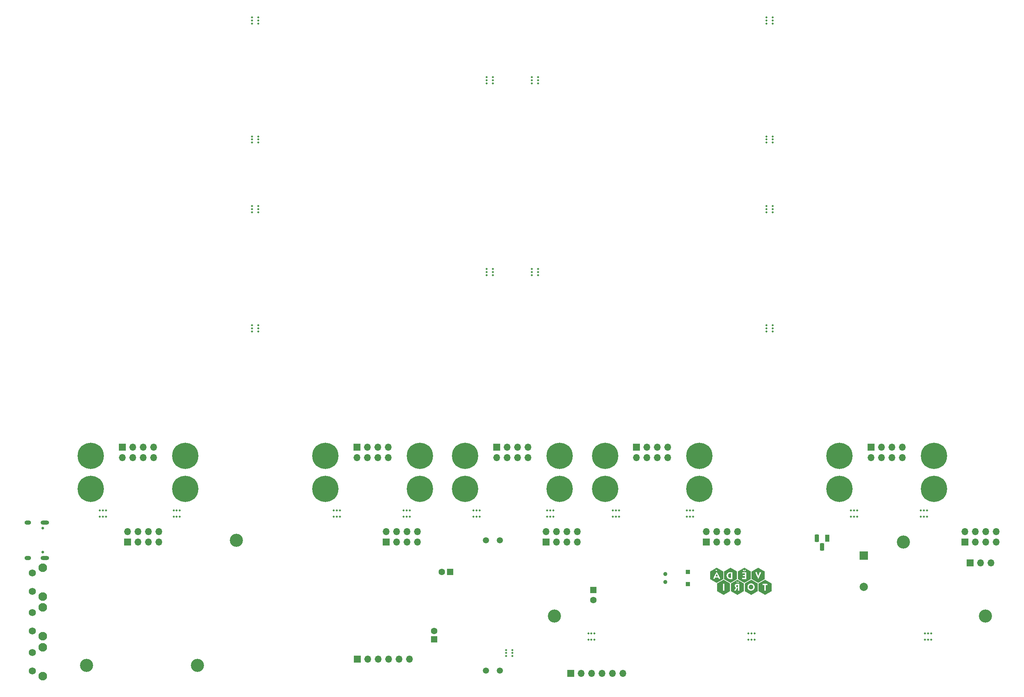
<source format=gbr>
%TF.GenerationSoftware,KiCad,Pcbnew,(6.0.1)*%
%TF.CreationDate,2022-01-22T16:00:37+01:00*%
%TF.ProjectId,Final H00 panelicad_pcb,46696e61-6c20-4483-9030-2070616e656c,rev?*%
%TF.SameCoordinates,Original*%
%TF.FileFunction,Soldermask,Bot*%
%TF.FilePolarity,Negative*%
%FSLAX46Y46*%
G04 Gerber Fmt 4.6, Leading zero omitted, Abs format (unit mm)*
G04 Created by KiCad (PCBNEW (6.0.1)) date 2022-01-22 16:00:37*
%MOMM*%
%LPD*%
G01*
G04 APERTURE LIST*
G04 Aperture macros list*
%AMRoundRect*
0 Rectangle with rounded corners*
0 $1 Rounding radius*
0 $2 $3 $4 $5 $6 $7 $8 $9 X,Y pos of 4 corners*
0 Add a 4 corners polygon primitive as box body*
4,1,4,$2,$3,$4,$5,$6,$7,$8,$9,$2,$3,0*
0 Add four circle primitives for the rounded corners*
1,1,$1+$1,$2,$3*
1,1,$1+$1,$4,$5*
1,1,$1+$1,$6,$7*
1,1,$1+$1,$8,$9*
0 Add four rect primitives between the rounded corners*
20,1,$1+$1,$2,$3,$4,$5,0*
20,1,$1+$1,$4,$5,$6,$7,0*
20,1,$1+$1,$6,$7,$8,$9,0*
20,1,$1+$1,$8,$9,$2,$3,0*%
G04 Aperture macros list end*
%ADD10C,0.010000*%
%ADD11C,0.500000*%
%ADD12C,0.800000*%
%ADD13C,6.400000*%
%ADD14R,1.700000X1.700000*%
%ADD15O,1.700000X1.700000*%
%ADD16R,1.600000X1.600000*%
%ADD17C,1.600000*%
%ADD18C,1.500000*%
%ADD19C,2.100000*%
%ADD20C,1.750000*%
%ADD21C,3.200000*%
%ADD22C,0.650000*%
%ADD23O,2.100000X1.000000*%
%ADD24O,1.600000X1.000000*%
%ADD25R,2.000000X2.000000*%
%ADD26C,2.000000*%
%ADD27C,1.000000*%
%ADD28R,1.000000X1.000000*%
%ADD29R,1.100000X1.800000*%
%ADD30RoundRect,0.275000X0.275000X0.625000X-0.275000X0.625000X-0.275000X-0.625000X0.275000X-0.625000X0*%
G04 APERTURE END LIST*
D10*
%TO.C,G2*%
X177891626Y-15174923D02*
X177878699Y-15180185D01*
X177878699Y-15180185D02*
X177864286Y-15187433D01*
X177864286Y-15187433D02*
X177848318Y-15196192D01*
X177848318Y-15196192D02*
X177833011Y-15204515D01*
X177833011Y-15204515D02*
X177822972Y-15209909D01*
X177822972Y-15209909D02*
X177812899Y-15215502D01*
X177812899Y-15215502D02*
X177806530Y-15219487D01*
X177806530Y-15219487D02*
X177805847Y-15220048D01*
X177805847Y-15220048D02*
X177801006Y-15223134D01*
X177801006Y-15223134D02*
X177791329Y-15228345D01*
X177791329Y-15228345D02*
X177786579Y-15230751D01*
X177786579Y-15230751D02*
X177775322Y-15237128D01*
X177775322Y-15237128D02*
X177767458Y-15242990D01*
X177767458Y-15242990D02*
X177766031Y-15244623D01*
X177766031Y-15244623D02*
X177759265Y-15249137D01*
X177759265Y-15249137D02*
X177754258Y-15249975D01*
X177754258Y-15249975D02*
X177747412Y-15251472D01*
X177747412Y-15251472D02*
X177745908Y-15253463D01*
X177745908Y-15253463D02*
X177742486Y-15257537D01*
X177742486Y-15257537D02*
X177734048Y-15263113D01*
X177734048Y-15263113D02*
X177731994Y-15264225D01*
X177731994Y-15264225D02*
X177719149Y-15271196D01*
X177719149Y-15271196D02*
X177704521Y-15279479D01*
X177704521Y-15279479D02*
X177700956Y-15281556D01*
X177700956Y-15281556D02*
X177687772Y-15289127D01*
X177687772Y-15289127D02*
X177671147Y-15298447D01*
X177671147Y-15298447D02*
X177658145Y-15305603D01*
X177658145Y-15305603D02*
X177644906Y-15313072D01*
X177644906Y-15313072D02*
X177634907Y-15319195D01*
X177634907Y-15319195D02*
X177630317Y-15322643D01*
X177630317Y-15322643D02*
X177625574Y-15326121D01*
X177625574Y-15326121D02*
X177615615Y-15331864D01*
X177615615Y-15331864D02*
X177606771Y-15336497D01*
X177606771Y-15336497D02*
X177582622Y-15348887D01*
X177582622Y-15348887D02*
X177565418Y-15358159D01*
X177565418Y-15358159D02*
X177555488Y-15364134D01*
X177555488Y-15364134D02*
X177553260Y-15365931D01*
X177553260Y-15365931D02*
X177548627Y-15369154D01*
X177548627Y-15369154D02*
X177538716Y-15375034D01*
X177538716Y-15375034D02*
X177527570Y-15381255D01*
X177527570Y-15381255D02*
X177511418Y-15390256D01*
X177511418Y-15390256D02*
X177495275Y-15399579D01*
X177495275Y-15399579D02*
X177486899Y-15404601D01*
X177486899Y-15404601D02*
X177472282Y-15413180D01*
X177472282Y-15413180D02*
X177455600Y-15422408D01*
X177455600Y-15422408D02*
X177449439Y-15425660D01*
X177449439Y-15425660D02*
X177438096Y-15432084D01*
X177438096Y-15432084D02*
X177430714Y-15437322D01*
X177430714Y-15437322D02*
X177429104Y-15439408D01*
X177429104Y-15439408D02*
X177425523Y-15442056D01*
X177425523Y-15442056D02*
X177420847Y-15442626D01*
X177420847Y-15442626D02*
X177410897Y-15445410D01*
X177410897Y-15445410D02*
X177406934Y-15448216D01*
X177406934Y-15448216D02*
X177399969Y-15453471D01*
X177399969Y-15453471D02*
X177388631Y-15460536D01*
X177388631Y-15460536D02*
X177382011Y-15464271D01*
X177382011Y-15464271D02*
X177370602Y-15470645D01*
X177370602Y-15470645D02*
X177362639Y-15475422D01*
X177362639Y-15475422D02*
X177360606Y-15476875D01*
X177360606Y-15476875D02*
X177355899Y-15480242D01*
X177355899Y-15480242D02*
X177345675Y-15486227D01*
X177345675Y-15486227D02*
X177329189Y-15495253D01*
X177329189Y-15495253D02*
X177309232Y-15505874D01*
X177309232Y-15505874D02*
X177294601Y-15513861D01*
X177294601Y-15513861D02*
X177282417Y-15520983D01*
X177282417Y-15520983D02*
X177275196Y-15525766D01*
X177275196Y-15525766D02*
X177274983Y-15525940D01*
X177274983Y-15525940D02*
X177268105Y-15530520D01*
X177268105Y-15530520D02*
X177256102Y-15537471D01*
X177256102Y-15537471D02*
X177241507Y-15545332D01*
X177241507Y-15545332D02*
X177240734Y-15545734D01*
X177240734Y-15545734D02*
X177226875Y-15553135D01*
X177226875Y-15553135D02*
X177216242Y-15559223D01*
X177216242Y-15559223D02*
X177210933Y-15562792D01*
X177210933Y-15562792D02*
X177210766Y-15562976D01*
X177210766Y-15562976D02*
X177206136Y-15566402D01*
X177206136Y-15566402D02*
X177196102Y-15572642D01*
X177196102Y-15572642D02*
X177182800Y-15580453D01*
X177182800Y-15580453D02*
X177168364Y-15588590D01*
X177168364Y-15588590D02*
X177154931Y-15595809D01*
X177154931Y-15595809D02*
X177150830Y-15597904D01*
X177150830Y-15597904D02*
X177140736Y-15603499D01*
X177140736Y-15603499D02*
X177127675Y-15611396D01*
X177127675Y-15611396D02*
X177122017Y-15614992D01*
X177122017Y-15614992D02*
X177110930Y-15621748D01*
X177110930Y-15621748D02*
X177102726Y-15625985D01*
X177102726Y-15625985D02*
X177100373Y-15626715D01*
X177100373Y-15626715D02*
X177095016Y-15629061D01*
X177095016Y-15629061D02*
X177085818Y-15634942D01*
X177085818Y-15634942D02*
X177082093Y-15637616D01*
X177082093Y-15637616D02*
X177069698Y-15645786D01*
X177069698Y-15645786D02*
X177053875Y-15654935D01*
X177053875Y-15654935D02*
X177044011Y-15660092D01*
X177044011Y-15660092D02*
X177030028Y-15667626D01*
X177030028Y-15667626D02*
X177018312Y-15674982D01*
X177018312Y-15674982D02*
X177012972Y-15679159D01*
X177012972Y-15679159D02*
X177005308Y-15684936D01*
X177005308Y-15684936D02*
X177000540Y-15686651D01*
X177000540Y-15686651D02*
X176994515Y-15688894D01*
X176994515Y-15688894D02*
X176984308Y-15694626D01*
X176984308Y-15694626D02*
X176977396Y-15699078D01*
X176977396Y-15699078D02*
X176964651Y-15706981D01*
X176964651Y-15706981D02*
X176953135Y-15712979D01*
X176953135Y-15712979D02*
X176948948Y-15714639D01*
X176948948Y-15714639D02*
X176940374Y-15718259D01*
X176940374Y-15718259D02*
X176936773Y-15720986D01*
X176936773Y-15720986D02*
X176932212Y-15724396D01*
X176932212Y-15724396D02*
X176922038Y-15730555D01*
X176922038Y-15730555D02*
X176908240Y-15738274D01*
X176908240Y-15738274D02*
X176904664Y-15740197D01*
X176904664Y-15740197D02*
X176889560Y-15748502D01*
X176889560Y-15748502D02*
X176876887Y-15755909D01*
X176876887Y-15755909D02*
X176869013Y-15761024D01*
X176869013Y-15761024D02*
X176868275Y-15761605D01*
X176868275Y-15761605D02*
X176860989Y-15766470D01*
X176860989Y-15766470D02*
X176849053Y-15773247D01*
X176849053Y-15773247D02*
X176839680Y-15778126D01*
X176839680Y-15778126D02*
X176827159Y-15784889D01*
X176827159Y-15784889D02*
X176817973Y-15790756D01*
X176817973Y-15790756D02*
X176814811Y-15793598D01*
X176814811Y-15793598D02*
X176808725Y-15797264D01*
X176808725Y-15797264D02*
X176803805Y-15797961D01*
X176803805Y-15797961D02*
X176796973Y-15799346D01*
X176796973Y-15799346D02*
X176795480Y-15801171D01*
X176795480Y-15801171D02*
X176791971Y-15804645D01*
X176791971Y-15804645D02*
X176782815Y-15810581D01*
X176782815Y-15810581D02*
X176770864Y-15817226D01*
X176770864Y-15817226D02*
X176755521Y-15825587D01*
X176755521Y-15825587D02*
X176741285Y-15833930D01*
X176741285Y-15833930D02*
X176733419Y-15838979D01*
X176733419Y-15838979D02*
X176722466Y-15845777D01*
X176722466Y-15845777D02*
X176707529Y-15854073D01*
X176707529Y-15854073D02*
X176695959Y-15860014D01*
X176695959Y-15860014D02*
X176683273Y-15866779D01*
X176683273Y-15866779D02*
X176674385Y-15872503D01*
X176674385Y-15872503D02*
X176671342Y-15875721D01*
X176671342Y-15875721D02*
X176667766Y-15878674D01*
X176667766Y-15878674D02*
X176663137Y-15879302D01*
X176663137Y-15879302D02*
X176655638Y-15880753D01*
X176655638Y-15880753D02*
X176653504Y-15882513D01*
X176653504Y-15882513D02*
X176648861Y-15886913D01*
X176648861Y-15886913D02*
X176639085Y-15893598D01*
X176639085Y-15893598D02*
X176626730Y-15901076D01*
X176626730Y-15901076D02*
X176614347Y-15907855D01*
X176614347Y-15907855D02*
X176604489Y-15912443D01*
X176604489Y-15912443D02*
X176600419Y-15913551D01*
X176600419Y-15913551D02*
X176594900Y-15915417D01*
X176594900Y-15915417D02*
X176594282Y-15916859D01*
X176594282Y-15916859D02*
X176590844Y-15920705D01*
X176590844Y-15920705D02*
X176582221Y-15926402D01*
X176582221Y-15926402D02*
X176578227Y-15928606D01*
X176578227Y-15928606D02*
X176566982Y-15934800D01*
X176566982Y-15934800D02*
X176551326Y-15943783D01*
X176551326Y-15943783D02*
X176534159Y-15953884D01*
X176534159Y-15953884D02*
X176529461Y-15956694D01*
X176529461Y-15956694D02*
X176512913Y-15966353D01*
X176512913Y-15966353D02*
X176497524Y-15974852D01*
X176497524Y-15974852D02*
X176485930Y-15980749D01*
X176485930Y-15980749D02*
X176483438Y-15981856D01*
X176483438Y-15981856D02*
X176474420Y-15986593D01*
X176474420Y-15986593D02*
X176470176Y-15990793D01*
X176470176Y-15990793D02*
X176470129Y-15991131D01*
X176470129Y-15991131D02*
X176466568Y-15994269D01*
X176466568Y-15994269D02*
X176462221Y-15994893D01*
X176462221Y-15994893D02*
X176453536Y-15997611D01*
X176453536Y-15997611D02*
X176444026Y-16004010D01*
X176444026Y-16004010D02*
X176432851Y-16012197D01*
X176432851Y-16012197D02*
X176419653Y-16019722D01*
X176419653Y-16019722D02*
X176418755Y-16020150D01*
X176418755Y-16020150D02*
X176405317Y-16027070D01*
X176405317Y-16027070D02*
X176390396Y-16035613D01*
X176390396Y-16035613D02*
X176386646Y-16037917D01*
X176386646Y-16037917D02*
X176374340Y-16045480D01*
X176374340Y-16045480D02*
X176363748Y-16051727D01*
X176363748Y-16051727D02*
X176360960Y-16053283D01*
X176360960Y-16053283D02*
X176359975Y-16053892D01*
X176359975Y-16053892D02*
X176359069Y-16054843D01*
X176359069Y-16054843D02*
X176358238Y-16056479D01*
X176358238Y-16056479D02*
X176357479Y-16059144D01*
X176357479Y-16059144D02*
X176356789Y-16063180D01*
X176356789Y-16063180D02*
X176356165Y-16068931D01*
X176356165Y-16068931D02*
X176355602Y-16076741D01*
X176355602Y-16076741D02*
X176355099Y-16086953D01*
X176355099Y-16086953D02*
X176354651Y-16099911D01*
X176354651Y-16099911D02*
X176354256Y-16115957D01*
X176354256Y-16115957D02*
X176353910Y-16135435D01*
X176353910Y-16135435D02*
X176353609Y-16158689D01*
X176353609Y-16158689D02*
X176353352Y-16186061D01*
X176353352Y-16186061D02*
X176353134Y-16217896D01*
X176353134Y-16217896D02*
X176352951Y-16254537D01*
X176352951Y-16254537D02*
X176352802Y-16296326D01*
X176352802Y-16296326D02*
X176352682Y-16343608D01*
X176352682Y-16343608D02*
X176352589Y-16396726D01*
X176352589Y-16396726D02*
X176352518Y-16456023D01*
X176352518Y-16456023D02*
X176352468Y-16521843D01*
X176352468Y-16521843D02*
X176352434Y-16594528D01*
X176352434Y-16594528D02*
X176352413Y-16674423D01*
X176352413Y-16674423D02*
X176352402Y-16761871D01*
X176352402Y-16761871D02*
X176352398Y-16857215D01*
X176352398Y-16857215D02*
X176352397Y-16954335D01*
X176352397Y-16954335D02*
X176352418Y-17072840D01*
X176352418Y-17072840D02*
X176352479Y-17183025D01*
X176352479Y-17183025D02*
X176352581Y-17284873D01*
X176352581Y-17284873D02*
X176352724Y-17378365D01*
X176352724Y-17378365D02*
X176352907Y-17463484D01*
X176352907Y-17463484D02*
X176353130Y-17540211D01*
X176353130Y-17540211D02*
X176353394Y-17608529D01*
X176353394Y-17608529D02*
X176353699Y-17668420D01*
X176353699Y-17668420D02*
X176354043Y-17719866D01*
X176354043Y-17719866D02*
X176354428Y-17762849D01*
X176354428Y-17762849D02*
X176354853Y-17797351D01*
X176354853Y-17797351D02*
X176355318Y-17823354D01*
X176355318Y-17823354D02*
X176355822Y-17840841D01*
X176355822Y-17840841D02*
X176356367Y-17849793D01*
X176356367Y-17849793D02*
X176356678Y-17851072D01*
X176356678Y-17851072D02*
X176364537Y-17853296D01*
X176364537Y-17853296D02*
X176374020Y-17857885D01*
X176374020Y-17857885D02*
X176381774Y-17862989D01*
X176381774Y-17862989D02*
X176384506Y-17866438D01*
X176384506Y-17866438D02*
X176388088Y-17869384D01*
X176388088Y-17869384D02*
X176392855Y-17870032D01*
X176392855Y-17870032D02*
X176401811Y-17873425D01*
X176401811Y-17873425D02*
X176405569Y-17877524D01*
X176405569Y-17877524D02*
X176409072Y-17882138D01*
X176409072Y-17882138D02*
X176410062Y-17881651D01*
X176410062Y-17881651D02*
X176413247Y-17881774D01*
X176413247Y-17881774D02*
X176421174Y-17885921D01*
X176421174Y-17885921D02*
X176426170Y-17889143D01*
X176426170Y-17889143D02*
X176436886Y-17895741D01*
X176436886Y-17895741D02*
X176445085Y-17899593D01*
X176445085Y-17899593D02*
X176446999Y-17900000D01*
X176446999Y-17900000D02*
X176453592Y-17902453D01*
X176453592Y-17902453D02*
X176462105Y-17908067D01*
X176462105Y-17908067D02*
X176470859Y-17914001D01*
X176470859Y-17914001D02*
X176484479Y-17922203D01*
X176484479Y-17922203D02*
X176500215Y-17931024D01*
X176500215Y-17931024D02*
X176502283Y-17932136D01*
X176502283Y-17932136D02*
X176517441Y-17940523D01*
X176517441Y-17940523D02*
X176530224Y-17948102D01*
X176530224Y-17948102D02*
X176538229Y-17953437D01*
X176538229Y-17953437D02*
X176538964Y-17954037D01*
X176538964Y-17954037D02*
X176545596Y-17958845D01*
X176545596Y-17958845D02*
X176548382Y-17959936D01*
X176548382Y-17959936D02*
X176553141Y-17962144D01*
X176553141Y-17962144D02*
X176562511Y-17967817D01*
X176562511Y-17967817D02*
X176570071Y-17972779D01*
X176570071Y-17972779D02*
X176582039Y-17980059D01*
X176582039Y-17980059D02*
X176591960Y-17984714D01*
X176591960Y-17984714D02*
X176595760Y-17985623D01*
X176595760Y-17985623D02*
X176603767Y-17988773D01*
X176603767Y-17988773D02*
X176605842Y-17991080D01*
X176605842Y-17991080D02*
X176611151Y-17995638D01*
X176611151Y-17995638D02*
X176621916Y-18002517D01*
X176621916Y-18002517D02*
X176635891Y-18010293D01*
X176635891Y-18010293D02*
X176637093Y-18010918D01*
X176637093Y-18010918D02*
X176655199Y-18020729D01*
X176655199Y-18020729D02*
X176674058Y-18031653D01*
X176674058Y-18031653D02*
X176687052Y-18039710D01*
X176687052Y-18039710D02*
X176699331Y-18047314D01*
X176699331Y-18047314D02*
X176708915Y-18052536D01*
X176708915Y-18052536D02*
X176713154Y-18054121D01*
X176713154Y-18054121D02*
X176718940Y-18056687D01*
X176718940Y-18056687D02*
X176726997Y-18062683D01*
X176726997Y-18062683D02*
X176735855Y-18068835D01*
X176735855Y-18068835D02*
X176742636Y-18071246D01*
X176742636Y-18071246D02*
X176747903Y-18073513D01*
X176747903Y-18073513D02*
X176748403Y-18075062D01*
X176748403Y-18075062D02*
X176751962Y-18078982D01*
X176751962Y-18078982D02*
X176760853Y-18084137D01*
X176760853Y-18084137D02*
X176764457Y-18085786D01*
X176764457Y-18085786D02*
X176780537Y-18093386D01*
X176780537Y-18093386D02*
X176793249Y-18100676D01*
X176793249Y-18100676D02*
X176799776Y-18105816D01*
X176799776Y-18105816D02*
X176804389Y-18108806D01*
X176804389Y-18108806D02*
X176814619Y-18114450D01*
X176814619Y-18114450D02*
X176828401Y-18121618D01*
X176828401Y-18121618D02*
X176830815Y-18122839D01*
X176830815Y-18122839D02*
X176844643Y-18130214D01*
X176844643Y-18130214D02*
X176854866Y-18136440D01*
X176854866Y-18136440D02*
X176859591Y-18140349D01*
X176859591Y-18140349D02*
X176859712Y-18140713D01*
X176859712Y-18140713D02*
X176863196Y-18143650D01*
X176863196Y-18143650D02*
X176866171Y-18144025D01*
X176866171Y-18144025D02*
X176873194Y-18146406D01*
X176873194Y-18146406D02*
X176883906Y-18152477D01*
X176883906Y-18152477D02*
X176890360Y-18156868D01*
X176890360Y-18156868D02*
X176901052Y-18164208D01*
X176901052Y-18164208D02*
X176908901Y-18168857D01*
X176908901Y-18168857D02*
X176911192Y-18169712D01*
X176911192Y-18169712D02*
X176916275Y-18171778D01*
X176916275Y-18171778D02*
X176926733Y-18177262D01*
X176926733Y-18177262D02*
X176940743Y-18185092D01*
X176940743Y-18185092D02*
X176956481Y-18194198D01*
X176956481Y-18194198D02*
X176972123Y-18203508D01*
X176972123Y-18203508D02*
X176985844Y-18211951D01*
X176985844Y-18211951D02*
X176995822Y-18218455D01*
X176995822Y-18218455D02*
X177000231Y-18221949D01*
X177000231Y-18221949D02*
X177000276Y-18222034D01*
X177000276Y-18222034D02*
X177005204Y-18225111D01*
X177005204Y-18225111D02*
X177007554Y-18225367D01*
X177007554Y-18225367D02*
X177014215Y-18227630D01*
X177014215Y-18227630D02*
X177024929Y-18233430D01*
X177024929Y-18233430D02*
X177032434Y-18238210D01*
X177032434Y-18238210D02*
X177043835Y-18245425D01*
X177043835Y-18245425D02*
X177052563Y-18250084D01*
X177052563Y-18250084D02*
X177055553Y-18251053D01*
X177055553Y-18251053D02*
X177061190Y-18253379D01*
X177061190Y-18253379D02*
X177070850Y-18259281D01*
X177070850Y-18259281D02*
X177076338Y-18263083D01*
X177076338Y-18263083D02*
X177089697Y-18271815D01*
X177089697Y-18271815D02*
X177106394Y-18281545D01*
X177106394Y-18281545D02*
X177117651Y-18287524D01*
X177117651Y-18287524D02*
X177130308Y-18294390D01*
X177130308Y-18294390D02*
X177139192Y-18300137D01*
X177139192Y-18300137D02*
X177142267Y-18303321D01*
X177142267Y-18303321D02*
X177145850Y-18306103D01*
X177145850Y-18306103D02*
X177150577Y-18306708D01*
X177150577Y-18306708D02*
X177158804Y-18308721D01*
X177158804Y-18308721D02*
X177161592Y-18311085D01*
X177161592Y-18311085D02*
X177166570Y-18315097D01*
X177166570Y-18315097D02*
X177177024Y-18321412D01*
X177177024Y-18321412D02*
X177190695Y-18328667D01*
X177190695Y-18328667D02*
X177190742Y-18328690D01*
X177190742Y-18328690D02*
X177205133Y-18336212D01*
X177205133Y-18336212D02*
X177217025Y-18343005D01*
X177217025Y-18343005D02*
X177223609Y-18347425D01*
X177223609Y-18347425D02*
X177230608Y-18352251D01*
X177230608Y-18352251D02*
X177242499Y-18359384D01*
X177242499Y-18359384D02*
X177255200Y-18366456D01*
X177255200Y-18366456D02*
X177269151Y-18374370D01*
X177269151Y-18374370D02*
X177280598Y-18381608D01*
X177280598Y-18381608D02*
X177286544Y-18386156D01*
X177286544Y-18386156D02*
X177294412Y-18391327D01*
X177294412Y-18391327D02*
X177298645Y-18392331D01*
X177298645Y-18392331D02*
X177305492Y-18394627D01*
X177305492Y-18394627D02*
X177316519Y-18400463D01*
X177316519Y-18400463D02*
X177329041Y-18408260D01*
X177329041Y-18408260D02*
X177340372Y-18416439D01*
X177340372Y-18416439D02*
X177342230Y-18417958D01*
X177342230Y-18417958D02*
X177350821Y-18421939D01*
X177350821Y-18421939D02*
X177353790Y-18422299D01*
X177353790Y-18422299D02*
X177361703Y-18425517D01*
X177361703Y-18425517D02*
X177363604Y-18427654D01*
X177363604Y-18427654D02*
X177369212Y-18432494D01*
X177369212Y-18432494D02*
X177379801Y-18438998D01*
X177379801Y-18438998D02*
X177387363Y-18442939D01*
X177387363Y-18442939D02*
X177398776Y-18449202D01*
X177398776Y-18449202D02*
X177406154Y-18454577D01*
X177406154Y-18454577D02*
X177407698Y-18456848D01*
X177407698Y-18456848D02*
X177411273Y-18460123D01*
X177411273Y-18460123D02*
X177415955Y-18460829D01*
X177415955Y-18460829D02*
X177425945Y-18463745D01*
X177425945Y-18463745D02*
X177430211Y-18466829D01*
X177430211Y-18466829D02*
X177437154Y-18471982D01*
X177437154Y-18471982D02*
X177448909Y-18479103D01*
X177448909Y-18479103D02*
X177459415Y-18484806D01*
X177459415Y-18484806D02*
X177472041Y-18491578D01*
X177472041Y-18491578D02*
X177481304Y-18497020D01*
X177481304Y-18497020D02*
X177484759Y-18499551D01*
X177484759Y-18499551D02*
X177486618Y-18501326D01*
X177486618Y-18501326D02*
X177490540Y-18503887D01*
X177490540Y-18503887D02*
X177497777Y-18507919D01*
X177497777Y-18507919D02*
X177509581Y-18514106D01*
X177509581Y-18514106D02*
X177527205Y-18523130D01*
X177527205Y-18523130D02*
X177537715Y-18528475D01*
X177537715Y-18528475D02*
X177551475Y-18535805D01*
X177551475Y-18535805D02*
X177561840Y-18541965D01*
X177561840Y-18541965D02*
X177566767Y-18545733D01*
X177566767Y-18545733D02*
X177566887Y-18545942D01*
X177566887Y-18545942D02*
X177571178Y-18549451D01*
X177571178Y-18549451D02*
X177580961Y-18555202D01*
X177580961Y-18555202D02*
X177591787Y-18560787D01*
X177591787Y-18560787D02*
X177613582Y-18571860D01*
X177613582Y-18571860D02*
X177627734Y-18580057D01*
X177627734Y-18580057D02*
X177634590Y-18585580D01*
X177634590Y-18585580D02*
X177634598Y-18585590D01*
X177634598Y-18585590D02*
X177639106Y-18588704D01*
X177639106Y-18588704D02*
X177649369Y-18594724D01*
X177649369Y-18594724D02*
X177663551Y-18602589D01*
X177663551Y-18602589D02*
X177670988Y-18606590D01*
X177670988Y-18606590D02*
X177686370Y-18614949D01*
X177686370Y-18614949D02*
X177698688Y-18621948D01*
X177698688Y-18621948D02*
X177706108Y-18626530D01*
X177706108Y-18626530D02*
X177707378Y-18627543D01*
X177707378Y-18627543D02*
X177711934Y-18630628D01*
X177711934Y-18630628D02*
X177722207Y-18636492D01*
X177722207Y-18636492D02*
X177736272Y-18644050D01*
X177736272Y-18644050D02*
X177741627Y-18646839D01*
X177741627Y-18646839D02*
X177756558Y-18654781D01*
X177756558Y-18654781D02*
X177768352Y-18661476D01*
X177768352Y-18661476D02*
X177775083Y-18665815D01*
X177775083Y-18665815D02*
X177775876Y-18666558D01*
X177775876Y-18666558D02*
X177780501Y-18670020D01*
X177780501Y-18670020D02*
X177790555Y-18676076D01*
X177790555Y-18676076D02*
X177803703Y-18683330D01*
X177803703Y-18683330D02*
X177821043Y-18692696D01*
X177821043Y-18692696D02*
X177841263Y-18703840D01*
X177841263Y-18703840D02*
X177858937Y-18713759D01*
X177858937Y-18713759D02*
X177879263Y-18724136D01*
X177879263Y-18724136D02*
X177895670Y-18729044D01*
X177895670Y-18729044D02*
X177910742Y-18728585D01*
X177910742Y-18728585D02*
X177927062Y-18722862D01*
X177927062Y-18722862D02*
X177938559Y-18716926D01*
X177938559Y-18716926D02*
X177951201Y-18709614D01*
X177951201Y-18709614D02*
X177960553Y-18703638D01*
X177960553Y-18703638D02*
X177964246Y-18700644D01*
X177964246Y-18700644D02*
X177968954Y-18697139D01*
X177968954Y-18697139D02*
X177979023Y-18691295D01*
X177979023Y-18691295D02*
X177989933Y-18685572D01*
X177989933Y-18685572D02*
X178004496Y-18677783D01*
X178004496Y-18677783D02*
X178017347Y-18670120D01*
X178017347Y-18670120D02*
X178023615Y-18665804D01*
X178023615Y-18665804D02*
X178031921Y-18660877D01*
X178031921Y-18660877D02*
X178037529Y-18660213D01*
X178037529Y-18660213D02*
X178041111Y-18659672D01*
X178041111Y-18659672D02*
X178041307Y-18658514D01*
X178041307Y-18658514D02*
X178044765Y-18653817D01*
X178044765Y-18653817D02*
X178048799Y-18651661D01*
X178048799Y-18651661D02*
X178059357Y-18646787D01*
X178059357Y-18646787D02*
X178072584Y-18639598D01*
X178072584Y-18639598D02*
X178084485Y-18632342D01*
X178084485Y-18632342D02*
X178089419Y-18628816D01*
X178089419Y-18628816D02*
X178095966Y-18624305D01*
X178095966Y-18624305D02*
X178107787Y-18617251D01*
X178107787Y-18617251D02*
X178125645Y-18607215D01*
X178125645Y-18607215D02*
X178150303Y-18593759D01*
X178150303Y-18593759D02*
X178152616Y-18592508D01*
X178152616Y-18592508D02*
X178165953Y-18585079D01*
X178165953Y-18585079D02*
X178176630Y-18578729D01*
X178176630Y-18578729D02*
X178181514Y-18575440D01*
X178181514Y-18575440D02*
X178186098Y-18573089D01*
X178186098Y-18573089D02*
X178186865Y-18573922D01*
X178186865Y-18573922D02*
X178189511Y-18573422D01*
X178189511Y-18573422D02*
X178195912Y-18568323D01*
X178195912Y-18568323D02*
X178196261Y-18568000D01*
X178196261Y-18568000D02*
X178207162Y-18560251D01*
X178207162Y-18560251D02*
X178219807Y-18554130D01*
X178219807Y-18554130D02*
X178229209Y-18549918D01*
X178229209Y-18549918D02*
X178233853Y-18546244D01*
X178233853Y-18546244D02*
X178233958Y-18545817D01*
X178233958Y-18545817D02*
X178237474Y-18542344D01*
X178237474Y-18542344D02*
X178246586Y-18536617D01*
X178246586Y-18536617D02*
X178256434Y-18531355D01*
X178256434Y-18531355D02*
X178269954Y-18524129D01*
X178269954Y-18524129D02*
X178281022Y-18517422D01*
X178281022Y-18517422D02*
X178285669Y-18514005D01*
X178285669Y-18514005D02*
X178293453Y-18508998D01*
X178293453Y-18508998D02*
X178297545Y-18507922D01*
X178297545Y-18507922D02*
X178303574Y-18505637D01*
X178303574Y-18505637D02*
X178314057Y-18499702D01*
X178314057Y-18499702D02*
X178324446Y-18492938D01*
X178324446Y-18492938D02*
X178336708Y-18484995D01*
X178336708Y-18484995D02*
X178346531Y-18479517D01*
X178346531Y-18479517D02*
X178351099Y-18477835D01*
X178351099Y-18477835D02*
X178357143Y-18475347D01*
X178357143Y-18475347D02*
X178367020Y-18469158D01*
X178367020Y-18469158D02*
X178372787Y-18464991D01*
X178372787Y-18464991D02*
X178383308Y-18457581D01*
X178383308Y-18457581D02*
X178391222Y-18452994D01*
X178391222Y-18452994D02*
X178393468Y-18452267D01*
X178393468Y-18452267D02*
X178398816Y-18450054D01*
X178398816Y-18450054D02*
X178408898Y-18444290D01*
X178408898Y-18444290D02*
X178419905Y-18437283D01*
X178419905Y-18437283D02*
X178432784Y-18429403D01*
X178432784Y-18429403D02*
X178443580Y-18423975D01*
X178443580Y-18423975D02*
X178449172Y-18422299D01*
X178449172Y-18422299D02*
X178455904Y-18420361D01*
X178455904Y-18420361D02*
X178457291Y-18418744D01*
X178457291Y-18418744D02*
X178461492Y-18415163D01*
X178461492Y-18415163D02*
X178471363Y-18408842D01*
X178471363Y-18408842D02*
X178484975Y-18400996D01*
X178484975Y-18400996D02*
X178488686Y-18398965D01*
X178488686Y-18398965D02*
X178503766Y-18390566D01*
X178503766Y-18390566D02*
X178516428Y-18383091D01*
X178516428Y-18383091D02*
X178524314Y-18377938D01*
X178524314Y-18377938D02*
X178525075Y-18377340D01*
X178525075Y-18377340D02*
X178534674Y-18371504D01*
X178534674Y-18371504D02*
X178540375Y-18369242D01*
X178540375Y-18369242D02*
X178550631Y-18364249D01*
X178550631Y-18364249D02*
X178557718Y-18359103D01*
X178557718Y-18359103D02*
X178571732Y-18348671D01*
X178571732Y-18348671D02*
X178584759Y-18342259D01*
X178584759Y-18342259D02*
X178591375Y-18340957D01*
X178591375Y-18340957D02*
X178597116Y-18339109D01*
X178597116Y-18339109D02*
X178597855Y-18337519D01*
X178597855Y-18337519D02*
X178601380Y-18333901D01*
X178601380Y-18333901D02*
X178610469Y-18328190D01*
X178610469Y-18328190D02*
X178619194Y-18323605D01*
X178619194Y-18323605D02*
X178630915Y-18317326D01*
X178630915Y-18317326D02*
X178638694Y-18312154D01*
X178638694Y-18312154D02*
X178640600Y-18309919D01*
X178640600Y-18309919D02*
X178643951Y-18306785D01*
X178643951Y-18306785D02*
X178644864Y-18306708D01*
X178644864Y-18306708D02*
X178650449Y-18304552D01*
X178650449Y-18304552D02*
X178660766Y-18298941D01*
X178660766Y-18298941D02*
X178671621Y-18292319D01*
X178671621Y-18292319D02*
X178685158Y-18284150D01*
X178685158Y-18284150D02*
X178697060Y-18277762D01*
X178697060Y-18277762D02*
X178703305Y-18275068D01*
X178703305Y-18275068D02*
X178713384Y-18270095D01*
X178713384Y-18270095D02*
X178722154Y-18263770D01*
X178722154Y-18263770D02*
X178731645Y-18257618D01*
X178731645Y-18257618D02*
X178739431Y-18255335D01*
X178739431Y-18255335D02*
X178746607Y-18253767D01*
X178746607Y-18253767D02*
X178748408Y-18252124D01*
X178748408Y-18252124D02*
X178753225Y-18247279D01*
X178753225Y-18247279D02*
X178762869Y-18240429D01*
X178762869Y-18240429D02*
X178774471Y-18233326D01*
X178774471Y-18233326D02*
X178785166Y-18227722D01*
X178785166Y-18227722D02*
X178792084Y-18225369D01*
X178792084Y-18225369D02*
X178792198Y-18225367D01*
X178792198Y-18225367D02*
X178798647Y-18223344D01*
X178798647Y-18223344D02*
X178799782Y-18221930D01*
X178799782Y-18221930D02*
X178804128Y-18217896D01*
X178804128Y-18217896D02*
X178813716Y-18211279D01*
X178813716Y-18211279D02*
X178826206Y-18203478D01*
X178826206Y-18203478D02*
X178839261Y-18195890D01*
X178839261Y-18195890D02*
X178850541Y-18189913D01*
X178850541Y-18189913D02*
X178857706Y-18186946D01*
X178857706Y-18186946D02*
X178858494Y-18186836D01*
X178858494Y-18186836D02*
X178863058Y-18184218D01*
X178863058Y-18184218D02*
X178863285Y-18183075D01*
X178863285Y-18183075D02*
X178866854Y-18179150D01*
X178866854Y-18179150D02*
X178875604Y-18174450D01*
X178875604Y-18174450D02*
X178877199Y-18173792D01*
X178877199Y-18173792D02*
X178889282Y-18168018D01*
X178889282Y-18168018D02*
X178903703Y-18159819D01*
X178903703Y-18159819D02*
X178909732Y-18156007D01*
X178909732Y-18156007D02*
X178921240Y-18148825D01*
X178921240Y-18148825D02*
X178930179Y-18143957D01*
X178930179Y-18143957D02*
X178933111Y-18142813D01*
X178933111Y-18142813D02*
X178940889Y-18139459D01*
X178940889Y-18139459D02*
X178942319Y-18138470D01*
X178942319Y-18138470D02*
X178953102Y-18130774D01*
X178953102Y-18130774D02*
X178966530Y-18121978D01*
X178966530Y-18121978D02*
X178980460Y-18113385D01*
X178980460Y-18113385D02*
X178992745Y-18106298D01*
X178992745Y-18106298D02*
X179001239Y-18102019D01*
X179001239Y-18102019D02*
X179003483Y-18101335D01*
X179003483Y-18101335D02*
X179009626Y-18098915D01*
X179009626Y-18098915D02*
X179020056Y-18092771D01*
X179020056Y-18092771D02*
X179029681Y-18086230D01*
X179029681Y-18086230D02*
X179042033Y-18078152D01*
X179042033Y-18078152D02*
X179052475Y-18072712D01*
X179052475Y-18072712D02*
X179057518Y-18071246D01*
X179057518Y-18071246D02*
X179063571Y-18069506D01*
X179063571Y-18069506D02*
X179064499Y-18067789D01*
X179064499Y-18067789D02*
X179068005Y-18064346D01*
X179068005Y-18064346D02*
X179077403Y-18057994D01*
X179077403Y-18057994D02*
X179091017Y-18049826D01*
X179091017Y-18049826D02*
X179099040Y-18045313D01*
X179099040Y-18045313D02*
X179125973Y-18030457D01*
X179125973Y-18030457D02*
X179146380Y-18019122D01*
X179146380Y-18019122D02*
X179161252Y-18010731D01*
X179161252Y-18010731D02*
X179171583Y-18004707D01*
X179171583Y-18004707D02*
X179178364Y-18000471D01*
X179178364Y-18000471D02*
X179182586Y-17997448D01*
X179182586Y-17997448D02*
X179185048Y-17995255D01*
X179185048Y-17995255D02*
X179193819Y-17990537D01*
X179193819Y-17990537D02*
X179198071Y-17989904D01*
X179198071Y-17989904D02*
X179204554Y-17988354D01*
X179204554Y-17988354D02*
X179205777Y-17986543D01*
X179205777Y-17986543D02*
X179209288Y-17983007D01*
X179209288Y-17983007D02*
X179218463Y-17977064D01*
X179218463Y-17977064D02*
X179230393Y-17970489D01*
X179230393Y-17970489D02*
X179245276Y-17962574D01*
X179245276Y-17962574D02*
X179258619Y-17955071D01*
X179258619Y-17955071D02*
X179265884Y-17950652D01*
X179265884Y-17950652D02*
X179275360Y-17944839D01*
X179275360Y-17944839D02*
X179289166Y-17936844D01*
X179289166Y-17936844D02*
X179302273Y-17929524D01*
X179302273Y-17929524D02*
X179316165Y-17921550D01*
X179316165Y-17921550D02*
X179327475Y-17914410D01*
X179327475Y-17914410D02*
X179333446Y-17909910D01*
X179333446Y-17909910D02*
X179342444Y-17905047D01*
X179342444Y-17905047D02*
X179347360Y-17904281D01*
X179347360Y-17904281D02*
X179354155Y-17902850D01*
X179354155Y-17902850D02*
X179355617Y-17900981D01*
X179355617Y-17900981D02*
X179359093Y-17897326D01*
X179359093Y-17897326D02*
X179368028Y-17891465D01*
X179368028Y-17891465D02*
X179375952Y-17887067D01*
X179375952Y-17887067D02*
X179391861Y-17878325D01*
X179391861Y-17878325D02*
X179408012Y-17868792D01*
X179408012Y-17868792D02*
X179413412Y-17865401D01*
X179413412Y-17865401D02*
X179425303Y-17858159D01*
X179425303Y-17858159D02*
X179435263Y-17852820D01*
X179435263Y-17852820D02*
X179438028Y-17851622D01*
X179438028Y-17851622D02*
X179438891Y-17851003D01*
X179438891Y-17851003D02*
X179439685Y-17849572D01*
X179439685Y-17849572D02*
X179440414Y-17846989D01*
X179440414Y-17846989D02*
X179441079Y-17842912D01*
X179441079Y-17842912D02*
X179441684Y-17837000D01*
X179441684Y-17837000D02*
X179442231Y-17828912D01*
X179442231Y-17828912D02*
X179442725Y-17818307D01*
X179442725Y-17818307D02*
X179443166Y-17804845D01*
X179443166Y-17804845D02*
X179443559Y-17788183D01*
X179443559Y-17788183D02*
X179443905Y-17767981D01*
X179443905Y-17767981D02*
X179444209Y-17743898D01*
X179444209Y-17743898D02*
X179444472Y-17715592D01*
X179444472Y-17715592D02*
X179444698Y-17682723D01*
X179444698Y-17682723D02*
X179444889Y-17644950D01*
X179444889Y-17644950D02*
X179445048Y-17601931D01*
X179445048Y-17601931D02*
X179445178Y-17553325D01*
X179445178Y-17553325D02*
X179445283Y-17498792D01*
X179445283Y-17498792D02*
X179445364Y-17437990D01*
X179445364Y-17437990D02*
X179445424Y-17370578D01*
X179445424Y-17370578D02*
X179445467Y-17296216D01*
X179445467Y-17296216D02*
X179445495Y-17214561D01*
X179445495Y-17214561D02*
X179445512Y-17125274D01*
X179445512Y-17125274D02*
X179445519Y-17028012D01*
X179445519Y-17028012D02*
X179445520Y-16952361D01*
X179445520Y-16952361D02*
X179445519Y-16878948D01*
X179445519Y-16878948D02*
X178778721Y-16878948D01*
X178778721Y-16878948D02*
X178775806Y-16959765D01*
X178775806Y-16959765D02*
X178766809Y-17035865D01*
X178766809Y-17035865D02*
X178751348Y-17108915D01*
X178751348Y-17108915D02*
X178729042Y-17180587D01*
X178729042Y-17180587D02*
X178699510Y-17252549D01*
X178699510Y-17252549D02*
X178687895Y-17277094D01*
X178687895Y-17277094D02*
X178645304Y-17354752D01*
X178645304Y-17354752D02*
X178596042Y-17427314D01*
X178596042Y-17427314D02*
X178540541Y-17494474D01*
X178540541Y-17494474D02*
X178479229Y-17555922D01*
X178479229Y-17555922D02*
X178412537Y-17611349D01*
X178412537Y-17611349D02*
X178340895Y-17660447D01*
X178340895Y-17660447D02*
X178264732Y-17702907D01*
X178264732Y-17702907D02*
X178184478Y-17738421D01*
X178184478Y-17738421D02*
X178100564Y-17766680D01*
X178100564Y-17766680D02*
X178013419Y-17787375D01*
X178013419Y-17787375D02*
X177966387Y-17795127D01*
X177966387Y-17795127D02*
X177942460Y-17797544D01*
X177942460Y-17797544D02*
X177912192Y-17799170D01*
X177912192Y-17799170D02*
X177877460Y-17800031D01*
X177877460Y-17800031D02*
X177840140Y-17800156D01*
X177840140Y-17800156D02*
X177802110Y-17799572D01*
X177802110Y-17799572D02*
X177765246Y-17798306D01*
X177765246Y-17798306D02*
X177731424Y-17796387D01*
X177731424Y-17796387D02*
X177702523Y-17793842D01*
X177702523Y-17793842D02*
X177681691Y-17790935D01*
X177681691Y-17790935D02*
X177590601Y-17770298D01*
X177590601Y-17770298D02*
X177503642Y-17742326D01*
X177503642Y-17742326D02*
X177421065Y-17707193D01*
X177421065Y-17707193D02*
X177343120Y-17665073D01*
X177343120Y-17665073D02*
X177270056Y-17616140D01*
X177270056Y-17616140D02*
X177202126Y-17560568D01*
X177202126Y-17560568D02*
X177139578Y-17498533D01*
X177139578Y-17498533D02*
X177082662Y-17430207D01*
X177082662Y-17430207D02*
X177031630Y-17355765D01*
X177031630Y-17355765D02*
X177013997Y-17326197D01*
X177013997Y-17326197D02*
X176988146Y-17281114D01*
X176988146Y-17281114D02*
X176988146Y-16476783D01*
X176988146Y-16476783D02*
X177013997Y-16431700D01*
X177013997Y-16431700D02*
X177062735Y-16355036D01*
X177062735Y-16355036D02*
X177117469Y-16284398D01*
X177117469Y-16284398D02*
X177177937Y-16219968D01*
X177177937Y-16219968D02*
X177243879Y-16161929D01*
X177243879Y-16161929D02*
X177315032Y-16110461D01*
X177315032Y-16110461D02*
X177391135Y-16065748D01*
X177391135Y-16065748D02*
X177471926Y-16027971D01*
X177471926Y-16027971D02*
X177557144Y-15997313D01*
X177557144Y-15997313D02*
X177646527Y-15973955D01*
X177646527Y-15973955D02*
X177681691Y-15967002D01*
X177681691Y-15967002D02*
X177708926Y-15963212D01*
X177708926Y-15963212D02*
X177742598Y-15960292D01*
X177742598Y-15960292D02*
X177780622Y-15958278D01*
X177780622Y-15958278D02*
X177820913Y-15957202D01*
X177820913Y-15957202D02*
X177861387Y-15957100D01*
X177861387Y-15957100D02*
X177899959Y-15958004D01*
X177899959Y-15958004D02*
X177934544Y-15959949D01*
X177934544Y-15959949D02*
X177959392Y-15962466D01*
X177959392Y-15962466D02*
X178047355Y-15978159D01*
X178047355Y-15978159D02*
X178132634Y-16001579D01*
X178132634Y-16001579D02*
X178214747Y-16032394D01*
X178214747Y-16032394D02*
X178293211Y-16070268D01*
X178293211Y-16070268D02*
X178367543Y-16114866D01*
X178367543Y-16114866D02*
X178437261Y-16165855D01*
X178437261Y-16165855D02*
X178501882Y-16222900D01*
X178501882Y-16222900D02*
X178560923Y-16285667D01*
X178560923Y-16285667D02*
X178613902Y-16353821D01*
X178613902Y-16353821D02*
X178660336Y-16427028D01*
X178660336Y-16427028D02*
X178678558Y-16460732D01*
X178678558Y-16460732D02*
X178713599Y-16536330D01*
X178713599Y-16536330D02*
X178740780Y-16611747D01*
X178740780Y-16611747D02*
X178760421Y-16688318D01*
X178760421Y-16688318D02*
X178772841Y-16767378D01*
X178772841Y-16767378D02*
X178778360Y-16850261D01*
X178778360Y-16850261D02*
X178778721Y-16878948D01*
X178778721Y-16878948D02*
X179445519Y-16878948D01*
X179445519Y-16878948D02*
X179445518Y-16849110D01*
X179445518Y-16849110D02*
X179445508Y-16754080D01*
X179445508Y-16754080D02*
X179445489Y-16666930D01*
X179445489Y-16666930D02*
X179445457Y-16587320D01*
X179445457Y-16587320D02*
X179445409Y-16514908D01*
X179445409Y-16514908D02*
X179445344Y-16449353D01*
X179445344Y-16449353D02*
X179445257Y-16390315D01*
X179445257Y-16390315D02*
X179445145Y-16337452D01*
X179445145Y-16337452D02*
X179445007Y-16290423D01*
X179445007Y-16290423D02*
X179444840Y-16248888D01*
X179444840Y-16248888D02*
X179444640Y-16212505D01*
X179444640Y-16212505D02*
X179444404Y-16180934D01*
X179444404Y-16180934D02*
X179444130Y-16153833D01*
X179444130Y-16153833D02*
X179443815Y-16130861D01*
X179443815Y-16130861D02*
X179443456Y-16111678D01*
X179443456Y-16111678D02*
X179443050Y-16095942D01*
X179443050Y-16095942D02*
X179442595Y-16083313D01*
X179442595Y-16083313D02*
X179442087Y-16073449D01*
X179442087Y-16073449D02*
X179441524Y-16066010D01*
X179441524Y-16066010D02*
X179440903Y-16060654D01*
X179440903Y-16060654D02*
X179440221Y-16057041D01*
X179440221Y-16057041D02*
X179439475Y-16054829D01*
X179439475Y-16054829D02*
X179438663Y-16053678D01*
X179438663Y-16053678D02*
X179438028Y-16053312D01*
X179438028Y-16053312D02*
X179428329Y-16048883D01*
X179428329Y-16048883D02*
X179417646Y-16042563D01*
X179417646Y-16042563D02*
X179411271Y-16037704D01*
X179411271Y-16037704D02*
X179406771Y-16034919D01*
X179406771Y-16034919D02*
X179396437Y-16029193D01*
X179396437Y-16029193D02*
X179382049Y-16021499D01*
X179382049Y-16021499D02*
X179372741Y-16016620D01*
X179372741Y-16016620D02*
X179356828Y-16008156D01*
X179356828Y-16008156D02*
X179343964Y-16000977D01*
X179343964Y-16000977D02*
X179335935Y-15996097D01*
X179335935Y-15996097D02*
X179334211Y-15994739D01*
X179334211Y-15994739D02*
X179329666Y-15991442D01*
X179329666Y-15991442D02*
X179319528Y-15985324D01*
X179319528Y-15985324D02*
X179305772Y-15977566D01*
X179305772Y-15977566D02*
X179302102Y-15975564D01*
X179302102Y-15975564D02*
X179283934Y-15965375D01*
X179283934Y-15965375D02*
X179265251Y-15954352D01*
X179265251Y-15954352D02*
X179250285Y-15945000D01*
X179250285Y-15945000D02*
X179238184Y-15937417D01*
X179238184Y-15937417D02*
X179228876Y-15932224D01*
X179228876Y-15932224D02*
X179224936Y-15930676D01*
X179224936Y-15930676D02*
X179219174Y-15928146D01*
X179219174Y-15928146D02*
X179214676Y-15924768D01*
X179214676Y-15924768D02*
X179207779Y-15919959D01*
X179207779Y-15919959D02*
X179195688Y-15912618D01*
X179195688Y-15912618D02*
X179180794Y-15904186D01*
X179180794Y-15904186D02*
X179177949Y-15902636D01*
X179177949Y-15902636D02*
X179163710Y-15894599D01*
X179163710Y-15894599D02*
X179152738Y-15887790D01*
X179152738Y-15887790D02*
X179146959Y-15883420D01*
X179146959Y-15883420D02*
X179146554Y-15882857D01*
X179146554Y-15882857D02*
X179141631Y-15879553D01*
X179141631Y-15879553D02*
X179139436Y-15879302D01*
X179139436Y-15879302D02*
X179133076Y-15877074D01*
X179133076Y-15877074D02*
X179122209Y-15871274D01*
X179122209Y-15871274D02*
X179110993Y-15864318D01*
X179110993Y-15864318D02*
X179098350Y-15856494D01*
X179098350Y-15856494D02*
X179088133Y-15851072D01*
X179088133Y-15851072D02*
X179083097Y-15849334D01*
X179083097Y-15849334D02*
X179076121Y-15846556D01*
X179076121Y-15846556D02*
X179071401Y-15842781D01*
X179071401Y-15842781D02*
X179064237Y-15837420D01*
X179064237Y-15837420D02*
X179052185Y-15830058D01*
X179052185Y-15830058D02*
X179040057Y-15823449D01*
X179040057Y-15823449D02*
X179018167Y-15811859D01*
X179018167Y-15811859D02*
X179003729Y-15803480D01*
X179003729Y-15803480D02*
X178996356Y-15798084D01*
X178996356Y-15798084D02*
X178996001Y-15797710D01*
X178996001Y-15797710D02*
X178991439Y-15794785D01*
X178991439Y-15794785D02*
X178981153Y-15789079D01*
X178981153Y-15789079D02*
X178967072Y-15781650D01*
X178967072Y-15781650D02*
X178961752Y-15778914D01*
X178961752Y-15778914D02*
X178946806Y-15771057D01*
X178946806Y-15771057D02*
X178935005Y-15764438D01*
X178935005Y-15764438D02*
X178928284Y-15760158D01*
X178928284Y-15760158D02*
X178927503Y-15759436D01*
X178927503Y-15759436D02*
X178922946Y-15756089D01*
X178922946Y-15756089D02*
X178912781Y-15749970D01*
X178912781Y-15749970D02*
X178898993Y-15742260D01*
X178898993Y-15742260D02*
X178895394Y-15740319D01*
X178895394Y-15740319D02*
X178880689Y-15732314D01*
X178880689Y-15732314D02*
X178868768Y-15725581D01*
X178868768Y-15725581D02*
X178861792Y-15721346D01*
X178861792Y-15721346D02*
X178861145Y-15720878D01*
X178861145Y-15720878D02*
X178855619Y-15717426D01*
X178855619Y-15717426D02*
X178844525Y-15711112D01*
X178844525Y-15711112D02*
X178829868Y-15703069D01*
X178829868Y-15703069D02*
X178823318Y-15699547D01*
X178823318Y-15699547D02*
X178797362Y-15685197D01*
X178797362Y-15685197D02*
X178775486Y-15672152D01*
X178775486Y-15672152D02*
X178759151Y-15661307D01*
X178759151Y-15661307D02*
X178753227Y-15656743D01*
X178753227Y-15656743D02*
X178745740Y-15652803D01*
X178745740Y-15652803D02*
X178743249Y-15652402D01*
X178743249Y-15652402D02*
X178737382Y-15650175D01*
X178737382Y-15650175D02*
X178726908Y-15644378D01*
X178726908Y-15644378D02*
X178715869Y-15637418D01*
X178715869Y-15637418D02*
X178703656Y-15629621D01*
X178703656Y-15629621D02*
X178694274Y-15624202D01*
X178694274Y-15624202D02*
X178690117Y-15622434D01*
X178690117Y-15622434D02*
X178684737Y-15620177D01*
X178684737Y-15620177D02*
X178676059Y-15614713D01*
X178676059Y-15614713D02*
X178675576Y-15614372D01*
X178675576Y-15614372D02*
X178663828Y-15606845D01*
X178663828Y-15606845D02*
X178645445Y-15596126D01*
X178645445Y-15596126D02*
X178621470Y-15582811D01*
X178621470Y-15582811D02*
X178599995Y-15571239D01*
X178599995Y-15571239D02*
X178588285Y-15564439D01*
X178588285Y-15564439D02*
X178574474Y-15555676D01*
X178574474Y-15555676D02*
X178570104Y-15552744D01*
X178570104Y-15552744D02*
X178559161Y-15545873D01*
X178559161Y-15545873D02*
X178550780Y-15541688D01*
X178550780Y-15541688D02*
X178548460Y-15541092D01*
X178548460Y-15541092D02*
X178542417Y-15538709D01*
X178542417Y-15538709D02*
X178532803Y-15532740D01*
X178532803Y-15532740D02*
X178529118Y-15530092D01*
X178529118Y-15530092D02*
X178516280Y-15521369D01*
X178516280Y-15521369D02*
X178503553Y-15513982D01*
X178503553Y-15513982D02*
X178501529Y-15512976D01*
X178501529Y-15512976D02*
X178488484Y-15506021D01*
X178488484Y-15506021D02*
X178475842Y-15498281D01*
X178475842Y-15498281D02*
X178462764Y-15490157D01*
X178462764Y-15490157D02*
X178450156Y-15483144D01*
X178450156Y-15483144D02*
X178430038Y-15472650D01*
X178430038Y-15472650D02*
X178412327Y-15462996D01*
X178412327Y-15462996D02*
X178398523Y-15455032D01*
X178398523Y-15455032D02*
X178390123Y-15449609D01*
X178390123Y-15449609D02*
X178388410Y-15448105D01*
X178388410Y-15448105D02*
X178383746Y-15444797D01*
X178383746Y-15444797D02*
X178373251Y-15438660D01*
X178373251Y-15438660D02*
X178358737Y-15430727D01*
X178358737Y-15430727D02*
X178349549Y-15425897D01*
X178349549Y-15425897D02*
X178333628Y-15417455D01*
X178333628Y-15417455D02*
X178320761Y-15410281D01*
X178320761Y-15410281D02*
X178312735Y-15405390D01*
X178312735Y-15405390D02*
X178311018Y-15404023D01*
X178311018Y-15404023D02*
X178306512Y-15400789D01*
X178306512Y-15400789D02*
X178296252Y-15394662D01*
X178296252Y-15394662D02*
X178282072Y-15386717D01*
X178282072Y-15386717D02*
X178274629Y-15382690D01*
X178274629Y-15382690D02*
X178259256Y-15374311D01*
X178259256Y-15374311D02*
X178246941Y-15367314D01*
X178246941Y-15367314D02*
X178239517Y-15362753D01*
X178239517Y-15362753D02*
X178238239Y-15361752D01*
X178238239Y-15361752D02*
X178233508Y-15358446D01*
X178233508Y-15358446D02*
X178223674Y-15352772D01*
X178223674Y-15352772D02*
X178215763Y-15348530D01*
X178215763Y-15348530D02*
X178204426Y-15342049D01*
X178204426Y-15342049D02*
X178197044Y-15336746D01*
X178197044Y-15336746D02*
X178195428Y-15334617D01*
X178195428Y-15334617D02*
X178191847Y-15331901D01*
X178191847Y-15331901D02*
X178187171Y-15331316D01*
X178187171Y-15331316D02*
X178177222Y-15328521D01*
X178177222Y-15328521D02*
X178173258Y-15325703D01*
X178173258Y-15325703D02*
X178166917Y-15321062D01*
X178166917Y-15321062D02*
X178155275Y-15313880D01*
X178155275Y-15313880D02*
X178140632Y-15305561D01*
X178140632Y-15305561D02*
X178137673Y-15303954D01*
X178137673Y-15303954D02*
X178123334Y-15296022D01*
X178123334Y-15296022D02*
X178112129Y-15289450D01*
X178112129Y-15289450D02*
X178106042Y-15285411D01*
X178106042Y-15285411D02*
X178105564Y-15284951D01*
X178105564Y-15284951D02*
X178100868Y-15281573D01*
X178100868Y-15281573D02*
X178090880Y-15275704D01*
X178090880Y-15275704D02*
X178080206Y-15269914D01*
X178080206Y-15269914D02*
X178066738Y-15262387D01*
X178066738Y-15262387D02*
X178055840Y-15255487D01*
X178055840Y-15255487D02*
X178051002Y-15251719D01*
X178051002Y-15251719D02*
X178043022Y-15246623D01*
X178043022Y-15246623D02*
X178038816Y-15245694D01*
X178038816Y-15245694D02*
X178032206Y-15243360D01*
X178032206Y-15243360D02*
X178021363Y-15237310D01*
X178021363Y-15237310D02*
X178011339Y-15230710D01*
X178011339Y-15230710D02*
X177999206Y-15222731D01*
X177999206Y-15222731D02*
X177989445Y-15217296D01*
X177989445Y-15217296D02*
X177984963Y-15215726D01*
X177984963Y-15215726D02*
X177977808Y-15213128D01*
X177977808Y-15213128D02*
X177973146Y-15209817D01*
X177973146Y-15209817D02*
X177963628Y-15203000D01*
X177963628Y-15203000D02*
X177949819Y-15194847D01*
X177949819Y-15194847D02*
X177934104Y-15186562D01*
X177934104Y-15186562D02*
X177918870Y-15179351D01*
X177918870Y-15179351D02*
X177906503Y-15174417D01*
X177906503Y-15174417D02*
X177900029Y-15172914D01*
X177900029Y-15172914D02*
X177891626Y-15174923D01*
X177891626Y-15174923D02*
X177891626Y-15174923D01*
G36*
X179445519Y-17028012D02*
G01*
X179445512Y-17125274D01*
X179445495Y-17214561D01*
X179445467Y-17296216D01*
X179445424Y-17370578D01*
X179445364Y-17437990D01*
X179445283Y-17498792D01*
X179445178Y-17553325D01*
X179445048Y-17601931D01*
X179444889Y-17644950D01*
X179444698Y-17682723D01*
X179444472Y-17715592D01*
X179444209Y-17743898D01*
X179443905Y-17767981D01*
X179443559Y-17788183D01*
X179443166Y-17804845D01*
X179442725Y-17818307D01*
X179442231Y-17828912D01*
X179441684Y-17837000D01*
X179441079Y-17842912D01*
X179440414Y-17846989D01*
X179439685Y-17849572D01*
X179438891Y-17851003D01*
X179438028Y-17851622D01*
X179435263Y-17852820D01*
X179425303Y-17858159D01*
X179413412Y-17865401D01*
X179408012Y-17868792D01*
X179391861Y-17878325D01*
X179375952Y-17887067D01*
X179368028Y-17891465D01*
X179359093Y-17897326D01*
X179355617Y-17900981D01*
X179354155Y-17902850D01*
X179347360Y-17904281D01*
X179342444Y-17905047D01*
X179333446Y-17909910D01*
X179327475Y-17914410D01*
X179316165Y-17921550D01*
X179302273Y-17929524D01*
X179289166Y-17936844D01*
X179275360Y-17944839D01*
X179265884Y-17950652D01*
X179258619Y-17955071D01*
X179245276Y-17962574D01*
X179230393Y-17970489D01*
X179218463Y-17977064D01*
X179209288Y-17983007D01*
X179205777Y-17986543D01*
X179204554Y-17988354D01*
X179198071Y-17989904D01*
X179193819Y-17990537D01*
X179185048Y-17995255D01*
X179182586Y-17997448D01*
X179178364Y-18000471D01*
X179171583Y-18004707D01*
X179161252Y-18010731D01*
X179146380Y-18019122D01*
X179125973Y-18030457D01*
X179099040Y-18045313D01*
X179091017Y-18049826D01*
X179077403Y-18057994D01*
X179068005Y-18064346D01*
X179064499Y-18067789D01*
X179063571Y-18069506D01*
X179057518Y-18071246D01*
X179052475Y-18072712D01*
X179042033Y-18078152D01*
X179029681Y-18086230D01*
X179020056Y-18092771D01*
X179009626Y-18098915D01*
X179003483Y-18101335D01*
X179001239Y-18102019D01*
X178992745Y-18106298D01*
X178980460Y-18113385D01*
X178966530Y-18121978D01*
X178953102Y-18130774D01*
X178942319Y-18138470D01*
X178940889Y-18139459D01*
X178933111Y-18142813D01*
X178930179Y-18143957D01*
X178921240Y-18148825D01*
X178909732Y-18156007D01*
X178903703Y-18159819D01*
X178889282Y-18168018D01*
X178877199Y-18173792D01*
X178875604Y-18174450D01*
X178866854Y-18179150D01*
X178863285Y-18183075D01*
X178863058Y-18184218D01*
X178858494Y-18186836D01*
X178857706Y-18186946D01*
X178850541Y-18189913D01*
X178839261Y-18195890D01*
X178826206Y-18203478D01*
X178813716Y-18211279D01*
X178804128Y-18217896D01*
X178799782Y-18221930D01*
X178798647Y-18223344D01*
X178792198Y-18225367D01*
X178792084Y-18225369D01*
X178785166Y-18227722D01*
X178774471Y-18233326D01*
X178762869Y-18240429D01*
X178753225Y-18247279D01*
X178748408Y-18252124D01*
X178746607Y-18253767D01*
X178739431Y-18255335D01*
X178731645Y-18257618D01*
X178722154Y-18263770D01*
X178713384Y-18270095D01*
X178703305Y-18275068D01*
X178697060Y-18277762D01*
X178685158Y-18284150D01*
X178671621Y-18292319D01*
X178660766Y-18298941D01*
X178650449Y-18304552D01*
X178644864Y-18306708D01*
X178643951Y-18306785D01*
X178640600Y-18309919D01*
X178638694Y-18312154D01*
X178630915Y-18317326D01*
X178619194Y-18323605D01*
X178610469Y-18328190D01*
X178601380Y-18333901D01*
X178597855Y-18337519D01*
X178597116Y-18339109D01*
X178591375Y-18340957D01*
X178584759Y-18342259D01*
X178571732Y-18348671D01*
X178557718Y-18359103D01*
X178550631Y-18364249D01*
X178540375Y-18369242D01*
X178534674Y-18371504D01*
X178525075Y-18377340D01*
X178524314Y-18377938D01*
X178516428Y-18383091D01*
X178503766Y-18390566D01*
X178488686Y-18398965D01*
X178484975Y-18400996D01*
X178471363Y-18408842D01*
X178461492Y-18415163D01*
X178457291Y-18418744D01*
X178455904Y-18420361D01*
X178449172Y-18422299D01*
X178443580Y-18423975D01*
X178432784Y-18429403D01*
X178419905Y-18437283D01*
X178408898Y-18444290D01*
X178398816Y-18450054D01*
X178393468Y-18452267D01*
X178391222Y-18452994D01*
X178383308Y-18457581D01*
X178372787Y-18464991D01*
X178367020Y-18469158D01*
X178357143Y-18475347D01*
X178351099Y-18477835D01*
X178346531Y-18479517D01*
X178336708Y-18484995D01*
X178324446Y-18492938D01*
X178314057Y-18499702D01*
X178303574Y-18505637D01*
X178297545Y-18507922D01*
X178293453Y-18508998D01*
X178285669Y-18514005D01*
X178281022Y-18517422D01*
X178269954Y-18524129D01*
X178256434Y-18531355D01*
X178246586Y-18536617D01*
X178237474Y-18542344D01*
X178233958Y-18545817D01*
X178233853Y-18546244D01*
X178229209Y-18549918D01*
X178219807Y-18554130D01*
X178207162Y-18560251D01*
X178196261Y-18568000D01*
X178195912Y-18568323D01*
X178189511Y-18573422D01*
X178186865Y-18573922D01*
X178186098Y-18573089D01*
X178181514Y-18575440D01*
X178176630Y-18578729D01*
X178165953Y-18585079D01*
X178152616Y-18592508D01*
X178150303Y-18593759D01*
X178125645Y-18607215D01*
X178107787Y-18617251D01*
X178095966Y-18624305D01*
X178089419Y-18628816D01*
X178084485Y-18632342D01*
X178072584Y-18639598D01*
X178059357Y-18646787D01*
X178048799Y-18651661D01*
X178044765Y-18653817D01*
X178041307Y-18658514D01*
X178041111Y-18659672D01*
X178037529Y-18660213D01*
X178031921Y-18660877D01*
X178023615Y-18665804D01*
X178017347Y-18670120D01*
X178004496Y-18677783D01*
X177989933Y-18685572D01*
X177979023Y-18691295D01*
X177968954Y-18697139D01*
X177964246Y-18700644D01*
X177960553Y-18703638D01*
X177951201Y-18709614D01*
X177938559Y-18716926D01*
X177927062Y-18722862D01*
X177910742Y-18728585D01*
X177895670Y-18729044D01*
X177879263Y-18724136D01*
X177858937Y-18713759D01*
X177841263Y-18703840D01*
X177821043Y-18692696D01*
X177803703Y-18683330D01*
X177790555Y-18676076D01*
X177780501Y-18670020D01*
X177775876Y-18666558D01*
X177775083Y-18665815D01*
X177768352Y-18661476D01*
X177756558Y-18654781D01*
X177741627Y-18646839D01*
X177736272Y-18644050D01*
X177722207Y-18636492D01*
X177711934Y-18630628D01*
X177707378Y-18627543D01*
X177706108Y-18626530D01*
X177698688Y-18621948D01*
X177686370Y-18614949D01*
X177670988Y-18606590D01*
X177663551Y-18602589D01*
X177649369Y-18594724D01*
X177639106Y-18588704D01*
X177634598Y-18585590D01*
X177634590Y-18585580D01*
X177627734Y-18580057D01*
X177613582Y-18571860D01*
X177591787Y-18560787D01*
X177580961Y-18555202D01*
X177571178Y-18549451D01*
X177566887Y-18545942D01*
X177566767Y-18545733D01*
X177561840Y-18541965D01*
X177551475Y-18535805D01*
X177537715Y-18528475D01*
X177527205Y-18523130D01*
X177509581Y-18514106D01*
X177497777Y-18507919D01*
X177490540Y-18503887D01*
X177486618Y-18501326D01*
X177484759Y-18499551D01*
X177481304Y-18497020D01*
X177472041Y-18491578D01*
X177459415Y-18484806D01*
X177448909Y-18479103D01*
X177437154Y-18471982D01*
X177430211Y-18466829D01*
X177425945Y-18463745D01*
X177415955Y-18460829D01*
X177411273Y-18460123D01*
X177407698Y-18456848D01*
X177406154Y-18454577D01*
X177398776Y-18449202D01*
X177387363Y-18442939D01*
X177379801Y-18438998D01*
X177369212Y-18432494D01*
X177363604Y-18427654D01*
X177361703Y-18425517D01*
X177353790Y-18422299D01*
X177350821Y-18421939D01*
X177342230Y-18417958D01*
X177340372Y-18416439D01*
X177329041Y-18408260D01*
X177316519Y-18400463D01*
X177305492Y-18394627D01*
X177298645Y-18392331D01*
X177294412Y-18391327D01*
X177286544Y-18386156D01*
X177280598Y-18381608D01*
X177269151Y-18374370D01*
X177255200Y-18366456D01*
X177242499Y-18359384D01*
X177230608Y-18352251D01*
X177223609Y-18347425D01*
X177217025Y-18343005D01*
X177205133Y-18336212D01*
X177190742Y-18328690D01*
X177190695Y-18328667D01*
X177177024Y-18321412D01*
X177166570Y-18315097D01*
X177161592Y-18311085D01*
X177158804Y-18308721D01*
X177150577Y-18306708D01*
X177145850Y-18306103D01*
X177142267Y-18303321D01*
X177139192Y-18300137D01*
X177130308Y-18294390D01*
X177117651Y-18287524D01*
X177106394Y-18281545D01*
X177089697Y-18271815D01*
X177076338Y-18263083D01*
X177070850Y-18259281D01*
X177061190Y-18253379D01*
X177055553Y-18251053D01*
X177052563Y-18250084D01*
X177043835Y-18245425D01*
X177032434Y-18238210D01*
X177024929Y-18233430D01*
X177014215Y-18227630D01*
X177007554Y-18225367D01*
X177005204Y-18225111D01*
X177000276Y-18222034D01*
X177000231Y-18221949D01*
X176995822Y-18218455D01*
X176985844Y-18211951D01*
X176972123Y-18203508D01*
X176956481Y-18194198D01*
X176940743Y-18185092D01*
X176926733Y-18177262D01*
X176916275Y-18171778D01*
X176911192Y-18169712D01*
X176908901Y-18168857D01*
X176901052Y-18164208D01*
X176890360Y-18156868D01*
X176883906Y-18152477D01*
X176873194Y-18146406D01*
X176866171Y-18144025D01*
X176863196Y-18143650D01*
X176859712Y-18140713D01*
X176859591Y-18140349D01*
X176854866Y-18136440D01*
X176844643Y-18130214D01*
X176830815Y-18122839D01*
X176828401Y-18121618D01*
X176814619Y-18114450D01*
X176804389Y-18108806D01*
X176799776Y-18105816D01*
X176793249Y-18100676D01*
X176780537Y-18093386D01*
X176764457Y-18085786D01*
X176760853Y-18084137D01*
X176751962Y-18078982D01*
X176748403Y-18075062D01*
X176747903Y-18073513D01*
X176742636Y-18071246D01*
X176735855Y-18068835D01*
X176726997Y-18062683D01*
X176718940Y-18056687D01*
X176713154Y-18054121D01*
X176708915Y-18052536D01*
X176699331Y-18047314D01*
X176687052Y-18039710D01*
X176674058Y-18031653D01*
X176655199Y-18020729D01*
X176637093Y-18010918D01*
X176635891Y-18010293D01*
X176621916Y-18002517D01*
X176611151Y-17995638D01*
X176605842Y-17991080D01*
X176603767Y-17988773D01*
X176595760Y-17985623D01*
X176591960Y-17984714D01*
X176582039Y-17980059D01*
X176570071Y-17972779D01*
X176562511Y-17967817D01*
X176553141Y-17962144D01*
X176548382Y-17959936D01*
X176545596Y-17958845D01*
X176538964Y-17954037D01*
X176538229Y-17953437D01*
X176530224Y-17948102D01*
X176517441Y-17940523D01*
X176502283Y-17932136D01*
X176500215Y-17931024D01*
X176484479Y-17922203D01*
X176470859Y-17914001D01*
X176462105Y-17908067D01*
X176453592Y-17902453D01*
X176446999Y-17900000D01*
X176445085Y-17899593D01*
X176436886Y-17895741D01*
X176426170Y-17889143D01*
X176421174Y-17885921D01*
X176413247Y-17881774D01*
X176410062Y-17881651D01*
X176409072Y-17882138D01*
X176405569Y-17877524D01*
X176401811Y-17873425D01*
X176392855Y-17870032D01*
X176388088Y-17869384D01*
X176384506Y-17866438D01*
X176381774Y-17862989D01*
X176374020Y-17857885D01*
X176364537Y-17853296D01*
X176356678Y-17851072D01*
X176356367Y-17849793D01*
X176355822Y-17840841D01*
X176355318Y-17823354D01*
X176354853Y-17797351D01*
X176354428Y-17762849D01*
X176354043Y-17719866D01*
X176353699Y-17668420D01*
X176353394Y-17608529D01*
X176353130Y-17540211D01*
X176352907Y-17463484D01*
X176352724Y-17378365D01*
X176352581Y-17284873D01*
X176352577Y-17281114D01*
X176988146Y-17281114D01*
X177013997Y-17326197D01*
X177031630Y-17355765D01*
X177082662Y-17430207D01*
X177139578Y-17498533D01*
X177202126Y-17560568D01*
X177270056Y-17616140D01*
X177343120Y-17665073D01*
X177421065Y-17707193D01*
X177503642Y-17742326D01*
X177590601Y-17770298D01*
X177681691Y-17790935D01*
X177702523Y-17793842D01*
X177731424Y-17796387D01*
X177765246Y-17798306D01*
X177802110Y-17799572D01*
X177840140Y-17800156D01*
X177877460Y-17800031D01*
X177912192Y-17799170D01*
X177942460Y-17797544D01*
X177966387Y-17795127D01*
X178013419Y-17787375D01*
X178100564Y-17766680D01*
X178184478Y-17738421D01*
X178264732Y-17702907D01*
X178340895Y-17660447D01*
X178412537Y-17611349D01*
X178479229Y-17555922D01*
X178540541Y-17494474D01*
X178596042Y-17427314D01*
X178645304Y-17354752D01*
X178687895Y-17277094D01*
X178699510Y-17252549D01*
X178729042Y-17180587D01*
X178751348Y-17108915D01*
X178766809Y-17035865D01*
X178775806Y-16959765D01*
X178778721Y-16878948D01*
X178778360Y-16850261D01*
X178772841Y-16767378D01*
X178760421Y-16688318D01*
X178740780Y-16611747D01*
X178713599Y-16536330D01*
X178678558Y-16460732D01*
X178660336Y-16427028D01*
X178613902Y-16353821D01*
X178560923Y-16285667D01*
X178501882Y-16222900D01*
X178437261Y-16165855D01*
X178367543Y-16114866D01*
X178293211Y-16070268D01*
X178214747Y-16032394D01*
X178132634Y-16001579D01*
X178047355Y-15978159D01*
X177959392Y-15962466D01*
X177934544Y-15959949D01*
X177899959Y-15958004D01*
X177861387Y-15957100D01*
X177820913Y-15957202D01*
X177780622Y-15958278D01*
X177742598Y-15960292D01*
X177708926Y-15963212D01*
X177681691Y-15967002D01*
X177646527Y-15973955D01*
X177557144Y-15997313D01*
X177471926Y-16027971D01*
X177391135Y-16065748D01*
X177315032Y-16110461D01*
X177243879Y-16161929D01*
X177177937Y-16219968D01*
X177117469Y-16284398D01*
X177062735Y-16355036D01*
X177013997Y-16431700D01*
X176988146Y-16476783D01*
X176988146Y-17281114D01*
X176352577Y-17281114D01*
X176352479Y-17183025D01*
X176352418Y-17072840D01*
X176352397Y-16954335D01*
X176352398Y-16857215D01*
X176352402Y-16761871D01*
X176352413Y-16674423D01*
X176352434Y-16594528D01*
X176352468Y-16521843D01*
X176352518Y-16456023D01*
X176352589Y-16396726D01*
X176352682Y-16343608D01*
X176352802Y-16296326D01*
X176352951Y-16254537D01*
X176353134Y-16217896D01*
X176353352Y-16186061D01*
X176353609Y-16158689D01*
X176353910Y-16135435D01*
X176354256Y-16115957D01*
X176354651Y-16099911D01*
X176355099Y-16086953D01*
X176355602Y-16076741D01*
X176356165Y-16068931D01*
X176356789Y-16063180D01*
X176357479Y-16059144D01*
X176358238Y-16056479D01*
X176359069Y-16054843D01*
X176359975Y-16053892D01*
X176360960Y-16053283D01*
X176363748Y-16051727D01*
X176374340Y-16045480D01*
X176386646Y-16037917D01*
X176390396Y-16035613D01*
X176405317Y-16027070D01*
X176418755Y-16020150D01*
X176419653Y-16019722D01*
X176432851Y-16012197D01*
X176444026Y-16004010D01*
X176453536Y-15997611D01*
X176462221Y-15994893D01*
X176466568Y-15994269D01*
X176470129Y-15991131D01*
X176470176Y-15990793D01*
X176474420Y-15986593D01*
X176483438Y-15981856D01*
X176485930Y-15980749D01*
X176497524Y-15974852D01*
X176512913Y-15966353D01*
X176529461Y-15956694D01*
X176534159Y-15953884D01*
X176551326Y-15943783D01*
X176566982Y-15934800D01*
X176578227Y-15928606D01*
X176582221Y-15926402D01*
X176590844Y-15920705D01*
X176594282Y-15916859D01*
X176594900Y-15915417D01*
X176600419Y-15913551D01*
X176604489Y-15912443D01*
X176614347Y-15907855D01*
X176626730Y-15901076D01*
X176639085Y-15893598D01*
X176648861Y-15886913D01*
X176653504Y-15882513D01*
X176655638Y-15880753D01*
X176663137Y-15879302D01*
X176667766Y-15878674D01*
X176671342Y-15875721D01*
X176674385Y-15872503D01*
X176683273Y-15866779D01*
X176695959Y-15860014D01*
X176707529Y-15854073D01*
X176722466Y-15845777D01*
X176733419Y-15838979D01*
X176741285Y-15833930D01*
X176755521Y-15825587D01*
X176770864Y-15817226D01*
X176782815Y-15810581D01*
X176791971Y-15804645D01*
X176795480Y-15801171D01*
X176796973Y-15799346D01*
X176803805Y-15797961D01*
X176808725Y-15797264D01*
X176814811Y-15793598D01*
X176817973Y-15790756D01*
X176827159Y-15784889D01*
X176839680Y-15778126D01*
X176849053Y-15773247D01*
X176860989Y-15766470D01*
X176868275Y-15761605D01*
X176869013Y-15761024D01*
X176876887Y-15755909D01*
X176889560Y-15748502D01*
X176904664Y-15740197D01*
X176908240Y-15738274D01*
X176922038Y-15730555D01*
X176932212Y-15724396D01*
X176936773Y-15720986D01*
X176940374Y-15718259D01*
X176948948Y-15714639D01*
X176953135Y-15712979D01*
X176964651Y-15706981D01*
X176977396Y-15699078D01*
X176984308Y-15694626D01*
X176994515Y-15688894D01*
X177000540Y-15686651D01*
X177005308Y-15684936D01*
X177012972Y-15679159D01*
X177018312Y-15674982D01*
X177030028Y-15667626D01*
X177044011Y-15660092D01*
X177053875Y-15654935D01*
X177069698Y-15645786D01*
X177082093Y-15637616D01*
X177085818Y-15634942D01*
X177095016Y-15629061D01*
X177100373Y-15626715D01*
X177102726Y-15625985D01*
X177110930Y-15621748D01*
X177122017Y-15614992D01*
X177127675Y-15611396D01*
X177140736Y-15603499D01*
X177150830Y-15597904D01*
X177154931Y-15595809D01*
X177168364Y-15588590D01*
X177182800Y-15580453D01*
X177196102Y-15572642D01*
X177206136Y-15566402D01*
X177210766Y-15562976D01*
X177210933Y-15562792D01*
X177216242Y-15559223D01*
X177226875Y-15553135D01*
X177240734Y-15545734D01*
X177241507Y-15545332D01*
X177256102Y-15537471D01*
X177268105Y-15530520D01*
X177274983Y-15525940D01*
X177275196Y-15525766D01*
X177282417Y-15520983D01*
X177294601Y-15513861D01*
X177309232Y-15505874D01*
X177329189Y-15495253D01*
X177345675Y-15486227D01*
X177355899Y-15480242D01*
X177360606Y-15476875D01*
X177362639Y-15475422D01*
X177370602Y-15470645D01*
X177382011Y-15464271D01*
X177388631Y-15460536D01*
X177399969Y-15453471D01*
X177406934Y-15448216D01*
X177410897Y-15445410D01*
X177420847Y-15442626D01*
X177425523Y-15442056D01*
X177429104Y-15439408D01*
X177430714Y-15437322D01*
X177438096Y-15432084D01*
X177449439Y-15425660D01*
X177455600Y-15422408D01*
X177472282Y-15413180D01*
X177486899Y-15404601D01*
X177495275Y-15399579D01*
X177511418Y-15390256D01*
X177527570Y-15381255D01*
X177538716Y-15375034D01*
X177548627Y-15369154D01*
X177553260Y-15365931D01*
X177555488Y-15364134D01*
X177565418Y-15358159D01*
X177582622Y-15348887D01*
X177606771Y-15336497D01*
X177615615Y-15331864D01*
X177625574Y-15326121D01*
X177630317Y-15322643D01*
X177634907Y-15319195D01*
X177644906Y-15313072D01*
X177658145Y-15305603D01*
X177671147Y-15298447D01*
X177687772Y-15289127D01*
X177700956Y-15281556D01*
X177704521Y-15279479D01*
X177719149Y-15271196D01*
X177731994Y-15264225D01*
X177734048Y-15263113D01*
X177742486Y-15257537D01*
X177745908Y-15253463D01*
X177747412Y-15251472D01*
X177754258Y-15249975D01*
X177759265Y-15249137D01*
X177766031Y-15244623D01*
X177767458Y-15242990D01*
X177775322Y-15237128D01*
X177786579Y-15230751D01*
X177791329Y-15228345D01*
X177801006Y-15223134D01*
X177805847Y-15220048D01*
X177806530Y-15219487D01*
X177812899Y-15215502D01*
X177822972Y-15209909D01*
X177833011Y-15204515D01*
X177848318Y-15196192D01*
X177864286Y-15187433D01*
X177878699Y-15180185D01*
X177891626Y-15174923D01*
X177900029Y-15172914D01*
X177906503Y-15174417D01*
X177918870Y-15179351D01*
X177934104Y-15186562D01*
X177949819Y-15194847D01*
X177963628Y-15203000D01*
X177973146Y-15209817D01*
X177977808Y-15213128D01*
X177984963Y-15215726D01*
X177989445Y-15217296D01*
X177999206Y-15222731D01*
X178011339Y-15230710D01*
X178021363Y-15237310D01*
X178032206Y-15243360D01*
X178038816Y-15245694D01*
X178043022Y-15246623D01*
X178051002Y-15251719D01*
X178055840Y-15255487D01*
X178066738Y-15262387D01*
X178080206Y-15269914D01*
X178090880Y-15275704D01*
X178100868Y-15281573D01*
X178105564Y-15284951D01*
X178106042Y-15285411D01*
X178112129Y-15289450D01*
X178123334Y-15296022D01*
X178137673Y-15303954D01*
X178140632Y-15305561D01*
X178155275Y-15313880D01*
X178166917Y-15321062D01*
X178173258Y-15325703D01*
X178177222Y-15328521D01*
X178187171Y-15331316D01*
X178191847Y-15331901D01*
X178195428Y-15334617D01*
X178197044Y-15336746D01*
X178204426Y-15342049D01*
X178215763Y-15348530D01*
X178223674Y-15352772D01*
X178233508Y-15358446D01*
X178238239Y-15361752D01*
X178239517Y-15362753D01*
X178246941Y-15367314D01*
X178259256Y-15374311D01*
X178274629Y-15382690D01*
X178282072Y-15386717D01*
X178296252Y-15394662D01*
X178306512Y-15400789D01*
X178311018Y-15404023D01*
X178312735Y-15405390D01*
X178320761Y-15410281D01*
X178333628Y-15417455D01*
X178349549Y-15425897D01*
X178358737Y-15430727D01*
X178373251Y-15438660D01*
X178383746Y-15444797D01*
X178388410Y-15448105D01*
X178390123Y-15449609D01*
X178398523Y-15455032D01*
X178412327Y-15462996D01*
X178430038Y-15472650D01*
X178450156Y-15483144D01*
X178462764Y-15490157D01*
X178475842Y-15498281D01*
X178488484Y-15506021D01*
X178501529Y-15512976D01*
X178503553Y-15513982D01*
X178516280Y-15521369D01*
X178529118Y-15530092D01*
X178532803Y-15532740D01*
X178542417Y-15538709D01*
X178548460Y-15541092D01*
X178550780Y-15541688D01*
X178559161Y-15545873D01*
X178570104Y-15552744D01*
X178574474Y-15555676D01*
X178588285Y-15564439D01*
X178599995Y-15571239D01*
X178621470Y-15582811D01*
X178645445Y-15596126D01*
X178663828Y-15606845D01*
X178675576Y-15614372D01*
X178676059Y-15614713D01*
X178684737Y-15620177D01*
X178690117Y-15622434D01*
X178694274Y-15624202D01*
X178703656Y-15629621D01*
X178715869Y-15637418D01*
X178726908Y-15644378D01*
X178737382Y-15650175D01*
X178743249Y-15652402D01*
X178745740Y-15652803D01*
X178753227Y-15656743D01*
X178759151Y-15661307D01*
X178775486Y-15672152D01*
X178797362Y-15685197D01*
X178823318Y-15699547D01*
X178829868Y-15703069D01*
X178844525Y-15711112D01*
X178855619Y-15717426D01*
X178861145Y-15720878D01*
X178861792Y-15721346D01*
X178868768Y-15725581D01*
X178880689Y-15732314D01*
X178895394Y-15740319D01*
X178898993Y-15742260D01*
X178912781Y-15749970D01*
X178922946Y-15756089D01*
X178927503Y-15759436D01*
X178928284Y-15760158D01*
X178935005Y-15764438D01*
X178946806Y-15771057D01*
X178961752Y-15778914D01*
X178967072Y-15781650D01*
X178981153Y-15789079D01*
X178991439Y-15794785D01*
X178996001Y-15797710D01*
X178996356Y-15798084D01*
X179003729Y-15803480D01*
X179018167Y-15811859D01*
X179040057Y-15823449D01*
X179052185Y-15830058D01*
X179064237Y-15837420D01*
X179071401Y-15842781D01*
X179076121Y-15846556D01*
X179083097Y-15849334D01*
X179088133Y-15851072D01*
X179098350Y-15856494D01*
X179110993Y-15864318D01*
X179122209Y-15871274D01*
X179133076Y-15877074D01*
X179139436Y-15879302D01*
X179141631Y-15879553D01*
X179146554Y-15882857D01*
X179146959Y-15883420D01*
X179152738Y-15887790D01*
X179163710Y-15894599D01*
X179177949Y-15902636D01*
X179180794Y-15904186D01*
X179195688Y-15912618D01*
X179207779Y-15919959D01*
X179214676Y-15924768D01*
X179219174Y-15928146D01*
X179224936Y-15930676D01*
X179228876Y-15932224D01*
X179238184Y-15937417D01*
X179250285Y-15945000D01*
X179265251Y-15954352D01*
X179283934Y-15965375D01*
X179302102Y-15975564D01*
X179305772Y-15977566D01*
X179319528Y-15985324D01*
X179329666Y-15991442D01*
X179334211Y-15994739D01*
X179335935Y-15996097D01*
X179343964Y-16000977D01*
X179356828Y-16008156D01*
X179372741Y-16016620D01*
X179382049Y-16021499D01*
X179396437Y-16029193D01*
X179406771Y-16034919D01*
X179411271Y-16037704D01*
X179417646Y-16042563D01*
X179428329Y-16048883D01*
X179438028Y-16053312D01*
X179438663Y-16053678D01*
X179439475Y-16054829D01*
X179440221Y-16057041D01*
X179440903Y-16060654D01*
X179441524Y-16066010D01*
X179442087Y-16073449D01*
X179442595Y-16083313D01*
X179443050Y-16095942D01*
X179443456Y-16111678D01*
X179443815Y-16130861D01*
X179444130Y-16153833D01*
X179444404Y-16180934D01*
X179444640Y-16212505D01*
X179444840Y-16248888D01*
X179445007Y-16290423D01*
X179445145Y-16337452D01*
X179445257Y-16390315D01*
X179445344Y-16449353D01*
X179445409Y-16514908D01*
X179445457Y-16587320D01*
X179445489Y-16666930D01*
X179445508Y-16754080D01*
X179445518Y-16849110D01*
X179445519Y-16878948D01*
X179445520Y-16952361D01*
X179445519Y-17028012D01*
G37*
X179445519Y-17028012D02*
X179445512Y-17125274D01*
X179445495Y-17214561D01*
X179445467Y-17296216D01*
X179445424Y-17370578D01*
X179445364Y-17437990D01*
X179445283Y-17498792D01*
X179445178Y-17553325D01*
X179445048Y-17601931D01*
X179444889Y-17644950D01*
X179444698Y-17682723D01*
X179444472Y-17715592D01*
X179444209Y-17743898D01*
X179443905Y-17767981D01*
X179443559Y-17788183D01*
X179443166Y-17804845D01*
X179442725Y-17818307D01*
X179442231Y-17828912D01*
X179441684Y-17837000D01*
X179441079Y-17842912D01*
X179440414Y-17846989D01*
X179439685Y-17849572D01*
X179438891Y-17851003D01*
X179438028Y-17851622D01*
X179435263Y-17852820D01*
X179425303Y-17858159D01*
X179413412Y-17865401D01*
X179408012Y-17868792D01*
X179391861Y-17878325D01*
X179375952Y-17887067D01*
X179368028Y-17891465D01*
X179359093Y-17897326D01*
X179355617Y-17900981D01*
X179354155Y-17902850D01*
X179347360Y-17904281D01*
X179342444Y-17905047D01*
X179333446Y-17909910D01*
X179327475Y-17914410D01*
X179316165Y-17921550D01*
X179302273Y-17929524D01*
X179289166Y-17936844D01*
X179275360Y-17944839D01*
X179265884Y-17950652D01*
X179258619Y-17955071D01*
X179245276Y-17962574D01*
X179230393Y-17970489D01*
X179218463Y-17977064D01*
X179209288Y-17983007D01*
X179205777Y-17986543D01*
X179204554Y-17988354D01*
X179198071Y-17989904D01*
X179193819Y-17990537D01*
X179185048Y-17995255D01*
X179182586Y-17997448D01*
X179178364Y-18000471D01*
X179171583Y-18004707D01*
X179161252Y-18010731D01*
X179146380Y-18019122D01*
X179125973Y-18030457D01*
X179099040Y-18045313D01*
X179091017Y-18049826D01*
X179077403Y-18057994D01*
X179068005Y-18064346D01*
X179064499Y-18067789D01*
X179063571Y-18069506D01*
X179057518Y-18071246D01*
X179052475Y-18072712D01*
X179042033Y-18078152D01*
X179029681Y-18086230D01*
X179020056Y-18092771D01*
X179009626Y-18098915D01*
X179003483Y-18101335D01*
X179001239Y-18102019D01*
X178992745Y-18106298D01*
X178980460Y-18113385D01*
X178966530Y-18121978D01*
X178953102Y-18130774D01*
X178942319Y-18138470D01*
X178940889Y-18139459D01*
X178933111Y-18142813D01*
X178930179Y-18143957D01*
X178921240Y-18148825D01*
X178909732Y-18156007D01*
X178903703Y-18159819D01*
X178889282Y-18168018D01*
X178877199Y-18173792D01*
X178875604Y-18174450D01*
X178866854Y-18179150D01*
X178863285Y-18183075D01*
X178863058Y-18184218D01*
X178858494Y-18186836D01*
X178857706Y-18186946D01*
X178850541Y-18189913D01*
X178839261Y-18195890D01*
X178826206Y-18203478D01*
X178813716Y-18211279D01*
X178804128Y-18217896D01*
X178799782Y-18221930D01*
X178798647Y-18223344D01*
X178792198Y-18225367D01*
X178792084Y-18225369D01*
X178785166Y-18227722D01*
X178774471Y-18233326D01*
X178762869Y-18240429D01*
X178753225Y-18247279D01*
X178748408Y-18252124D01*
X178746607Y-18253767D01*
X178739431Y-18255335D01*
X178731645Y-18257618D01*
X178722154Y-18263770D01*
X178713384Y-18270095D01*
X178703305Y-18275068D01*
X178697060Y-18277762D01*
X178685158Y-18284150D01*
X178671621Y-18292319D01*
X178660766Y-18298941D01*
X178650449Y-18304552D01*
X178644864Y-18306708D01*
X178643951Y-18306785D01*
X178640600Y-18309919D01*
X178638694Y-18312154D01*
X178630915Y-18317326D01*
X178619194Y-18323605D01*
X178610469Y-18328190D01*
X178601380Y-18333901D01*
X178597855Y-18337519D01*
X178597116Y-18339109D01*
X178591375Y-18340957D01*
X178584759Y-18342259D01*
X178571732Y-18348671D01*
X178557718Y-18359103D01*
X178550631Y-18364249D01*
X178540375Y-18369242D01*
X178534674Y-18371504D01*
X178525075Y-18377340D01*
X178524314Y-18377938D01*
X178516428Y-18383091D01*
X178503766Y-18390566D01*
X178488686Y-18398965D01*
X178484975Y-18400996D01*
X178471363Y-18408842D01*
X178461492Y-18415163D01*
X178457291Y-18418744D01*
X178455904Y-18420361D01*
X178449172Y-18422299D01*
X178443580Y-18423975D01*
X178432784Y-18429403D01*
X178419905Y-18437283D01*
X178408898Y-18444290D01*
X178398816Y-18450054D01*
X178393468Y-18452267D01*
X178391222Y-18452994D01*
X178383308Y-18457581D01*
X178372787Y-18464991D01*
X178367020Y-18469158D01*
X178357143Y-18475347D01*
X178351099Y-18477835D01*
X178346531Y-18479517D01*
X178336708Y-18484995D01*
X178324446Y-18492938D01*
X178314057Y-18499702D01*
X178303574Y-18505637D01*
X178297545Y-18507922D01*
X178293453Y-18508998D01*
X178285669Y-18514005D01*
X178281022Y-18517422D01*
X178269954Y-18524129D01*
X178256434Y-18531355D01*
X178246586Y-18536617D01*
X178237474Y-18542344D01*
X178233958Y-18545817D01*
X178233853Y-18546244D01*
X178229209Y-18549918D01*
X178219807Y-18554130D01*
X178207162Y-18560251D01*
X178196261Y-18568000D01*
X178195912Y-18568323D01*
X178189511Y-18573422D01*
X178186865Y-18573922D01*
X178186098Y-18573089D01*
X178181514Y-18575440D01*
X178176630Y-18578729D01*
X178165953Y-18585079D01*
X178152616Y-18592508D01*
X178150303Y-18593759D01*
X178125645Y-18607215D01*
X178107787Y-18617251D01*
X178095966Y-18624305D01*
X178089419Y-18628816D01*
X178084485Y-18632342D01*
X178072584Y-18639598D01*
X178059357Y-18646787D01*
X178048799Y-18651661D01*
X178044765Y-18653817D01*
X178041307Y-18658514D01*
X178041111Y-18659672D01*
X178037529Y-18660213D01*
X178031921Y-18660877D01*
X178023615Y-18665804D01*
X178017347Y-18670120D01*
X178004496Y-18677783D01*
X177989933Y-18685572D01*
X177979023Y-18691295D01*
X177968954Y-18697139D01*
X177964246Y-18700644D01*
X177960553Y-18703638D01*
X177951201Y-18709614D01*
X177938559Y-18716926D01*
X177927062Y-18722862D01*
X177910742Y-18728585D01*
X177895670Y-18729044D01*
X177879263Y-18724136D01*
X177858937Y-18713759D01*
X177841263Y-18703840D01*
X177821043Y-18692696D01*
X177803703Y-18683330D01*
X177790555Y-18676076D01*
X177780501Y-18670020D01*
X177775876Y-18666558D01*
X177775083Y-18665815D01*
X177768352Y-18661476D01*
X177756558Y-18654781D01*
X177741627Y-18646839D01*
X177736272Y-18644050D01*
X177722207Y-18636492D01*
X177711934Y-18630628D01*
X177707378Y-18627543D01*
X177706108Y-18626530D01*
X177698688Y-18621948D01*
X177686370Y-18614949D01*
X177670988Y-18606590D01*
X177663551Y-18602589D01*
X177649369Y-18594724D01*
X177639106Y-18588704D01*
X177634598Y-18585590D01*
X177634590Y-18585580D01*
X177627734Y-18580057D01*
X177613582Y-18571860D01*
X177591787Y-18560787D01*
X177580961Y-18555202D01*
X177571178Y-18549451D01*
X177566887Y-18545942D01*
X177566767Y-18545733D01*
X177561840Y-18541965D01*
X177551475Y-18535805D01*
X177537715Y-18528475D01*
X177527205Y-18523130D01*
X177509581Y-18514106D01*
X177497777Y-18507919D01*
X177490540Y-18503887D01*
X177486618Y-18501326D01*
X177484759Y-18499551D01*
X177481304Y-18497020D01*
X177472041Y-18491578D01*
X177459415Y-18484806D01*
X177448909Y-18479103D01*
X177437154Y-18471982D01*
X177430211Y-18466829D01*
X177425945Y-18463745D01*
X177415955Y-18460829D01*
X177411273Y-18460123D01*
X177407698Y-18456848D01*
X177406154Y-18454577D01*
X177398776Y-18449202D01*
X177387363Y-18442939D01*
X177379801Y-18438998D01*
X177369212Y-18432494D01*
X177363604Y-18427654D01*
X177361703Y-18425517D01*
X177353790Y-18422299D01*
X177350821Y-18421939D01*
X177342230Y-18417958D01*
X177340372Y-18416439D01*
X177329041Y-18408260D01*
X177316519Y-18400463D01*
X177305492Y-18394627D01*
X177298645Y-18392331D01*
X177294412Y-18391327D01*
X177286544Y-18386156D01*
X177280598Y-18381608D01*
X177269151Y-18374370D01*
X177255200Y-18366456D01*
X177242499Y-18359384D01*
X177230608Y-18352251D01*
X177223609Y-18347425D01*
X177217025Y-18343005D01*
X177205133Y-18336212D01*
X177190742Y-18328690D01*
X177190695Y-18328667D01*
X177177024Y-18321412D01*
X177166570Y-18315097D01*
X177161592Y-18311085D01*
X177158804Y-18308721D01*
X177150577Y-18306708D01*
X177145850Y-18306103D01*
X177142267Y-18303321D01*
X177139192Y-18300137D01*
X177130308Y-18294390D01*
X177117651Y-18287524D01*
X177106394Y-18281545D01*
X177089697Y-18271815D01*
X177076338Y-18263083D01*
X177070850Y-18259281D01*
X177061190Y-18253379D01*
X177055553Y-18251053D01*
X177052563Y-18250084D01*
X177043835Y-18245425D01*
X177032434Y-18238210D01*
X177024929Y-18233430D01*
X177014215Y-18227630D01*
X177007554Y-18225367D01*
X177005204Y-18225111D01*
X177000276Y-18222034D01*
X177000231Y-18221949D01*
X176995822Y-18218455D01*
X176985844Y-18211951D01*
X176972123Y-18203508D01*
X176956481Y-18194198D01*
X176940743Y-18185092D01*
X176926733Y-18177262D01*
X176916275Y-18171778D01*
X176911192Y-18169712D01*
X176908901Y-18168857D01*
X176901052Y-18164208D01*
X176890360Y-18156868D01*
X176883906Y-18152477D01*
X176873194Y-18146406D01*
X176866171Y-18144025D01*
X176863196Y-18143650D01*
X176859712Y-18140713D01*
X176859591Y-18140349D01*
X176854866Y-18136440D01*
X176844643Y-18130214D01*
X176830815Y-18122839D01*
X176828401Y-18121618D01*
X176814619Y-18114450D01*
X176804389Y-18108806D01*
X176799776Y-18105816D01*
X176793249Y-18100676D01*
X176780537Y-18093386D01*
X176764457Y-18085786D01*
X176760853Y-18084137D01*
X176751962Y-18078982D01*
X176748403Y-18075062D01*
X176747903Y-18073513D01*
X176742636Y-18071246D01*
X176735855Y-18068835D01*
X176726997Y-18062683D01*
X176718940Y-18056687D01*
X176713154Y-18054121D01*
X176708915Y-18052536D01*
X176699331Y-18047314D01*
X176687052Y-18039710D01*
X176674058Y-18031653D01*
X176655199Y-18020729D01*
X176637093Y-18010918D01*
X176635891Y-18010293D01*
X176621916Y-18002517D01*
X176611151Y-17995638D01*
X176605842Y-17991080D01*
X176603767Y-17988773D01*
X176595760Y-17985623D01*
X176591960Y-17984714D01*
X176582039Y-17980059D01*
X176570071Y-17972779D01*
X176562511Y-17967817D01*
X176553141Y-17962144D01*
X176548382Y-17959936D01*
X176545596Y-17958845D01*
X176538964Y-17954037D01*
X176538229Y-17953437D01*
X176530224Y-17948102D01*
X176517441Y-17940523D01*
X176502283Y-17932136D01*
X176500215Y-17931024D01*
X176484479Y-17922203D01*
X176470859Y-17914001D01*
X176462105Y-17908067D01*
X176453592Y-17902453D01*
X176446999Y-17900000D01*
X176445085Y-17899593D01*
X176436886Y-17895741D01*
X176426170Y-17889143D01*
X176421174Y-17885921D01*
X176413247Y-17881774D01*
X176410062Y-17881651D01*
X176409072Y-17882138D01*
X176405569Y-17877524D01*
X176401811Y-17873425D01*
X176392855Y-17870032D01*
X176388088Y-17869384D01*
X176384506Y-17866438D01*
X176381774Y-17862989D01*
X176374020Y-17857885D01*
X176364537Y-17853296D01*
X176356678Y-17851072D01*
X176356367Y-17849793D01*
X176355822Y-17840841D01*
X176355318Y-17823354D01*
X176354853Y-17797351D01*
X176354428Y-17762849D01*
X176354043Y-17719866D01*
X176353699Y-17668420D01*
X176353394Y-17608529D01*
X176353130Y-17540211D01*
X176352907Y-17463484D01*
X176352724Y-17378365D01*
X176352581Y-17284873D01*
X176352577Y-17281114D01*
X176988146Y-17281114D01*
X177013997Y-17326197D01*
X177031630Y-17355765D01*
X177082662Y-17430207D01*
X177139578Y-17498533D01*
X177202126Y-17560568D01*
X177270056Y-17616140D01*
X177343120Y-17665073D01*
X177421065Y-17707193D01*
X177503642Y-17742326D01*
X177590601Y-17770298D01*
X177681691Y-17790935D01*
X177702523Y-17793842D01*
X177731424Y-17796387D01*
X177765246Y-17798306D01*
X177802110Y-17799572D01*
X177840140Y-17800156D01*
X177877460Y-17800031D01*
X177912192Y-17799170D01*
X177942460Y-17797544D01*
X177966387Y-17795127D01*
X178013419Y-17787375D01*
X178100564Y-17766680D01*
X178184478Y-17738421D01*
X178264732Y-17702907D01*
X178340895Y-17660447D01*
X178412537Y-17611349D01*
X178479229Y-17555922D01*
X178540541Y-17494474D01*
X178596042Y-17427314D01*
X178645304Y-17354752D01*
X178687895Y-17277094D01*
X178699510Y-17252549D01*
X178729042Y-17180587D01*
X178751348Y-17108915D01*
X178766809Y-17035865D01*
X178775806Y-16959765D01*
X178778721Y-16878948D01*
X178778360Y-16850261D01*
X178772841Y-16767378D01*
X178760421Y-16688318D01*
X178740780Y-16611747D01*
X178713599Y-16536330D01*
X178678558Y-16460732D01*
X178660336Y-16427028D01*
X178613902Y-16353821D01*
X178560923Y-16285667D01*
X178501882Y-16222900D01*
X178437261Y-16165855D01*
X178367543Y-16114866D01*
X178293211Y-16070268D01*
X178214747Y-16032394D01*
X178132634Y-16001579D01*
X178047355Y-15978159D01*
X177959392Y-15962466D01*
X177934544Y-15959949D01*
X177899959Y-15958004D01*
X177861387Y-15957100D01*
X177820913Y-15957202D01*
X177780622Y-15958278D01*
X177742598Y-15960292D01*
X177708926Y-15963212D01*
X177681691Y-15967002D01*
X177646527Y-15973955D01*
X177557144Y-15997313D01*
X177471926Y-16027971D01*
X177391135Y-16065748D01*
X177315032Y-16110461D01*
X177243879Y-16161929D01*
X177177937Y-16219968D01*
X177117469Y-16284398D01*
X177062735Y-16355036D01*
X177013997Y-16431700D01*
X176988146Y-16476783D01*
X176988146Y-17281114D01*
X176352577Y-17281114D01*
X176352479Y-17183025D01*
X176352418Y-17072840D01*
X176352397Y-16954335D01*
X176352398Y-16857215D01*
X176352402Y-16761871D01*
X176352413Y-16674423D01*
X176352434Y-16594528D01*
X176352468Y-16521843D01*
X176352518Y-16456023D01*
X176352589Y-16396726D01*
X176352682Y-16343608D01*
X176352802Y-16296326D01*
X176352951Y-16254537D01*
X176353134Y-16217896D01*
X176353352Y-16186061D01*
X176353609Y-16158689D01*
X176353910Y-16135435D01*
X176354256Y-16115957D01*
X176354651Y-16099911D01*
X176355099Y-16086953D01*
X176355602Y-16076741D01*
X176356165Y-16068931D01*
X176356789Y-16063180D01*
X176357479Y-16059144D01*
X176358238Y-16056479D01*
X176359069Y-16054843D01*
X176359975Y-16053892D01*
X176360960Y-16053283D01*
X176363748Y-16051727D01*
X176374340Y-16045480D01*
X176386646Y-16037917D01*
X176390396Y-16035613D01*
X176405317Y-16027070D01*
X176418755Y-16020150D01*
X176419653Y-16019722D01*
X176432851Y-16012197D01*
X176444026Y-16004010D01*
X176453536Y-15997611D01*
X176462221Y-15994893D01*
X176466568Y-15994269D01*
X176470129Y-15991131D01*
X176470176Y-15990793D01*
X176474420Y-15986593D01*
X176483438Y-15981856D01*
X176485930Y-15980749D01*
X176497524Y-15974852D01*
X176512913Y-15966353D01*
X176529461Y-15956694D01*
X176534159Y-15953884D01*
X176551326Y-15943783D01*
X176566982Y-15934800D01*
X176578227Y-15928606D01*
X176582221Y-15926402D01*
X176590844Y-15920705D01*
X176594282Y-15916859D01*
X176594900Y-15915417D01*
X176600419Y-15913551D01*
X176604489Y-15912443D01*
X176614347Y-15907855D01*
X176626730Y-15901076D01*
X176639085Y-15893598D01*
X176648861Y-15886913D01*
X176653504Y-15882513D01*
X176655638Y-15880753D01*
X176663137Y-15879302D01*
X176667766Y-15878674D01*
X176671342Y-15875721D01*
X176674385Y-15872503D01*
X176683273Y-15866779D01*
X176695959Y-15860014D01*
X176707529Y-15854073D01*
X176722466Y-15845777D01*
X176733419Y-15838979D01*
X176741285Y-15833930D01*
X176755521Y-15825587D01*
X176770864Y-15817226D01*
X176782815Y-15810581D01*
X176791971Y-15804645D01*
X176795480Y-15801171D01*
X176796973Y-15799346D01*
X176803805Y-15797961D01*
X176808725Y-15797264D01*
X176814811Y-15793598D01*
X176817973Y-15790756D01*
X176827159Y-15784889D01*
X176839680Y-15778126D01*
X176849053Y-15773247D01*
X176860989Y-15766470D01*
X176868275Y-15761605D01*
X176869013Y-15761024D01*
X176876887Y-15755909D01*
X176889560Y-15748502D01*
X176904664Y-15740197D01*
X176908240Y-15738274D01*
X176922038Y-15730555D01*
X176932212Y-15724396D01*
X176936773Y-15720986D01*
X176940374Y-15718259D01*
X176948948Y-15714639D01*
X176953135Y-15712979D01*
X176964651Y-15706981D01*
X176977396Y-15699078D01*
X176984308Y-15694626D01*
X176994515Y-15688894D01*
X177000540Y-15686651D01*
X177005308Y-15684936D01*
X177012972Y-15679159D01*
X177018312Y-15674982D01*
X177030028Y-15667626D01*
X177044011Y-15660092D01*
X177053875Y-15654935D01*
X177069698Y-15645786D01*
X177082093Y-15637616D01*
X177085818Y-15634942D01*
X177095016Y-15629061D01*
X177100373Y-15626715D01*
X177102726Y-15625985D01*
X177110930Y-15621748D01*
X177122017Y-15614992D01*
X177127675Y-15611396D01*
X177140736Y-15603499D01*
X177150830Y-15597904D01*
X177154931Y-15595809D01*
X177168364Y-15588590D01*
X177182800Y-15580453D01*
X177196102Y-15572642D01*
X177206136Y-15566402D01*
X177210766Y-15562976D01*
X177210933Y-15562792D01*
X177216242Y-15559223D01*
X177226875Y-15553135D01*
X177240734Y-15545734D01*
X177241507Y-15545332D01*
X177256102Y-15537471D01*
X177268105Y-15530520D01*
X177274983Y-15525940D01*
X177275196Y-15525766D01*
X177282417Y-15520983D01*
X177294601Y-15513861D01*
X177309232Y-15505874D01*
X177329189Y-15495253D01*
X177345675Y-15486227D01*
X177355899Y-15480242D01*
X177360606Y-15476875D01*
X177362639Y-15475422D01*
X177370602Y-15470645D01*
X177382011Y-15464271D01*
X177388631Y-15460536D01*
X177399969Y-15453471D01*
X177406934Y-15448216D01*
X177410897Y-15445410D01*
X177420847Y-15442626D01*
X177425523Y-15442056D01*
X177429104Y-15439408D01*
X177430714Y-15437322D01*
X177438096Y-15432084D01*
X177449439Y-15425660D01*
X177455600Y-15422408D01*
X177472282Y-15413180D01*
X177486899Y-15404601D01*
X177495275Y-15399579D01*
X177511418Y-15390256D01*
X177527570Y-15381255D01*
X177538716Y-15375034D01*
X177548627Y-15369154D01*
X177553260Y-15365931D01*
X177555488Y-15364134D01*
X177565418Y-15358159D01*
X177582622Y-15348887D01*
X177606771Y-15336497D01*
X177615615Y-15331864D01*
X177625574Y-15326121D01*
X177630317Y-15322643D01*
X177634907Y-15319195D01*
X177644906Y-15313072D01*
X177658145Y-15305603D01*
X177671147Y-15298447D01*
X177687772Y-15289127D01*
X177700956Y-15281556D01*
X177704521Y-15279479D01*
X177719149Y-15271196D01*
X177731994Y-15264225D01*
X177734048Y-15263113D01*
X177742486Y-15257537D01*
X177745908Y-15253463D01*
X177747412Y-15251472D01*
X177754258Y-15249975D01*
X177759265Y-15249137D01*
X177766031Y-15244623D01*
X177767458Y-15242990D01*
X177775322Y-15237128D01*
X177786579Y-15230751D01*
X177791329Y-15228345D01*
X177801006Y-15223134D01*
X177805847Y-15220048D01*
X177806530Y-15219487D01*
X177812899Y-15215502D01*
X177822972Y-15209909D01*
X177833011Y-15204515D01*
X177848318Y-15196192D01*
X177864286Y-15187433D01*
X177878699Y-15180185D01*
X177891626Y-15174923D01*
X177900029Y-15172914D01*
X177906503Y-15174417D01*
X177918870Y-15179351D01*
X177934104Y-15186562D01*
X177949819Y-15194847D01*
X177963628Y-15203000D01*
X177973146Y-15209817D01*
X177977808Y-15213128D01*
X177984963Y-15215726D01*
X177989445Y-15217296D01*
X177999206Y-15222731D01*
X178011339Y-15230710D01*
X178021363Y-15237310D01*
X178032206Y-15243360D01*
X178038816Y-15245694D01*
X178043022Y-15246623D01*
X178051002Y-15251719D01*
X178055840Y-15255487D01*
X178066738Y-15262387D01*
X178080206Y-15269914D01*
X178090880Y-15275704D01*
X178100868Y-15281573D01*
X178105564Y-15284951D01*
X178106042Y-15285411D01*
X178112129Y-15289450D01*
X178123334Y-15296022D01*
X178137673Y-15303954D01*
X178140632Y-15305561D01*
X178155275Y-15313880D01*
X178166917Y-15321062D01*
X178173258Y-15325703D01*
X178177222Y-15328521D01*
X178187171Y-15331316D01*
X178191847Y-15331901D01*
X178195428Y-15334617D01*
X178197044Y-15336746D01*
X178204426Y-15342049D01*
X178215763Y-15348530D01*
X178223674Y-15352772D01*
X178233508Y-15358446D01*
X178238239Y-15361752D01*
X178239517Y-15362753D01*
X178246941Y-15367314D01*
X178259256Y-15374311D01*
X178274629Y-15382690D01*
X178282072Y-15386717D01*
X178296252Y-15394662D01*
X178306512Y-15400789D01*
X178311018Y-15404023D01*
X178312735Y-15405390D01*
X178320761Y-15410281D01*
X178333628Y-15417455D01*
X178349549Y-15425897D01*
X178358737Y-15430727D01*
X178373251Y-15438660D01*
X178383746Y-15444797D01*
X178388410Y-15448105D01*
X178390123Y-15449609D01*
X178398523Y-15455032D01*
X178412327Y-15462996D01*
X178430038Y-15472650D01*
X178450156Y-15483144D01*
X178462764Y-15490157D01*
X178475842Y-15498281D01*
X178488484Y-15506021D01*
X178501529Y-15512976D01*
X178503553Y-15513982D01*
X178516280Y-15521369D01*
X178529118Y-15530092D01*
X178532803Y-15532740D01*
X178542417Y-15538709D01*
X178548460Y-15541092D01*
X178550780Y-15541688D01*
X178559161Y-15545873D01*
X178570104Y-15552744D01*
X178574474Y-15555676D01*
X178588285Y-15564439D01*
X178599995Y-15571239D01*
X178621470Y-15582811D01*
X178645445Y-15596126D01*
X178663828Y-15606845D01*
X178675576Y-15614372D01*
X178676059Y-15614713D01*
X178684737Y-15620177D01*
X178690117Y-15622434D01*
X178694274Y-15624202D01*
X178703656Y-15629621D01*
X178715869Y-15637418D01*
X178726908Y-15644378D01*
X178737382Y-15650175D01*
X178743249Y-15652402D01*
X178745740Y-15652803D01*
X178753227Y-15656743D01*
X178759151Y-15661307D01*
X178775486Y-15672152D01*
X178797362Y-15685197D01*
X178823318Y-15699547D01*
X178829868Y-15703069D01*
X178844525Y-15711112D01*
X178855619Y-15717426D01*
X178861145Y-15720878D01*
X178861792Y-15721346D01*
X178868768Y-15725581D01*
X178880689Y-15732314D01*
X178895394Y-15740319D01*
X178898993Y-15742260D01*
X178912781Y-15749970D01*
X178922946Y-15756089D01*
X178927503Y-15759436D01*
X178928284Y-15760158D01*
X178935005Y-15764438D01*
X178946806Y-15771057D01*
X178961752Y-15778914D01*
X178967072Y-15781650D01*
X178981153Y-15789079D01*
X178991439Y-15794785D01*
X178996001Y-15797710D01*
X178996356Y-15798084D01*
X179003729Y-15803480D01*
X179018167Y-15811859D01*
X179040057Y-15823449D01*
X179052185Y-15830058D01*
X179064237Y-15837420D01*
X179071401Y-15842781D01*
X179076121Y-15846556D01*
X179083097Y-15849334D01*
X179088133Y-15851072D01*
X179098350Y-15856494D01*
X179110993Y-15864318D01*
X179122209Y-15871274D01*
X179133076Y-15877074D01*
X179139436Y-15879302D01*
X179141631Y-15879553D01*
X179146554Y-15882857D01*
X179146959Y-15883420D01*
X179152738Y-15887790D01*
X179163710Y-15894599D01*
X179177949Y-15902636D01*
X179180794Y-15904186D01*
X179195688Y-15912618D01*
X179207779Y-15919959D01*
X179214676Y-15924768D01*
X179219174Y-15928146D01*
X179224936Y-15930676D01*
X179228876Y-15932224D01*
X179238184Y-15937417D01*
X179250285Y-15945000D01*
X179265251Y-15954352D01*
X179283934Y-15965375D01*
X179302102Y-15975564D01*
X179305772Y-15977566D01*
X179319528Y-15985324D01*
X179329666Y-15991442D01*
X179334211Y-15994739D01*
X179335935Y-15996097D01*
X179343964Y-16000977D01*
X179356828Y-16008156D01*
X179372741Y-16016620D01*
X179382049Y-16021499D01*
X179396437Y-16029193D01*
X179406771Y-16034919D01*
X179411271Y-16037704D01*
X179417646Y-16042563D01*
X179428329Y-16048883D01*
X179438028Y-16053312D01*
X179438663Y-16053678D01*
X179439475Y-16054829D01*
X179440221Y-16057041D01*
X179440903Y-16060654D01*
X179441524Y-16066010D01*
X179442087Y-16073449D01*
X179442595Y-16083313D01*
X179443050Y-16095942D01*
X179443456Y-16111678D01*
X179443815Y-16130861D01*
X179444130Y-16153833D01*
X179444404Y-16180934D01*
X179444640Y-16212505D01*
X179444840Y-16248888D01*
X179445007Y-16290423D01*
X179445145Y-16337452D01*
X179445257Y-16390315D01*
X179445344Y-16449353D01*
X179445409Y-16514908D01*
X179445457Y-16587320D01*
X179445489Y-16666930D01*
X179445508Y-16754080D01*
X179445518Y-16849110D01*
X179445519Y-16878948D01*
X179445520Y-16952361D01*
X179445519Y-17028012D01*
X172862198Y-13597492D02*
X172794818Y-13599163D01*
X172794818Y-13599163D02*
X172734379Y-13604328D01*
X172734379Y-13604328D02*
X172679861Y-13613338D01*
X172679861Y-13613338D02*
X172630240Y-13626545D01*
X172630240Y-13626545D02*
X172584495Y-13644299D01*
X172584495Y-13644299D02*
X172541602Y-13666953D01*
X172541602Y-13666953D02*
X172500541Y-13694856D01*
X172500541Y-13694856D02*
X172460287Y-13728361D01*
X172460287Y-13728361D02*
X172447941Y-13739818D01*
X172447941Y-13739818D02*
X172401671Y-13789226D01*
X172401671Y-13789226D02*
X172363102Y-13842186D01*
X172363102Y-13842186D02*
X172332338Y-13898465D01*
X172332338Y-13898465D02*
X172309480Y-13957832D01*
X172309480Y-13957832D02*
X172294628Y-14020055D01*
X172294628Y-14020055D02*
X172287884Y-14084904D01*
X172287884Y-14084904D02*
X172287455Y-14106361D01*
X172287455Y-14106361D02*
X172291509Y-14172419D01*
X172291509Y-14172419D02*
X172303639Y-14235663D01*
X172303639Y-14235663D02*
X172323796Y-14295980D01*
X172323796Y-14295980D02*
X172351931Y-14353258D01*
X172351931Y-14353258D02*
X172387995Y-14407386D01*
X172387995Y-14407386D02*
X172431941Y-14458252D01*
X172431941Y-14458252D02*
X172447582Y-14473748D01*
X172447582Y-14473748D02*
X172488196Y-14509507D01*
X172488196Y-14509507D02*
X172529522Y-14539449D01*
X172529522Y-14539449D02*
X172572562Y-14563920D01*
X172572562Y-14563920D02*
X172618316Y-14583265D01*
X172618316Y-14583265D02*
X172667787Y-14597831D01*
X172667787Y-14597831D02*
X172721975Y-14607964D01*
X172721975Y-14607964D02*
X172781883Y-14614011D01*
X172781883Y-14614011D02*
X172848511Y-14616317D01*
X172848511Y-14616317D02*
X172860058Y-14616362D01*
X172860058Y-14616362D02*
X172925345Y-14616366D01*
X172925345Y-14616366D02*
X172925345Y-13597455D01*
X172925345Y-13597455D02*
X172862198Y-13597492D01*
X172862198Y-13597492D02*
X172862198Y-13597492D01*
G36*
X172925345Y-14616366D02*
G01*
X172860058Y-14616362D01*
X172848511Y-14616317D01*
X172781883Y-14614011D01*
X172721975Y-14607964D01*
X172667787Y-14597831D01*
X172618316Y-14583265D01*
X172572562Y-14563920D01*
X172529522Y-14539449D01*
X172488196Y-14509507D01*
X172447582Y-14473748D01*
X172431941Y-14458252D01*
X172387995Y-14407386D01*
X172351931Y-14353258D01*
X172323796Y-14295980D01*
X172303639Y-14235663D01*
X172291509Y-14172419D01*
X172287455Y-14106361D01*
X172287884Y-14084904D01*
X172294628Y-14020055D01*
X172309480Y-13957832D01*
X172332338Y-13898465D01*
X172363102Y-13842186D01*
X172401671Y-13789226D01*
X172447941Y-13739818D01*
X172460287Y-13728361D01*
X172500541Y-13694856D01*
X172541602Y-13666953D01*
X172584495Y-13644299D01*
X172630240Y-13626545D01*
X172679861Y-13613338D01*
X172734379Y-13604328D01*
X172794818Y-13599163D01*
X172862198Y-13597492D01*
X172925345Y-13597455D01*
X172925345Y-14616366D01*
G37*
X172925345Y-14616366D02*
X172860058Y-14616362D01*
X172848511Y-14616317D01*
X172781883Y-14614011D01*
X172721975Y-14607964D01*
X172667787Y-14597831D01*
X172618316Y-14583265D01*
X172572562Y-14563920D01*
X172529522Y-14539449D01*
X172488196Y-14509507D01*
X172447582Y-14473748D01*
X172431941Y-14458252D01*
X172387995Y-14407386D01*
X172351931Y-14353258D01*
X172323796Y-14295980D01*
X172303639Y-14235663D01*
X172291509Y-14172419D01*
X172287455Y-14106361D01*
X172287884Y-14084904D01*
X172294628Y-14020055D01*
X172309480Y-13957832D01*
X172332338Y-13898465D01*
X172363102Y-13842186D01*
X172401671Y-13789226D01*
X172447941Y-13739818D01*
X172460287Y-13728361D01*
X172500541Y-13694856D01*
X172541602Y-13666953D01*
X172584495Y-13644299D01*
X172630240Y-13626545D01*
X172679861Y-13613338D01*
X172734379Y-13604328D01*
X172794818Y-13599163D01*
X172862198Y-13597492D01*
X172925345Y-13597455D01*
X172925345Y-14616366D01*
X171150815Y-15174270D02*
X171141023Y-15177233D01*
X171141023Y-15177233D02*
X171130587Y-15182767D01*
X171130587Y-15182767D02*
X171129407Y-15183480D01*
X171129407Y-15183480D02*
X171116854Y-15190795D01*
X171116854Y-15190795D02*
X171100231Y-15200057D01*
X171100231Y-15200057D02*
X171083082Y-15209293D01*
X171083082Y-15209293D02*
X171082660Y-15209515D01*
X171082660Y-15209515D02*
X171067671Y-15217766D01*
X171067671Y-15217766D02*
X171055207Y-15225265D01*
X171055207Y-15225265D02*
X171047637Y-15230575D01*
X171047637Y-15230575D02*
X171047035Y-15231128D01*
X171047035Y-15231128D02*
X171040289Y-15236144D01*
X171040289Y-15236144D02*
X171037207Y-15237131D01*
X171037207Y-15237131D02*
X171032171Y-15239231D01*
X171032171Y-15239231D02*
X171021549Y-15244909D01*
X171021549Y-15244909D02*
X171007034Y-15253229D01*
X171007034Y-15253229D02*
X170994510Y-15260703D01*
X170994510Y-15260703D02*
X170975453Y-15272025D01*
X170975453Y-15272025D02*
X170956345Y-15282986D01*
X170956345Y-15282986D02*
X170940057Y-15291954D01*
X170940057Y-15291954D02*
X170933353Y-15295440D01*
X170933353Y-15295440D02*
X170919968Y-15302539D01*
X170919968Y-15302539D02*
X170909105Y-15308992D01*
X170909105Y-15308992D02*
X170904647Y-15312165D01*
X170904647Y-15312165D02*
X170897522Y-15317095D01*
X170897522Y-15317095D02*
X170885638Y-15324174D01*
X170885638Y-15324174D02*
X170874679Y-15330198D01*
X170874679Y-15330198D02*
X170860424Y-15337999D01*
X170860424Y-15337999D02*
X170841873Y-15348494D01*
X170841873Y-15348494D02*
X170822063Y-15359955D01*
X170822063Y-15359955D02*
X170812603Y-15365526D01*
X170812603Y-15365526D02*
X170791779Y-15377744D01*
X170791779Y-15377744D02*
X170769230Y-15390761D01*
X170769230Y-15390761D02*
X170748732Y-15402404D01*
X170748732Y-15402404D02*
X170741964Y-15406184D01*
X170741964Y-15406184D02*
X170723752Y-15416405D01*
X170723752Y-15416405D02*
X170701719Y-15428952D01*
X170701719Y-15428952D02*
X170679415Y-15441797D01*
X170679415Y-15441797D02*
X170669185Y-15447748D01*
X170669185Y-15447748D02*
X170630857Y-15470127D01*
X170630857Y-15470127D02*
X170599450Y-15488432D01*
X170599450Y-15488432D02*
X170574504Y-15502929D01*
X170574504Y-15502929D02*
X170555557Y-15513885D01*
X170555557Y-15513885D02*
X170542150Y-15521566D01*
X170542150Y-15521566D02*
X170533822Y-15526237D01*
X170533822Y-15526237D02*
X170530113Y-15528164D01*
X170530113Y-15528164D02*
X170529847Y-15528249D01*
X170529847Y-15528249D02*
X170525875Y-15530282D01*
X170525875Y-15530282D02*
X170516263Y-15535730D01*
X170516263Y-15535730D02*
X170502720Y-15543616D01*
X170502720Y-15543616D02*
X170495082Y-15548123D01*
X170495082Y-15548123D02*
X170478581Y-15557841D01*
X170478581Y-15557841D02*
X170457209Y-15570337D01*
X170457209Y-15570337D02*
X170433515Y-15584126D01*
X170433515Y-15584126D02*
X170410053Y-15597718D01*
X170410053Y-15597718D02*
X170405895Y-15600120D01*
X170405895Y-15600120D02*
X170383737Y-15612915D01*
X170383737Y-15612915D02*
X170361804Y-15625590D01*
X170361804Y-15625590D02*
X170342301Y-15636872D01*
X170342301Y-15636872D02*
X170327429Y-15645487D01*
X170327429Y-15645487D02*
X170324553Y-15647156D01*
X170324553Y-15647156D02*
X170306684Y-15657412D01*
X170306684Y-15657412D02*
X170287430Y-15668285D01*
X170287430Y-15668285D02*
X170275320Y-15675014D01*
X170275320Y-15675014D02*
X170260800Y-15683218D01*
X170260800Y-15683218D02*
X170247782Y-15690947D01*
X170247782Y-15690947D02*
X170241071Y-15695215D01*
X170241071Y-15695215D02*
X170232654Y-15700473D01*
X170232654Y-15700473D02*
X170219043Y-15708501D01*
X170219043Y-15708501D02*
X170202548Y-15717946D01*
X170202548Y-15717946D02*
X170193978Y-15722757D01*
X170193978Y-15722757D02*
X170179733Y-15730715D01*
X170179733Y-15730715D02*
X170166252Y-15738293D01*
X170166252Y-15738293D02*
X170152308Y-15746193D01*
X170152308Y-15746193D02*
X170136671Y-15755118D01*
X170136671Y-15755118D02*
X170118113Y-15765771D01*
X170118113Y-15765771D02*
X170095406Y-15778856D01*
X170095406Y-15778856D02*
X170067319Y-15795073D01*
X170067319Y-15795073D02*
X170045557Y-15807651D01*
X170045557Y-15807651D02*
X170024150Y-15819939D01*
X170024150Y-15819939D02*
X170003780Y-15831474D01*
X170003780Y-15831474D02*
X169986334Y-15841198D01*
X169986334Y-15841198D02*
X169973700Y-15848054D01*
X169973700Y-15848054D02*
X169970637Y-15849645D01*
X169970637Y-15849645D02*
X169959356Y-15855696D01*
X169959356Y-15855696D02*
X169951644Y-15860449D01*
X169951644Y-15860449D02*
X169949953Y-15861866D01*
X169949953Y-15861866D02*
X169945832Y-15864666D01*
X169945832Y-15864666D02*
X169935705Y-15870832D01*
X169935705Y-15870832D02*
X169921026Y-15879522D01*
X169921026Y-15879522D02*
X169903246Y-15889894D01*
X169903246Y-15889894D02*
X169883819Y-15901108D01*
X169883819Y-15901108D02*
X169864195Y-15912320D01*
X169864195Y-15912320D02*
X169845827Y-15922689D01*
X169845827Y-15922689D02*
X169830168Y-15931374D01*
X169830168Y-15931374D02*
X169827941Y-15932589D01*
X169827941Y-15932589D02*
X169817696Y-15938477D01*
X169817696Y-15938477D02*
X169808676Y-15943968D01*
X169808676Y-15943968D02*
X169800536Y-15948834D01*
X169800536Y-15948834D02*
X169787017Y-15956661D01*
X169787017Y-15956661D02*
X169770216Y-15966241D01*
X169770216Y-15966241D02*
X169757302Y-15973526D01*
X169757302Y-15973526D02*
X169735947Y-15985659D01*
X169735947Y-15985659D02*
X169710932Y-16000086D01*
X169710932Y-16000086D02*
X169685930Y-16014680D01*
X169685930Y-16014680D02*
X169671080Y-16023455D01*
X169671080Y-16023455D02*
X169653241Y-16033847D01*
X169653241Y-16033847D02*
X169637873Y-16042395D01*
X169637873Y-16042395D02*
X169626560Y-16048245D01*
X169626560Y-16048245D02*
X169620889Y-16050542D01*
X169620889Y-16050542D02*
X169620776Y-16050548D01*
X169620776Y-16050548D02*
X169620188Y-16053104D01*
X169620188Y-16053104D02*
X169619643Y-16060912D01*
X169619643Y-16060912D02*
X169619141Y-16074178D01*
X169619141Y-16074178D02*
X169618682Y-16093108D01*
X169618682Y-16093108D02*
X169618263Y-16117909D01*
X169618263Y-16117909D02*
X169617884Y-16148788D01*
X169617884Y-16148788D02*
X169617543Y-16185951D01*
X169617543Y-16185951D02*
X169617241Y-16229606D01*
X169617241Y-16229606D02*
X169616974Y-16279959D01*
X169616974Y-16279959D02*
X169616743Y-16337216D01*
X169616743Y-16337216D02*
X169616546Y-16401585D01*
X169616546Y-16401585D02*
X169616383Y-16473272D01*
X169616383Y-16473272D02*
X169616251Y-16552484D01*
X169616251Y-16552484D02*
X169616151Y-16639427D01*
X169616151Y-16639427D02*
X169616080Y-16734308D01*
X169616080Y-16734308D02*
X169616038Y-16837334D01*
X169616038Y-16837334D02*
X169616024Y-16948712D01*
X169616024Y-16948712D02*
X169616024Y-17851322D01*
X169616024Y-17851322D02*
X169629938Y-17858395D01*
X169629938Y-17858395D02*
X169641696Y-17864728D01*
X169641696Y-17864728D02*
X169656546Y-17873186D01*
X169656546Y-17873186D02*
X169665257Y-17878334D01*
X169665257Y-17878334D02*
X169681664Y-17887890D01*
X169681664Y-17887890D02*
X169700373Y-17898352D01*
X169700373Y-17898352D02*
X169710790Y-17903977D01*
X169710790Y-17903977D02*
X169727720Y-17913431D01*
X169727720Y-17913431D02*
X169745100Y-17923889D01*
X169745100Y-17923889D02*
X169754223Y-17929783D01*
X169754223Y-17929783D02*
X169765532Y-17937035D01*
X169765532Y-17937035D02*
X169773987Y-17941766D01*
X169773987Y-17941766D02*
X169776829Y-17942811D01*
X169776829Y-17942811D02*
X169781770Y-17944915D01*
X169781770Y-17944915D02*
X169792028Y-17950513D01*
X169792028Y-17950513D02*
X169805675Y-17958536D01*
X169805675Y-17958536D02*
X169810457Y-17961450D01*
X169810457Y-17961450D02*
X169827689Y-17971822D01*
X169827689Y-17971822D02*
X169844961Y-17981860D01*
X169844961Y-17981860D02*
X169858827Y-17989565D01*
X169858827Y-17989565D02*
X169860049Y-17990212D01*
X169860049Y-17990212D02*
X169872602Y-17997122D01*
X169872602Y-17997122D02*
X169882662Y-18003205D01*
X169882662Y-18003205D02*
X169885736Y-18005343D01*
X169885736Y-18005343D02*
X169892893Y-18009924D01*
X169892893Y-18009924D02*
X169904828Y-18016639D01*
X169904828Y-18016639D02*
X169915704Y-18022359D01*
X169915704Y-18022359D02*
X169931024Y-18030700D01*
X169931024Y-18030700D02*
X169945348Y-18039366D01*
X169945348Y-18039366D02*
X169952498Y-18044244D01*
X169952498Y-18044244D02*
X169961767Y-18050610D01*
X169961767Y-18050610D02*
X169968080Y-18053967D01*
X169968080Y-18053967D02*
X169968829Y-18054121D01*
X169968829Y-18054121D02*
X169973451Y-18056185D01*
X169973451Y-18056185D02*
X169983990Y-18061846D01*
X169983990Y-18061846D02*
X169999014Y-18070307D01*
X169999014Y-18070307D02*
X170017092Y-18080774D01*
X170017092Y-18080774D02*
X170022733Y-18084089D01*
X170022733Y-18084089D02*
X170041437Y-18094991D01*
X170041437Y-18094991D02*
X170057514Y-18104120D01*
X170057514Y-18104120D02*
X170069527Y-18110680D01*
X170069527Y-18110680D02*
X170076044Y-18113874D01*
X170076044Y-18113874D02*
X170076703Y-18114057D01*
X170076703Y-18114057D02*
X170082131Y-18116591D01*
X170082131Y-18116591D02*
X170086613Y-18120048D01*
X170086613Y-18120048D02*
X170093526Y-18124882D01*
X170093526Y-18124882D02*
X170105645Y-18132202D01*
X170105645Y-18132202D02*
X170120568Y-18140569D01*
X170120568Y-18140569D02*
X170123339Y-18142060D01*
X170123339Y-18142060D02*
X170137694Y-18149933D01*
X170137694Y-18149933D02*
X170148900Y-18156451D01*
X170148900Y-18156451D02*
X170154975Y-18160450D01*
X170154975Y-18160450D02*
X170155448Y-18160904D01*
X170155448Y-18160904D02*
X170160134Y-18164216D01*
X170160134Y-18164216D02*
X170170158Y-18169983D01*
X170170158Y-18169983D02*
X170181135Y-18175805D01*
X170181135Y-18175805D02*
X170196257Y-18183887D01*
X170196257Y-18183887D02*
X170216369Y-18195080D01*
X170216369Y-18195080D02*
X170239145Y-18208048D01*
X170239145Y-18208048D02*
X170262260Y-18221453D01*
X170262260Y-18221453D02*
X170283388Y-18233958D01*
X170283388Y-18233958D02*
X170300202Y-18244225D01*
X170300202Y-18244225D02*
X170301007Y-18244731D01*
X170301007Y-18244731D02*
X170313711Y-18252430D01*
X170313711Y-18252430D02*
X170329313Y-18261493D01*
X170329313Y-18261493D02*
X170337396Y-18266046D01*
X170337396Y-18266046D02*
X170350167Y-18273201D01*
X170350167Y-18273201D02*
X170367742Y-18283137D01*
X170367742Y-18283137D02*
X170387503Y-18294370D01*
X170387503Y-18294370D02*
X170401613Y-18302427D01*
X170401613Y-18302427D02*
X170421326Y-18313674D01*
X170421326Y-18313674D02*
X170440739Y-18324693D01*
X170440739Y-18324693D02*
X170457233Y-18334000D01*
X170457233Y-18334000D02*
X170465831Y-18338808D01*
X170465831Y-18338808D02*
X170481065Y-18347488D01*
X170481065Y-18347488D02*
X170495927Y-18356304D01*
X170495927Y-18356304D02*
X170502220Y-18360197D01*
X170502220Y-18360197D02*
X170510931Y-18365469D01*
X170510931Y-18365469D02*
X170525505Y-18374017D01*
X170525505Y-18374017D02*
X170544342Y-18384923D01*
X170544342Y-18384923D02*
X170565843Y-18397266D01*
X170565843Y-18397266D02*
X170588406Y-18410129D01*
X170588406Y-18410129D02*
X170610431Y-18422591D01*
X170610431Y-18422591D02*
X170628514Y-18432730D01*
X170628514Y-18432730D02*
X170637195Y-18437879D01*
X170637195Y-18437879D02*
X170649330Y-18445429D01*
X170649330Y-18445429D02*
X170655186Y-18449166D01*
X170655186Y-18449166D02*
X170666240Y-18455888D01*
X170666240Y-18455888D02*
X170674358Y-18460102D01*
X170674358Y-18460102D02*
X170676649Y-18460829D01*
X170676649Y-18460829D02*
X170681709Y-18463056D01*
X170681709Y-18463056D02*
X170691531Y-18468853D01*
X170691531Y-18468853D02*
X170702252Y-18475813D01*
X170702252Y-18475813D02*
X170714252Y-18483631D01*
X170714252Y-18483631D02*
X170723319Y-18489053D01*
X170723319Y-18489053D02*
X170727141Y-18490797D01*
X170727141Y-18490797D02*
X170731397Y-18492800D01*
X170731397Y-18492800D02*
X170741472Y-18498208D01*
X170741472Y-18498208D02*
X170755781Y-18506125D01*
X170755781Y-18506125D02*
X170772741Y-18515652D01*
X170772741Y-18515652D02*
X170790769Y-18525892D01*
X170790769Y-18525892D02*
X170808281Y-18535946D01*
X170808281Y-18535946D02*
X170823693Y-18544917D01*
X170823693Y-18544917D02*
X170835422Y-18551907D01*
X170835422Y-18551907D02*
X170840430Y-18555033D01*
X170840430Y-18555033D02*
X170847700Y-18559302D01*
X170847700Y-18559302D02*
X170859485Y-18565776D01*
X170859485Y-18565776D02*
X170868258Y-18570439D01*
X170868258Y-18570439D02*
X170883278Y-18578892D01*
X170883278Y-18578892D02*
X170897519Y-18587830D01*
X170897519Y-18587830D02*
X170903291Y-18591883D01*
X170903291Y-18591883D02*
X170912553Y-18598376D01*
X170912553Y-18598376D02*
X170918755Y-18601898D01*
X170918755Y-18601898D02*
X170919565Y-18602107D01*
X170919565Y-18602107D02*
X170923935Y-18604165D01*
X170923935Y-18604165D02*
X170934464Y-18609883D01*
X170934464Y-18609883D02*
X170949935Y-18618578D01*
X170949935Y-18618578D02*
X170969127Y-18629563D01*
X170969127Y-18629563D02*
X170989419Y-18641336D01*
X170989419Y-18641336D02*
X171013352Y-18655231D01*
X171013352Y-18655231D02*
X171036952Y-18668801D01*
X171036952Y-18668801D02*
X171058328Y-18680967D01*
X171058328Y-18680967D02*
X171075588Y-18690651D01*
X171075588Y-18690651D02*
X171084455Y-18695509D01*
X171084455Y-18695509D02*
X171100999Y-18704603D01*
X171100999Y-18704603D02*
X171116980Y-18713732D01*
X171116980Y-18713732D02*
X171128252Y-18720498D01*
X171128252Y-18720498D02*
X171144307Y-18727472D01*
X171144307Y-18727472D02*
X171161792Y-18730285D01*
X171161792Y-18730285D02*
X171177315Y-18728587D01*
X171177315Y-18728587D02*
X171182921Y-18726159D01*
X171182921Y-18726159D02*
X171194914Y-18719038D01*
X171194914Y-18719038D02*
X171212149Y-18708962D01*
X171212149Y-18708962D02*
X171232999Y-18696868D01*
X171232999Y-18696868D02*
X171255831Y-18683692D01*
X171255831Y-18683692D02*
X171279018Y-18670371D01*
X171279018Y-18670371D02*
X171300927Y-18657843D01*
X171300927Y-18657843D02*
X171319930Y-18647045D01*
X171319930Y-18647045D02*
X171334397Y-18638913D01*
X171334397Y-18638913D02*
X171341324Y-18635108D01*
X171341324Y-18635108D02*
X171354433Y-18627929D01*
X171354433Y-18627929D02*
X171364663Y-18622034D01*
X171364663Y-18622034D02*
X171369151Y-18619156D01*
X171369151Y-18619156D02*
X171373932Y-18616162D01*
X171373932Y-18616162D02*
X171384999Y-18609586D01*
X171384999Y-18609586D02*
X171401203Y-18600093D01*
X171401203Y-18600093D02*
X171421394Y-18588348D01*
X171421394Y-18588348D02*
X171444424Y-18575017D01*
X171444424Y-18575017D02*
X171469143Y-18560763D01*
X171469143Y-18560763D02*
X171494403Y-18546253D01*
X171494403Y-18546253D02*
X171519055Y-18532152D01*
X171519055Y-18532152D02*
X171541949Y-18519124D01*
X171541949Y-18519124D02*
X171542537Y-18518790D01*
X171542537Y-18518790D02*
X171557840Y-18510064D01*
X171557840Y-18510064D02*
X171572491Y-18501633D01*
X171572491Y-18501633D02*
X171580372Y-18497047D01*
X171580372Y-18497047D02*
X171589526Y-18491671D01*
X171589526Y-18491671D02*
X171604111Y-18483106D01*
X171604111Y-18483106D02*
X171622173Y-18472498D01*
X171622173Y-18472498D02*
X171641761Y-18460993D01*
X171641761Y-18460993D02*
X171643200Y-18460148D01*
X171643200Y-18460148D02*
X171662123Y-18449212D01*
X171662123Y-18449212D02*
X171679039Y-18439760D01*
X171679039Y-18439760D02*
X171692246Y-18432721D01*
X171692246Y-18432721D02*
X171700042Y-18429025D01*
X171700042Y-18429025D02*
X171700596Y-18428830D01*
X171700596Y-18428830D02*
X171710473Y-18424058D01*
X171710473Y-18424058D02*
X171714828Y-18420726D01*
X171714828Y-18420726D02*
X171721304Y-18415914D01*
X171721304Y-18415914D02*
X171732650Y-18408804D01*
X171732650Y-18408804D02*
X171743751Y-18402426D01*
X171743751Y-18402426D02*
X171755855Y-18395686D01*
X171755855Y-18395686D02*
X171769191Y-18388135D01*
X171769191Y-18388135D02*
X171785212Y-18378938D01*
X171785212Y-18378938D02*
X171805373Y-18367260D01*
X171805373Y-18367260D02*
X171831127Y-18352263D01*
X171831127Y-18352263D02*
X171837936Y-18348291D01*
X171837936Y-18348291D02*
X171848628Y-18342161D01*
X171848628Y-18342161D02*
X171864035Y-18333460D01*
X171864035Y-18333460D02*
X171881374Y-18323757D01*
X171881374Y-18323757D02*
X171887169Y-18320534D01*
X171887169Y-18320534D02*
X171903140Y-18311512D01*
X171903140Y-18311512D02*
X171916729Y-18303553D01*
X171916729Y-18303553D02*
X171925825Y-18297903D01*
X171925825Y-18297903D02*
X171927840Y-18296487D01*
X171927840Y-18296487D02*
X171935315Y-18291584D01*
X171935315Y-18291584D02*
X171947023Y-18284837D01*
X171947023Y-18284837D02*
X171953526Y-18281334D01*
X171953526Y-18281334D02*
X171966155Y-18274427D01*
X171966155Y-18274427D02*
X171983101Y-18264794D01*
X171983101Y-18264794D02*
X172001364Y-18254152D01*
X172001364Y-18254152D02*
X172007635Y-18250431D01*
X172007635Y-18250431D02*
X172023178Y-18241409D01*
X172023178Y-18241409D02*
X172036108Y-18234364D01*
X172036108Y-18234364D02*
X172044582Y-18230278D01*
X172044582Y-18230278D02*
X172046658Y-18229648D01*
X172046658Y-18229648D02*
X172052699Y-18227214D01*
X172052699Y-18227214D02*
X172061378Y-18221357D01*
X172061378Y-18221357D02*
X172061420Y-18221324D01*
X172061420Y-18221324D02*
X172070803Y-18214882D01*
X172070803Y-18214882D02*
X172084555Y-18206506D01*
X172084555Y-18206506D02*
X172097317Y-18199318D01*
X172097317Y-18199318D02*
X172111399Y-18191392D01*
X172111399Y-18191392D02*
X172123107Y-18184242D01*
X172123107Y-18184242D02*
X172129390Y-18179815D01*
X172129390Y-18179815D02*
X172136305Y-18175043D01*
X172136305Y-18175043D02*
X172139357Y-18173993D01*
X172139357Y-18173993D02*
X172144017Y-18171931D01*
X172144017Y-18171931D02*
X172154614Y-18166270D01*
X172154614Y-18166270D02*
X172169730Y-18157795D01*
X172169730Y-18157795D02*
X172187950Y-18147290D01*
X172187950Y-18147290D02*
X172194675Y-18143350D01*
X172194675Y-18143350D02*
X172216539Y-18130531D01*
X172216539Y-18130531D02*
X172238578Y-18117675D01*
X172238578Y-18117675D02*
X172258358Y-18106198D01*
X172258358Y-18106198D02*
X172273444Y-18097515D01*
X172273444Y-18097515D02*
X172274612Y-18096849D01*
X172274612Y-18096849D02*
X172290788Y-18087602D01*
X172290788Y-18087602D02*
X172306243Y-18078720D01*
X172306243Y-18078720D02*
X172317423Y-18072246D01*
X172317423Y-18072246D02*
X172326225Y-18067161D01*
X172326225Y-18067161D02*
X172340823Y-18058780D01*
X172340823Y-18058780D02*
X172359574Y-18048047D01*
X172359574Y-18048047D02*
X172380832Y-18035903D01*
X172380832Y-18035903D02*
X172394484Y-18028117D01*
X172394484Y-18028117D02*
X172416693Y-18015422D01*
X172416693Y-18015422D02*
X172437616Y-18003400D01*
X172437616Y-18003400D02*
X172455539Y-17993039D01*
X172455539Y-17993039D02*
X172468751Y-17985327D01*
X172468751Y-17985327D02*
X172473685Y-17982395D01*
X172473685Y-17982395D02*
X172490341Y-17972458D01*
X172490341Y-17972458D02*
X172510656Y-17960508D01*
X172510656Y-17960508D02*
X172532515Y-17947774D01*
X172532515Y-17947774D02*
X172553800Y-17935481D01*
X172553800Y-17935481D02*
X172572398Y-17924856D01*
X172572398Y-17924856D02*
X172586190Y-17917125D01*
X172586190Y-17917125D02*
X172588255Y-17915996D01*
X172588255Y-17915996D02*
X172603732Y-17907191D01*
X172603732Y-17907191D02*
X172620159Y-17897265D01*
X172620159Y-17897265D02*
X172624510Y-17894512D01*
X172624510Y-17894512D02*
X172635341Y-17887829D01*
X172635341Y-17887829D02*
X172642989Y-17883621D01*
X172642989Y-17883621D02*
X172644976Y-17882875D01*
X172644976Y-17882875D02*
X172649501Y-17880829D01*
X172649501Y-17880829D02*
X172659444Y-17875390D01*
X172659444Y-17875390D02*
X172672904Y-17867609D01*
X172672904Y-17867609D02*
X172677170Y-17865078D01*
X172677170Y-17865078D02*
X172707007Y-17847281D01*
X172707007Y-17847281D02*
X172707007Y-16059717D01*
X172707007Y-16059717D02*
X172687253Y-16046385D01*
X172687253Y-16046385D02*
X172671898Y-16036632D01*
X172671898Y-16036632D02*
X172653905Y-16026053D01*
X172653905Y-16026053D02*
X172643371Y-16020254D01*
X172643371Y-16020254D02*
X172639950Y-16018381D01*
X172639950Y-16018381D02*
X171384135Y-16018381D01*
X171384135Y-16018381D02*
X171384135Y-17805815D01*
X171384135Y-17805815D02*
X171371041Y-17805815D01*
X171371041Y-17805815D02*
X171364216Y-17805418D01*
X171364216Y-17805418D02*
X171349767Y-17804281D01*
X171349767Y-17804281D02*
X171328594Y-17802484D01*
X171328594Y-17802484D02*
X171301594Y-17800108D01*
X171301594Y-17800108D02*
X171269668Y-17797231D01*
X171269668Y-17797231D02*
X171233713Y-17793935D01*
X171233713Y-17793935D02*
X171194630Y-17790299D01*
X171194630Y-17790299D02*
X171154859Y-17786550D01*
X171154859Y-17786550D02*
X171113984Y-17782681D01*
X171113984Y-17782681D02*
X171075681Y-17779071D01*
X171075681Y-17779071D02*
X171040800Y-17775800D01*
X171040800Y-17775800D02*
X171010191Y-17772946D01*
X171010191Y-17772946D02*
X170984704Y-17770589D01*
X170984704Y-17770589D02*
X170965189Y-17768807D01*
X170965189Y-17768807D02*
X170952496Y-17767679D01*
X170952496Y-17767679D02*
X170947476Y-17767285D01*
X170947476Y-17767285D02*
X170947474Y-17767285D01*
X170947474Y-17767285D02*
X170946901Y-17763004D01*
X170946901Y-17763004D02*
X170946369Y-17750166D01*
X170946369Y-17750166D02*
X170945877Y-17728774D01*
X170945877Y-17728774D02*
X170945427Y-17698833D01*
X170945427Y-17698833D02*
X170945018Y-17660346D01*
X170945018Y-17660346D02*
X170944649Y-17613319D01*
X170944649Y-17613319D02*
X170944322Y-17557756D01*
X170944322Y-17557756D02*
X170944036Y-17493660D01*
X170944036Y-17493660D02*
X170943791Y-17421036D01*
X170943791Y-17421036D02*
X170943587Y-17339888D01*
X170943587Y-17339888D02*
X170943424Y-17250221D01*
X170943424Y-17250221D02*
X170943302Y-17152039D01*
X170943302Y-17152039D02*
X170943221Y-17045346D01*
X170943221Y-17045346D02*
X170943182Y-16930147D01*
X170943182Y-16930147D02*
X170943178Y-16874667D01*
X170943178Y-16874667D02*
X170943178Y-15982050D01*
X170943178Y-15982050D02*
X170952810Y-15981900D01*
X170952810Y-15981900D02*
X170958887Y-15982233D01*
X170958887Y-15982233D02*
X170972630Y-15983244D01*
X170972630Y-15983244D02*
X170993179Y-15984863D01*
X170993179Y-15984863D02*
X171019670Y-15987019D01*
X171019670Y-15987019D02*
X171051242Y-15989641D01*
X171051242Y-15989641D02*
X171087032Y-15992658D01*
X171087032Y-15992658D02*
X171126178Y-15995998D01*
X171126178Y-15995998D02*
X171167818Y-15999590D01*
X171167818Y-15999590D02*
X171173289Y-16000065D01*
X171173289Y-16000065D02*
X171384135Y-16018381D01*
X171384135Y-16018381D02*
X172639950Y-16018381D01*
X172639950Y-16018381D02*
X172630767Y-16013355D01*
X172630767Y-16013355D02*
X172612912Y-16003299D01*
X172612912Y-16003299D02*
X172591924Y-15991293D01*
X172591924Y-15991293D02*
X172569921Y-15978542D01*
X172569921Y-15978542D02*
X172563589Y-15974839D01*
X172563589Y-15974839D02*
X172542944Y-15962773D01*
X172542944Y-15962773D02*
X172523926Y-15951716D01*
X172523926Y-15951716D02*
X172508231Y-15942650D01*
X172508231Y-15942650D02*
X172497553Y-15936557D01*
X172497553Y-15936557D02*
X172495091Y-15935185D01*
X172495091Y-15935185D02*
X172483462Y-15928466D01*
X172483462Y-15928466D02*
X172469385Y-15919881D01*
X172469385Y-15919881D02*
X172464137Y-15916567D01*
X172464137Y-15916567D02*
X172453428Y-15909928D01*
X172453428Y-15909928D02*
X172446050Y-15905739D01*
X172446050Y-15905739D02*
X172444248Y-15904989D01*
X172444248Y-15904989D02*
X172440182Y-15902924D01*
X172440182Y-15902924D02*
X172429883Y-15897167D01*
X172429883Y-15897167D02*
X172414494Y-15888371D01*
X172414494Y-15888371D02*
X172395158Y-15877191D01*
X172395158Y-15877191D02*
X172373020Y-15864281D01*
X172373020Y-15864281D02*
X172369117Y-15861995D01*
X172369117Y-15861995D02*
X172346172Y-15848621D01*
X172346172Y-15848621D02*
X172325403Y-15836658D01*
X172325403Y-15836658D02*
X172308071Y-15826819D01*
X172308071Y-15826819D02*
X172295435Y-15819819D01*
X172295435Y-15819819D02*
X172288754Y-15816372D01*
X172288754Y-15816372D02*
X172288400Y-15816226D01*
X172288400Y-15816226D02*
X172280587Y-15812121D01*
X172280587Y-15812121D02*
X172269425Y-15804983D01*
X172269425Y-15804983D02*
X172264337Y-15801425D01*
X172264337Y-15801425D02*
X172253838Y-15794353D01*
X172253838Y-15794353D02*
X172246107Y-15790029D01*
X172246107Y-15790029D02*
X172244103Y-15789398D01*
X172244103Y-15789398D02*
X172239211Y-15787327D01*
X172239211Y-15787327D02*
X172228614Y-15781707D01*
X172228614Y-15781707D02*
X172213930Y-15773422D01*
X172213930Y-15773422D02*
X172198723Y-15764521D01*
X172198723Y-15764521D02*
X172176042Y-15751168D01*
X172176042Y-15751168D02*
X172150476Y-15736324D01*
X172150476Y-15736324D02*
X172126151Y-15722376D01*
X172126151Y-15722376D02*
X172116210Y-15716748D01*
X172116210Y-15716748D02*
X172097732Y-15706263D01*
X172097732Y-15706263D02*
X172080424Y-15696299D01*
X172080424Y-15696299D02*
X172066647Y-15688220D01*
X172066647Y-15688220D02*
X172060555Y-15684536D01*
X172060555Y-15684536D02*
X172048635Y-15677350D01*
X172048635Y-15677350D02*
X172030853Y-15666923D01*
X172030853Y-15666923D02*
X172008824Y-15654186D01*
X172008824Y-15654186D02*
X171984161Y-15640069D01*
X171984161Y-15640069D02*
X171958479Y-15625503D01*
X171958479Y-15625503D02*
X171947105Y-15619099D01*
X171947105Y-15619099D02*
X171930461Y-15609652D01*
X171930461Y-15609652D02*
X171910482Y-15598172D01*
X171910482Y-15598172D02*
X171891204Y-15586979D01*
X171891204Y-15586979D02*
X171889309Y-15585871D01*
X171889309Y-15585871D02*
X171869903Y-15574654D01*
X171869903Y-15574654D02*
X171847202Y-15561747D01*
X171847202Y-15561747D02*
X171825434Y-15549550D01*
X171825434Y-15549550D02*
X171820811Y-15546991D01*
X171820811Y-15546991D02*
X171804371Y-15537758D01*
X171804371Y-15537758D02*
X171790315Y-15529570D01*
X171790315Y-15529570D02*
X171780667Y-15523621D01*
X171780667Y-15523621D02*
X171778000Y-15521757D01*
X171778000Y-15521757D02*
X171770926Y-15517004D01*
X171770926Y-15517004D02*
X171759129Y-15509929D01*
X171759129Y-15509929D02*
X171748032Y-15503659D01*
X171748032Y-15503659D02*
X171703133Y-15478615D01*
X171703133Y-15478615D02*
X171654475Y-15450830D01*
X171654475Y-15450830D02*
X171626752Y-15434735D01*
X171626752Y-15434735D02*
X171610869Y-15425535D01*
X171610869Y-15425535D02*
X171597980Y-15418212D01*
X171597980Y-15418212D02*
X171589705Y-15413681D01*
X171589705Y-15413681D02*
X171587525Y-15412658D01*
X171587525Y-15412658D02*
X171583498Y-15410492D01*
X171583498Y-15410492D02*
X171574396Y-15404838D01*
X171574396Y-15404838D02*
X171563344Y-15397674D01*
X171563344Y-15397674D02*
X171550990Y-15389886D01*
X171550990Y-15389886D02*
X171541384Y-15384468D01*
X171541384Y-15384468D02*
X171536984Y-15382690D01*
X171536984Y-15382690D02*
X171531675Y-15380437D01*
X171531675Y-15380437D02*
X171521973Y-15374662D01*
X171521973Y-15374662D02*
X171514710Y-15369847D01*
X171514710Y-15369847D02*
X171503698Y-15362620D01*
X171503698Y-15362620D02*
X171495622Y-15357962D01*
X171495622Y-15357962D02*
X171493127Y-15357003D01*
X171493127Y-15357003D02*
X171488416Y-15354932D01*
X171488416Y-15354932D02*
X171478166Y-15349369D01*
X171478166Y-15349369D02*
X171464141Y-15341294D01*
X171464141Y-15341294D02*
X171455368Y-15336082D01*
X171455368Y-15336082D02*
X171436810Y-15325148D01*
X171436810Y-15325148D02*
X171417922Y-15314366D01*
X171417922Y-15314366D02*
X171401987Y-15305599D01*
X171401987Y-15305599D02*
X171398012Y-15303505D01*
X171398012Y-15303505D02*
X171385585Y-15296713D01*
X171385585Y-15296713D02*
X171376569Y-15291115D01*
X171376569Y-15291115D02*
X171373432Y-15288505D01*
X171373432Y-15288505D02*
X171368763Y-15284876D01*
X171368763Y-15284876D02*
X171358802Y-15278925D01*
X171358802Y-15278925D02*
X171348852Y-15273583D01*
X171348852Y-15273583D02*
X171333878Y-15265581D01*
X171333878Y-15265581D02*
X171319925Y-15257633D01*
X171319925Y-15257633D02*
X171313496Y-15253689D01*
X171313496Y-15253689D02*
X171305520Y-15248831D01*
X171305520Y-15248831D02*
X171291623Y-15240685D01*
X171291623Y-15240685D02*
X171273355Y-15230144D01*
X171273355Y-15230144D02*
X171252264Y-15218104D01*
X171252264Y-15218104D02*
X171236436Y-15209143D01*
X171236436Y-15209143D02*
X171210010Y-15194485D01*
X171210010Y-15194485D02*
X171189559Y-15183986D01*
X171189559Y-15183986D02*
X171173759Y-15177329D01*
X171173759Y-15177329D02*
X171161285Y-15174196D01*
X171161285Y-15174196D02*
X171150815Y-15174270D01*
X171150815Y-15174270D02*
X171150815Y-15174270D01*
G36*
X172653905Y-16026053D02*
G01*
X172671898Y-16036632D01*
X172687253Y-16046385D01*
X172707007Y-16059717D01*
X172707007Y-17847281D01*
X172677170Y-17865078D01*
X172672904Y-17867609D01*
X172659444Y-17875390D01*
X172649501Y-17880829D01*
X172644976Y-17882875D01*
X172642989Y-17883621D01*
X172635341Y-17887829D01*
X172624510Y-17894512D01*
X172620159Y-17897265D01*
X172603732Y-17907191D01*
X172588255Y-17915996D01*
X172586190Y-17917125D01*
X172572398Y-17924856D01*
X172553800Y-17935481D01*
X172532515Y-17947774D01*
X172510656Y-17960508D01*
X172490341Y-17972458D01*
X172473685Y-17982395D01*
X172468751Y-17985327D01*
X172455539Y-17993039D01*
X172437616Y-18003400D01*
X172416693Y-18015422D01*
X172394484Y-18028117D01*
X172380832Y-18035903D01*
X172359574Y-18048047D01*
X172340823Y-18058780D01*
X172326225Y-18067161D01*
X172317423Y-18072246D01*
X172306243Y-18078720D01*
X172290788Y-18087602D01*
X172274612Y-18096849D01*
X172273444Y-18097515D01*
X172258358Y-18106198D01*
X172238578Y-18117675D01*
X172216539Y-18130531D01*
X172194675Y-18143350D01*
X172187950Y-18147290D01*
X172169730Y-18157795D01*
X172154614Y-18166270D01*
X172144017Y-18171931D01*
X172139357Y-18173993D01*
X172136305Y-18175043D01*
X172129390Y-18179815D01*
X172123107Y-18184242D01*
X172111399Y-18191392D01*
X172097317Y-18199318D01*
X172084555Y-18206506D01*
X172070803Y-18214882D01*
X172061420Y-18221324D01*
X172061378Y-18221357D01*
X172052699Y-18227214D01*
X172046658Y-18229648D01*
X172044582Y-18230278D01*
X172036108Y-18234364D01*
X172023178Y-18241409D01*
X172007635Y-18250431D01*
X172001364Y-18254152D01*
X171983101Y-18264794D01*
X171966155Y-18274427D01*
X171953526Y-18281334D01*
X171947023Y-18284837D01*
X171935315Y-18291584D01*
X171927840Y-18296487D01*
X171925825Y-18297903D01*
X171916729Y-18303553D01*
X171903140Y-18311512D01*
X171887169Y-18320534D01*
X171881374Y-18323757D01*
X171864035Y-18333460D01*
X171848628Y-18342161D01*
X171837936Y-18348291D01*
X171831127Y-18352263D01*
X171805373Y-18367260D01*
X171785212Y-18378938D01*
X171769191Y-18388135D01*
X171755855Y-18395686D01*
X171743751Y-18402426D01*
X171732650Y-18408804D01*
X171721304Y-18415914D01*
X171714828Y-18420726D01*
X171710473Y-18424058D01*
X171700596Y-18428830D01*
X171700042Y-18429025D01*
X171692246Y-18432721D01*
X171679039Y-18439760D01*
X171662123Y-18449212D01*
X171643200Y-18460148D01*
X171641761Y-18460993D01*
X171622173Y-18472498D01*
X171604111Y-18483106D01*
X171589526Y-18491671D01*
X171580372Y-18497047D01*
X171572491Y-18501633D01*
X171557840Y-18510064D01*
X171542537Y-18518790D01*
X171541949Y-18519124D01*
X171519055Y-18532152D01*
X171494403Y-18546253D01*
X171469143Y-18560763D01*
X171444424Y-18575017D01*
X171421394Y-18588348D01*
X171401203Y-18600093D01*
X171384999Y-18609586D01*
X171373932Y-18616162D01*
X171369151Y-18619156D01*
X171364663Y-18622034D01*
X171354433Y-18627929D01*
X171341324Y-18635108D01*
X171334397Y-18638913D01*
X171319930Y-18647045D01*
X171300927Y-18657843D01*
X171279018Y-18670371D01*
X171255831Y-18683692D01*
X171232999Y-18696868D01*
X171212149Y-18708962D01*
X171194914Y-18719038D01*
X171182921Y-18726159D01*
X171177315Y-18728587D01*
X171161792Y-18730285D01*
X171144307Y-18727472D01*
X171128252Y-18720498D01*
X171116980Y-18713732D01*
X171100999Y-18704603D01*
X171084455Y-18695509D01*
X171075588Y-18690651D01*
X171058328Y-18680967D01*
X171036952Y-18668801D01*
X171013352Y-18655231D01*
X170989419Y-18641336D01*
X170969127Y-18629563D01*
X170949935Y-18618578D01*
X170934464Y-18609883D01*
X170923935Y-18604165D01*
X170919565Y-18602107D01*
X170918755Y-18601898D01*
X170912553Y-18598376D01*
X170903291Y-18591883D01*
X170897519Y-18587830D01*
X170883278Y-18578892D01*
X170868258Y-18570439D01*
X170859485Y-18565776D01*
X170847700Y-18559302D01*
X170840430Y-18555033D01*
X170835422Y-18551907D01*
X170823693Y-18544917D01*
X170808281Y-18535946D01*
X170790769Y-18525892D01*
X170772741Y-18515652D01*
X170755781Y-18506125D01*
X170741472Y-18498208D01*
X170731397Y-18492800D01*
X170727141Y-18490797D01*
X170723319Y-18489053D01*
X170714252Y-18483631D01*
X170702252Y-18475813D01*
X170691531Y-18468853D01*
X170681709Y-18463056D01*
X170676649Y-18460829D01*
X170674358Y-18460102D01*
X170666240Y-18455888D01*
X170655186Y-18449166D01*
X170649330Y-18445429D01*
X170637195Y-18437879D01*
X170628514Y-18432730D01*
X170610431Y-18422591D01*
X170588406Y-18410129D01*
X170565843Y-18397266D01*
X170544342Y-18384923D01*
X170525505Y-18374017D01*
X170510931Y-18365469D01*
X170502220Y-18360197D01*
X170495927Y-18356304D01*
X170481065Y-18347488D01*
X170465831Y-18338808D01*
X170457233Y-18334000D01*
X170440739Y-18324693D01*
X170421326Y-18313674D01*
X170401613Y-18302427D01*
X170387503Y-18294370D01*
X170367742Y-18283137D01*
X170350167Y-18273201D01*
X170337396Y-18266046D01*
X170329313Y-18261493D01*
X170313711Y-18252430D01*
X170301007Y-18244731D01*
X170300202Y-18244225D01*
X170283388Y-18233958D01*
X170262260Y-18221453D01*
X170239145Y-18208048D01*
X170216369Y-18195080D01*
X170196257Y-18183887D01*
X170181135Y-18175805D01*
X170170158Y-18169983D01*
X170160134Y-18164216D01*
X170155448Y-18160904D01*
X170154975Y-18160450D01*
X170148900Y-18156451D01*
X170137694Y-18149933D01*
X170123339Y-18142060D01*
X170120568Y-18140569D01*
X170105645Y-18132202D01*
X170093526Y-18124882D01*
X170086613Y-18120048D01*
X170082131Y-18116591D01*
X170076703Y-18114057D01*
X170076044Y-18113874D01*
X170069527Y-18110680D01*
X170057514Y-18104120D01*
X170041437Y-18094991D01*
X170022733Y-18084089D01*
X170017092Y-18080774D01*
X169999014Y-18070307D01*
X169983990Y-18061846D01*
X169973451Y-18056185D01*
X169968829Y-18054121D01*
X169968080Y-18053967D01*
X169961767Y-18050610D01*
X169952498Y-18044244D01*
X169945348Y-18039366D01*
X169931024Y-18030700D01*
X169915704Y-18022359D01*
X169904828Y-18016639D01*
X169892893Y-18009924D01*
X169885736Y-18005343D01*
X169882662Y-18003205D01*
X169872602Y-17997122D01*
X169860049Y-17990212D01*
X169858827Y-17989565D01*
X169844961Y-17981860D01*
X169827689Y-17971822D01*
X169810457Y-17961450D01*
X169805675Y-17958536D01*
X169792028Y-17950513D01*
X169781770Y-17944915D01*
X169776829Y-17942811D01*
X169773987Y-17941766D01*
X169765532Y-17937035D01*
X169754223Y-17929783D01*
X169745100Y-17923889D01*
X169727720Y-17913431D01*
X169710790Y-17903977D01*
X169700373Y-17898352D01*
X169681664Y-17887890D01*
X169665257Y-17878334D01*
X169656546Y-17873186D01*
X169641696Y-17864728D01*
X169629938Y-17858395D01*
X169616024Y-17851322D01*
X169616024Y-16948712D01*
X169616033Y-16874667D01*
X170943178Y-16874667D01*
X170943182Y-16930147D01*
X170943221Y-17045346D01*
X170943302Y-17152039D01*
X170943424Y-17250221D01*
X170943587Y-17339888D01*
X170943791Y-17421036D01*
X170944036Y-17493660D01*
X170944322Y-17557756D01*
X170944649Y-17613319D01*
X170945018Y-17660346D01*
X170945427Y-17698833D01*
X170945877Y-17728774D01*
X170946369Y-17750166D01*
X170946901Y-17763004D01*
X170947474Y-17767285D01*
X170947476Y-17767285D01*
X170952496Y-17767679D01*
X170965189Y-17768807D01*
X170984704Y-17770589D01*
X171010191Y-17772946D01*
X171040800Y-17775800D01*
X171075681Y-17779071D01*
X171113984Y-17782681D01*
X171154859Y-17786550D01*
X171194630Y-17790299D01*
X171233713Y-17793935D01*
X171269668Y-17797231D01*
X171301594Y-17800108D01*
X171328594Y-17802484D01*
X171349767Y-17804281D01*
X171364216Y-17805418D01*
X171371041Y-17805815D01*
X171384135Y-17805815D01*
X171384135Y-16018381D01*
X171173289Y-16000065D01*
X171167818Y-15999590D01*
X171126178Y-15995998D01*
X171087032Y-15992658D01*
X171051242Y-15989641D01*
X171019670Y-15987019D01*
X170993179Y-15984863D01*
X170972630Y-15983244D01*
X170958887Y-15982233D01*
X170952810Y-15981900D01*
X170943178Y-15982050D01*
X170943178Y-16874667D01*
X169616033Y-16874667D01*
X169616038Y-16837334D01*
X169616080Y-16734308D01*
X169616151Y-16639427D01*
X169616251Y-16552484D01*
X169616383Y-16473272D01*
X169616546Y-16401585D01*
X169616743Y-16337216D01*
X169616974Y-16279959D01*
X169617241Y-16229606D01*
X169617543Y-16185951D01*
X169617884Y-16148788D01*
X169618263Y-16117909D01*
X169618682Y-16093108D01*
X169619141Y-16074178D01*
X169619643Y-16060912D01*
X169620188Y-16053104D01*
X169620776Y-16050548D01*
X169620889Y-16050542D01*
X169626560Y-16048245D01*
X169637873Y-16042395D01*
X169653241Y-16033847D01*
X169671080Y-16023455D01*
X169685930Y-16014680D01*
X169710932Y-16000086D01*
X169735947Y-15985659D01*
X169757302Y-15973526D01*
X169770216Y-15966241D01*
X169787017Y-15956661D01*
X169800536Y-15948834D01*
X169808676Y-15943968D01*
X169817696Y-15938477D01*
X169827941Y-15932589D01*
X169830168Y-15931374D01*
X169845827Y-15922689D01*
X169864195Y-15912320D01*
X169883819Y-15901108D01*
X169903246Y-15889894D01*
X169921026Y-15879522D01*
X169935705Y-15870832D01*
X169945832Y-15864666D01*
X169949953Y-15861866D01*
X169951644Y-15860449D01*
X169959356Y-15855696D01*
X169970637Y-15849645D01*
X169973700Y-15848054D01*
X169986334Y-15841198D01*
X170003780Y-15831474D01*
X170024150Y-15819939D01*
X170045557Y-15807651D01*
X170067319Y-15795073D01*
X170095406Y-15778856D01*
X170118113Y-15765771D01*
X170136671Y-15755118D01*
X170152308Y-15746193D01*
X170166252Y-15738293D01*
X170179733Y-15730715D01*
X170193978Y-15722757D01*
X170202548Y-15717946D01*
X170219043Y-15708501D01*
X170232654Y-15700473D01*
X170241071Y-15695215D01*
X170247782Y-15690947D01*
X170260800Y-15683218D01*
X170275320Y-15675014D01*
X170287430Y-15668285D01*
X170306684Y-15657412D01*
X170324553Y-15647156D01*
X170327429Y-15645487D01*
X170342301Y-15636872D01*
X170361804Y-15625590D01*
X170383737Y-15612915D01*
X170405895Y-15600120D01*
X170410053Y-15597718D01*
X170433515Y-15584126D01*
X170457209Y-15570337D01*
X170478581Y-15557841D01*
X170495082Y-15548123D01*
X170502720Y-15543616D01*
X170516263Y-15535730D01*
X170525875Y-15530282D01*
X170529847Y-15528249D01*
X170530113Y-15528164D01*
X170533822Y-15526237D01*
X170542150Y-15521566D01*
X170555557Y-15513885D01*
X170574504Y-15502929D01*
X170599450Y-15488432D01*
X170630857Y-15470127D01*
X170669185Y-15447748D01*
X170679415Y-15441797D01*
X170701719Y-15428952D01*
X170723752Y-15416405D01*
X170741964Y-15406184D01*
X170748732Y-15402404D01*
X170769230Y-15390761D01*
X170791779Y-15377744D01*
X170812603Y-15365526D01*
X170822063Y-15359955D01*
X170841873Y-15348494D01*
X170860424Y-15337999D01*
X170874679Y-15330198D01*
X170885638Y-15324174D01*
X170897522Y-15317095D01*
X170904647Y-15312165D01*
X170909105Y-15308992D01*
X170919968Y-15302539D01*
X170933353Y-15295440D01*
X170940057Y-15291954D01*
X170956345Y-15282986D01*
X170975453Y-15272025D01*
X170994510Y-15260703D01*
X171007034Y-15253229D01*
X171021549Y-15244909D01*
X171032171Y-15239231D01*
X171037207Y-15237131D01*
X171040289Y-15236144D01*
X171047035Y-15231128D01*
X171047637Y-15230575D01*
X171055207Y-15225265D01*
X171067671Y-15217766D01*
X171082660Y-15209515D01*
X171083082Y-15209293D01*
X171100231Y-15200057D01*
X171116854Y-15190795D01*
X171129407Y-15183480D01*
X171130587Y-15182767D01*
X171141023Y-15177233D01*
X171150815Y-15174270D01*
X171161285Y-15174196D01*
X171173759Y-15177329D01*
X171189559Y-15183986D01*
X171210010Y-15194485D01*
X171236436Y-15209143D01*
X171252264Y-15218104D01*
X171273355Y-15230144D01*
X171291623Y-15240685D01*
X171305520Y-15248831D01*
X171313496Y-15253689D01*
X171319925Y-15257633D01*
X171333878Y-15265581D01*
X171348852Y-15273583D01*
X171358802Y-15278925D01*
X171368763Y-15284876D01*
X171373432Y-15288505D01*
X171376569Y-15291115D01*
X171385585Y-15296713D01*
X171398012Y-15303505D01*
X171401987Y-15305599D01*
X171417922Y-15314366D01*
X171436810Y-15325148D01*
X171455368Y-15336082D01*
X171464141Y-15341294D01*
X171478166Y-15349369D01*
X171488416Y-15354932D01*
X171493127Y-15357003D01*
X171495622Y-15357962D01*
X171503698Y-15362620D01*
X171514710Y-15369847D01*
X171521973Y-15374662D01*
X171531675Y-15380437D01*
X171536984Y-15382690D01*
X171541384Y-15384468D01*
X171550990Y-15389886D01*
X171563344Y-15397674D01*
X171574396Y-15404838D01*
X171583498Y-15410492D01*
X171587525Y-15412658D01*
X171589705Y-15413681D01*
X171597980Y-15418212D01*
X171610869Y-15425535D01*
X171626752Y-15434735D01*
X171654475Y-15450830D01*
X171703133Y-15478615D01*
X171748032Y-15503659D01*
X171759129Y-15509929D01*
X171770926Y-15517004D01*
X171778000Y-15521757D01*
X171780667Y-15523621D01*
X171790315Y-15529570D01*
X171804371Y-15537758D01*
X171820811Y-15546991D01*
X171825434Y-15549550D01*
X171847202Y-15561747D01*
X171869903Y-15574654D01*
X171889309Y-15585871D01*
X171891204Y-15586979D01*
X171910482Y-15598172D01*
X171930461Y-15609652D01*
X171947105Y-15619099D01*
X171958479Y-15625503D01*
X171984161Y-15640069D01*
X172008824Y-15654186D01*
X172030853Y-15666923D01*
X172048635Y-15677350D01*
X172060555Y-15684536D01*
X172066647Y-15688220D01*
X172080424Y-15696299D01*
X172097732Y-15706263D01*
X172116210Y-15716748D01*
X172126151Y-15722376D01*
X172150476Y-15736324D01*
X172176042Y-15751168D01*
X172198723Y-15764521D01*
X172213930Y-15773422D01*
X172228614Y-15781707D01*
X172239211Y-15787327D01*
X172244103Y-15789398D01*
X172246107Y-15790029D01*
X172253838Y-15794353D01*
X172264337Y-15801425D01*
X172269425Y-15804983D01*
X172280587Y-15812121D01*
X172288400Y-15816226D01*
X172288754Y-15816372D01*
X172295435Y-15819819D01*
X172308071Y-15826819D01*
X172325403Y-15836658D01*
X172346172Y-15848621D01*
X172369117Y-15861995D01*
X172373020Y-15864281D01*
X172395158Y-15877191D01*
X172414494Y-15888371D01*
X172429883Y-15897167D01*
X172440182Y-15902924D01*
X172444248Y-15904989D01*
X172446050Y-15905739D01*
X172453428Y-15909928D01*
X172464137Y-15916567D01*
X172469385Y-15919881D01*
X172483462Y-15928466D01*
X172495091Y-15935185D01*
X172497553Y-15936557D01*
X172508231Y-15942650D01*
X172523926Y-15951716D01*
X172542944Y-15962773D01*
X172563589Y-15974839D01*
X172569921Y-15978542D01*
X172591924Y-15991293D01*
X172612912Y-16003299D01*
X172630767Y-16013355D01*
X172639950Y-16018381D01*
X172643371Y-16020254D01*
X172653905Y-16026053D01*
G37*
X172653905Y-16026053D02*
X172671898Y-16036632D01*
X172687253Y-16046385D01*
X172707007Y-16059717D01*
X172707007Y-17847281D01*
X172677170Y-17865078D01*
X172672904Y-17867609D01*
X172659444Y-17875390D01*
X172649501Y-17880829D01*
X172644976Y-17882875D01*
X172642989Y-17883621D01*
X172635341Y-17887829D01*
X172624510Y-17894512D01*
X172620159Y-17897265D01*
X172603732Y-17907191D01*
X172588255Y-17915996D01*
X172586190Y-17917125D01*
X172572398Y-17924856D01*
X172553800Y-17935481D01*
X172532515Y-17947774D01*
X172510656Y-17960508D01*
X172490341Y-17972458D01*
X172473685Y-17982395D01*
X172468751Y-17985327D01*
X172455539Y-17993039D01*
X172437616Y-18003400D01*
X172416693Y-18015422D01*
X172394484Y-18028117D01*
X172380832Y-18035903D01*
X172359574Y-18048047D01*
X172340823Y-18058780D01*
X172326225Y-18067161D01*
X172317423Y-18072246D01*
X172306243Y-18078720D01*
X172290788Y-18087602D01*
X172274612Y-18096849D01*
X172273444Y-18097515D01*
X172258358Y-18106198D01*
X172238578Y-18117675D01*
X172216539Y-18130531D01*
X172194675Y-18143350D01*
X172187950Y-18147290D01*
X172169730Y-18157795D01*
X172154614Y-18166270D01*
X172144017Y-18171931D01*
X172139357Y-18173993D01*
X172136305Y-18175043D01*
X172129390Y-18179815D01*
X172123107Y-18184242D01*
X172111399Y-18191392D01*
X172097317Y-18199318D01*
X172084555Y-18206506D01*
X172070803Y-18214882D01*
X172061420Y-18221324D01*
X172061378Y-18221357D01*
X172052699Y-18227214D01*
X172046658Y-18229648D01*
X172044582Y-18230278D01*
X172036108Y-18234364D01*
X172023178Y-18241409D01*
X172007635Y-18250431D01*
X172001364Y-18254152D01*
X171983101Y-18264794D01*
X171966155Y-18274427D01*
X171953526Y-18281334D01*
X171947023Y-18284837D01*
X171935315Y-18291584D01*
X171927840Y-18296487D01*
X171925825Y-18297903D01*
X171916729Y-18303553D01*
X171903140Y-18311512D01*
X171887169Y-18320534D01*
X171881374Y-18323757D01*
X171864035Y-18333460D01*
X171848628Y-18342161D01*
X171837936Y-18348291D01*
X171831127Y-18352263D01*
X171805373Y-18367260D01*
X171785212Y-18378938D01*
X171769191Y-18388135D01*
X171755855Y-18395686D01*
X171743751Y-18402426D01*
X171732650Y-18408804D01*
X171721304Y-18415914D01*
X171714828Y-18420726D01*
X171710473Y-18424058D01*
X171700596Y-18428830D01*
X171700042Y-18429025D01*
X171692246Y-18432721D01*
X171679039Y-18439760D01*
X171662123Y-18449212D01*
X171643200Y-18460148D01*
X171641761Y-18460993D01*
X171622173Y-18472498D01*
X171604111Y-18483106D01*
X171589526Y-18491671D01*
X171580372Y-18497047D01*
X171572491Y-18501633D01*
X171557840Y-18510064D01*
X171542537Y-18518790D01*
X171541949Y-18519124D01*
X171519055Y-18532152D01*
X171494403Y-18546253D01*
X171469143Y-18560763D01*
X171444424Y-18575017D01*
X171421394Y-18588348D01*
X171401203Y-18600093D01*
X171384999Y-18609586D01*
X171373932Y-18616162D01*
X171369151Y-18619156D01*
X171364663Y-18622034D01*
X171354433Y-18627929D01*
X171341324Y-18635108D01*
X171334397Y-18638913D01*
X171319930Y-18647045D01*
X171300927Y-18657843D01*
X171279018Y-18670371D01*
X171255831Y-18683692D01*
X171232999Y-18696868D01*
X171212149Y-18708962D01*
X171194914Y-18719038D01*
X171182921Y-18726159D01*
X171177315Y-18728587D01*
X171161792Y-18730285D01*
X171144307Y-18727472D01*
X171128252Y-18720498D01*
X171116980Y-18713732D01*
X171100999Y-18704603D01*
X171084455Y-18695509D01*
X171075588Y-18690651D01*
X171058328Y-18680967D01*
X171036952Y-18668801D01*
X171013352Y-18655231D01*
X170989419Y-18641336D01*
X170969127Y-18629563D01*
X170949935Y-18618578D01*
X170934464Y-18609883D01*
X170923935Y-18604165D01*
X170919565Y-18602107D01*
X170918755Y-18601898D01*
X170912553Y-18598376D01*
X170903291Y-18591883D01*
X170897519Y-18587830D01*
X170883278Y-18578892D01*
X170868258Y-18570439D01*
X170859485Y-18565776D01*
X170847700Y-18559302D01*
X170840430Y-18555033D01*
X170835422Y-18551907D01*
X170823693Y-18544917D01*
X170808281Y-18535946D01*
X170790769Y-18525892D01*
X170772741Y-18515652D01*
X170755781Y-18506125D01*
X170741472Y-18498208D01*
X170731397Y-18492800D01*
X170727141Y-18490797D01*
X170723319Y-18489053D01*
X170714252Y-18483631D01*
X170702252Y-18475813D01*
X170691531Y-18468853D01*
X170681709Y-18463056D01*
X170676649Y-18460829D01*
X170674358Y-18460102D01*
X170666240Y-18455888D01*
X170655186Y-18449166D01*
X170649330Y-18445429D01*
X170637195Y-18437879D01*
X170628514Y-18432730D01*
X170610431Y-18422591D01*
X170588406Y-18410129D01*
X170565843Y-18397266D01*
X170544342Y-18384923D01*
X170525505Y-18374017D01*
X170510931Y-18365469D01*
X170502220Y-18360197D01*
X170495927Y-18356304D01*
X170481065Y-18347488D01*
X170465831Y-18338808D01*
X170457233Y-18334000D01*
X170440739Y-18324693D01*
X170421326Y-18313674D01*
X170401613Y-18302427D01*
X170387503Y-18294370D01*
X170367742Y-18283137D01*
X170350167Y-18273201D01*
X170337396Y-18266046D01*
X170329313Y-18261493D01*
X170313711Y-18252430D01*
X170301007Y-18244731D01*
X170300202Y-18244225D01*
X170283388Y-18233958D01*
X170262260Y-18221453D01*
X170239145Y-18208048D01*
X170216369Y-18195080D01*
X170196257Y-18183887D01*
X170181135Y-18175805D01*
X170170158Y-18169983D01*
X170160134Y-18164216D01*
X170155448Y-18160904D01*
X170154975Y-18160450D01*
X170148900Y-18156451D01*
X170137694Y-18149933D01*
X170123339Y-18142060D01*
X170120568Y-18140569D01*
X170105645Y-18132202D01*
X170093526Y-18124882D01*
X170086613Y-18120048D01*
X170082131Y-18116591D01*
X170076703Y-18114057D01*
X170076044Y-18113874D01*
X170069527Y-18110680D01*
X170057514Y-18104120D01*
X170041437Y-18094991D01*
X170022733Y-18084089D01*
X170017092Y-18080774D01*
X169999014Y-18070307D01*
X169983990Y-18061846D01*
X169973451Y-18056185D01*
X169968829Y-18054121D01*
X169968080Y-18053967D01*
X169961767Y-18050610D01*
X169952498Y-18044244D01*
X169945348Y-18039366D01*
X169931024Y-18030700D01*
X169915704Y-18022359D01*
X169904828Y-18016639D01*
X169892893Y-18009924D01*
X169885736Y-18005343D01*
X169882662Y-18003205D01*
X169872602Y-17997122D01*
X169860049Y-17990212D01*
X169858827Y-17989565D01*
X169844961Y-17981860D01*
X169827689Y-17971822D01*
X169810457Y-17961450D01*
X169805675Y-17958536D01*
X169792028Y-17950513D01*
X169781770Y-17944915D01*
X169776829Y-17942811D01*
X169773987Y-17941766D01*
X169765532Y-17937035D01*
X169754223Y-17929783D01*
X169745100Y-17923889D01*
X169727720Y-17913431D01*
X169710790Y-17903977D01*
X169700373Y-17898352D01*
X169681664Y-17887890D01*
X169665257Y-17878334D01*
X169656546Y-17873186D01*
X169641696Y-17864728D01*
X169629938Y-17858395D01*
X169616024Y-17851322D01*
X169616024Y-16948712D01*
X169616033Y-16874667D01*
X170943178Y-16874667D01*
X170943182Y-16930147D01*
X170943221Y-17045346D01*
X170943302Y-17152039D01*
X170943424Y-17250221D01*
X170943587Y-17339888D01*
X170943791Y-17421036D01*
X170944036Y-17493660D01*
X170944322Y-17557756D01*
X170944649Y-17613319D01*
X170945018Y-17660346D01*
X170945427Y-17698833D01*
X170945877Y-17728774D01*
X170946369Y-17750166D01*
X170946901Y-17763004D01*
X170947474Y-17767285D01*
X170947476Y-17767285D01*
X170952496Y-17767679D01*
X170965189Y-17768807D01*
X170984704Y-17770589D01*
X171010191Y-17772946D01*
X171040800Y-17775800D01*
X171075681Y-17779071D01*
X171113984Y-17782681D01*
X171154859Y-17786550D01*
X171194630Y-17790299D01*
X171233713Y-17793935D01*
X171269668Y-17797231D01*
X171301594Y-17800108D01*
X171328594Y-17802484D01*
X171349767Y-17804281D01*
X171364216Y-17805418D01*
X171371041Y-17805815D01*
X171384135Y-17805815D01*
X171384135Y-16018381D01*
X171173289Y-16000065D01*
X171167818Y-15999590D01*
X171126178Y-15995998D01*
X171087032Y-15992658D01*
X171051242Y-15989641D01*
X171019670Y-15987019D01*
X170993179Y-15984863D01*
X170972630Y-15983244D01*
X170958887Y-15982233D01*
X170952810Y-15981900D01*
X170943178Y-15982050D01*
X170943178Y-16874667D01*
X169616033Y-16874667D01*
X169616038Y-16837334D01*
X169616080Y-16734308D01*
X169616151Y-16639427D01*
X169616251Y-16552484D01*
X169616383Y-16473272D01*
X169616546Y-16401585D01*
X169616743Y-16337216D01*
X169616974Y-16279959D01*
X169617241Y-16229606D01*
X169617543Y-16185951D01*
X169617884Y-16148788D01*
X169618263Y-16117909D01*
X169618682Y-16093108D01*
X169619141Y-16074178D01*
X169619643Y-16060912D01*
X169620188Y-16053104D01*
X169620776Y-16050548D01*
X169620889Y-16050542D01*
X169626560Y-16048245D01*
X169637873Y-16042395D01*
X169653241Y-16033847D01*
X169671080Y-16023455D01*
X169685930Y-16014680D01*
X169710932Y-16000086D01*
X169735947Y-15985659D01*
X169757302Y-15973526D01*
X169770216Y-15966241D01*
X169787017Y-15956661D01*
X169800536Y-15948834D01*
X169808676Y-15943968D01*
X169817696Y-15938477D01*
X169827941Y-15932589D01*
X169830168Y-15931374D01*
X169845827Y-15922689D01*
X169864195Y-15912320D01*
X169883819Y-15901108D01*
X169903246Y-15889894D01*
X169921026Y-15879522D01*
X169935705Y-15870832D01*
X169945832Y-15864666D01*
X169949953Y-15861866D01*
X169951644Y-15860449D01*
X169959356Y-15855696D01*
X169970637Y-15849645D01*
X169973700Y-15848054D01*
X169986334Y-15841198D01*
X170003780Y-15831474D01*
X170024150Y-15819939D01*
X170045557Y-15807651D01*
X170067319Y-15795073D01*
X170095406Y-15778856D01*
X170118113Y-15765771D01*
X170136671Y-15755118D01*
X170152308Y-15746193D01*
X170166252Y-15738293D01*
X170179733Y-15730715D01*
X170193978Y-15722757D01*
X170202548Y-15717946D01*
X170219043Y-15708501D01*
X170232654Y-15700473D01*
X170241071Y-15695215D01*
X170247782Y-15690947D01*
X170260800Y-15683218D01*
X170275320Y-15675014D01*
X170287430Y-15668285D01*
X170306684Y-15657412D01*
X170324553Y-15647156D01*
X170327429Y-15645487D01*
X170342301Y-15636872D01*
X170361804Y-15625590D01*
X170383737Y-15612915D01*
X170405895Y-15600120D01*
X170410053Y-15597718D01*
X170433515Y-15584126D01*
X170457209Y-15570337D01*
X170478581Y-15557841D01*
X170495082Y-15548123D01*
X170502720Y-15543616D01*
X170516263Y-15535730D01*
X170525875Y-15530282D01*
X170529847Y-15528249D01*
X170530113Y-15528164D01*
X170533822Y-15526237D01*
X170542150Y-15521566D01*
X170555557Y-15513885D01*
X170574504Y-15502929D01*
X170599450Y-15488432D01*
X170630857Y-15470127D01*
X170669185Y-15447748D01*
X170679415Y-15441797D01*
X170701719Y-15428952D01*
X170723752Y-15416405D01*
X170741964Y-15406184D01*
X170748732Y-15402404D01*
X170769230Y-15390761D01*
X170791779Y-15377744D01*
X170812603Y-15365526D01*
X170822063Y-15359955D01*
X170841873Y-15348494D01*
X170860424Y-15337999D01*
X170874679Y-15330198D01*
X170885638Y-15324174D01*
X170897522Y-15317095D01*
X170904647Y-15312165D01*
X170909105Y-15308992D01*
X170919968Y-15302539D01*
X170933353Y-15295440D01*
X170940057Y-15291954D01*
X170956345Y-15282986D01*
X170975453Y-15272025D01*
X170994510Y-15260703D01*
X171007034Y-15253229D01*
X171021549Y-15244909D01*
X171032171Y-15239231D01*
X171037207Y-15237131D01*
X171040289Y-15236144D01*
X171047035Y-15231128D01*
X171047637Y-15230575D01*
X171055207Y-15225265D01*
X171067671Y-15217766D01*
X171082660Y-15209515D01*
X171083082Y-15209293D01*
X171100231Y-15200057D01*
X171116854Y-15190795D01*
X171129407Y-15183480D01*
X171130587Y-15182767D01*
X171141023Y-15177233D01*
X171150815Y-15174270D01*
X171161285Y-15174196D01*
X171173759Y-15177329D01*
X171189559Y-15183986D01*
X171210010Y-15194485D01*
X171236436Y-15209143D01*
X171252264Y-15218104D01*
X171273355Y-15230144D01*
X171291623Y-15240685D01*
X171305520Y-15248831D01*
X171313496Y-15253689D01*
X171319925Y-15257633D01*
X171333878Y-15265581D01*
X171348852Y-15273583D01*
X171358802Y-15278925D01*
X171368763Y-15284876D01*
X171373432Y-15288505D01*
X171376569Y-15291115D01*
X171385585Y-15296713D01*
X171398012Y-15303505D01*
X171401987Y-15305599D01*
X171417922Y-15314366D01*
X171436810Y-15325148D01*
X171455368Y-15336082D01*
X171464141Y-15341294D01*
X171478166Y-15349369D01*
X171488416Y-15354932D01*
X171493127Y-15357003D01*
X171495622Y-15357962D01*
X171503698Y-15362620D01*
X171514710Y-15369847D01*
X171521973Y-15374662D01*
X171531675Y-15380437D01*
X171536984Y-15382690D01*
X171541384Y-15384468D01*
X171550990Y-15389886D01*
X171563344Y-15397674D01*
X171574396Y-15404838D01*
X171583498Y-15410492D01*
X171587525Y-15412658D01*
X171589705Y-15413681D01*
X171597980Y-15418212D01*
X171610869Y-15425535D01*
X171626752Y-15434735D01*
X171654475Y-15450830D01*
X171703133Y-15478615D01*
X171748032Y-15503659D01*
X171759129Y-15509929D01*
X171770926Y-15517004D01*
X171778000Y-15521757D01*
X171780667Y-15523621D01*
X171790315Y-15529570D01*
X171804371Y-15537758D01*
X171820811Y-15546991D01*
X171825434Y-15549550D01*
X171847202Y-15561747D01*
X171869903Y-15574654D01*
X171889309Y-15585871D01*
X171891204Y-15586979D01*
X171910482Y-15598172D01*
X171930461Y-15609652D01*
X171947105Y-15619099D01*
X171958479Y-15625503D01*
X171984161Y-15640069D01*
X172008824Y-15654186D01*
X172030853Y-15666923D01*
X172048635Y-15677350D01*
X172060555Y-15684536D01*
X172066647Y-15688220D01*
X172080424Y-15696299D01*
X172097732Y-15706263D01*
X172116210Y-15716748D01*
X172126151Y-15722376D01*
X172150476Y-15736324D01*
X172176042Y-15751168D01*
X172198723Y-15764521D01*
X172213930Y-15773422D01*
X172228614Y-15781707D01*
X172239211Y-15787327D01*
X172244103Y-15789398D01*
X172246107Y-15790029D01*
X172253838Y-15794353D01*
X172264337Y-15801425D01*
X172269425Y-15804983D01*
X172280587Y-15812121D01*
X172288400Y-15816226D01*
X172288754Y-15816372D01*
X172295435Y-15819819D01*
X172308071Y-15826819D01*
X172325403Y-15836658D01*
X172346172Y-15848621D01*
X172369117Y-15861995D01*
X172373020Y-15864281D01*
X172395158Y-15877191D01*
X172414494Y-15888371D01*
X172429883Y-15897167D01*
X172440182Y-15902924D01*
X172444248Y-15904989D01*
X172446050Y-15905739D01*
X172453428Y-15909928D01*
X172464137Y-15916567D01*
X172469385Y-15919881D01*
X172483462Y-15928466D01*
X172495091Y-15935185D01*
X172497553Y-15936557D01*
X172508231Y-15942650D01*
X172523926Y-15951716D01*
X172542944Y-15962773D01*
X172563589Y-15974839D01*
X172569921Y-15978542D01*
X172591924Y-15991293D01*
X172612912Y-16003299D01*
X172630767Y-16013355D01*
X172639950Y-16018381D01*
X172643371Y-16020254D01*
X172653905Y-16026053D01*
X169483601Y-13824745D02*
X169477816Y-13835031D01*
X169477816Y-13835031D02*
X169468743Y-13851430D01*
X169468743Y-13851430D02*
X169456773Y-13873232D01*
X169456773Y-13873232D02*
X169442292Y-13899725D01*
X169442292Y-13899725D02*
X169425692Y-13930199D01*
X169425692Y-13930199D02*
X169407361Y-13963943D01*
X169407361Y-13963943D02*
X169387688Y-14000245D01*
X169387688Y-14000245D02*
X169383755Y-14007513D01*
X169383755Y-14007513D02*
X169363320Y-14045283D01*
X169363320Y-14045283D02*
X169343721Y-14081503D01*
X169343721Y-14081503D02*
X169325417Y-14115328D01*
X169325417Y-14115328D02*
X169308864Y-14145912D01*
X169308864Y-14145912D02*
X169294522Y-14172408D01*
X169294522Y-14172408D02*
X169282848Y-14193972D01*
X169282848Y-14193972D02*
X169274300Y-14209756D01*
X169274300Y-14209756D02*
X169269335Y-14218915D01*
X169269335Y-14218915D02*
X169269131Y-14219290D01*
X169269131Y-14219290D02*
X169255766Y-14243907D01*
X169255766Y-14243907D02*
X169714852Y-14243907D01*
X169714852Y-14243907D02*
X169704457Y-14225712D01*
X169704457Y-14225712D02*
X169700412Y-14218422D01*
X169700412Y-14218422D02*
X169692742Y-14204391D01*
X169692742Y-14204391D02*
X169681878Y-14184415D01*
X169681878Y-14184415D02*
X169668253Y-14159293D01*
X169668253Y-14159293D02*
X169652297Y-14129821D01*
X169652297Y-14129821D02*
X169634444Y-14096799D01*
X169634444Y-14096799D02*
X169615126Y-14061023D01*
X169615126Y-14061023D02*
X169594774Y-14023291D01*
X169594774Y-14023291D02*
X169590233Y-14014866D01*
X169590233Y-14014866D02*
X169570100Y-13977518D01*
X169570100Y-13977518D02*
X169551228Y-13942520D01*
X169551228Y-13942520D02*
X169533999Y-13910584D01*
X169533999Y-13910584D02*
X169518798Y-13882419D01*
X169518798Y-13882419D02*
X169506007Y-13858736D01*
X169506007Y-13858736D02*
X169496011Y-13840245D01*
X169496011Y-13840245D02*
X169489192Y-13827657D01*
X169489192Y-13827657D02*
X169485935Y-13821681D01*
X169485935Y-13821681D02*
X169485709Y-13821283D01*
X169485709Y-13821283D02*
X169483601Y-13824745D01*
X169483601Y-13824745D02*
X169483601Y-13824745D01*
G36*
X169485935Y-13821681D02*
G01*
X169489192Y-13827657D01*
X169496011Y-13840245D01*
X169506007Y-13858736D01*
X169518798Y-13882419D01*
X169533999Y-13910584D01*
X169551228Y-13942520D01*
X169570100Y-13977518D01*
X169590233Y-14014866D01*
X169594774Y-14023291D01*
X169615126Y-14061023D01*
X169634444Y-14096799D01*
X169652297Y-14129821D01*
X169668253Y-14159293D01*
X169681878Y-14184415D01*
X169692742Y-14204391D01*
X169700412Y-14218422D01*
X169704457Y-14225712D01*
X169714852Y-14243907D01*
X169255766Y-14243907D01*
X169269131Y-14219290D01*
X169269335Y-14218915D01*
X169274300Y-14209756D01*
X169282848Y-14193972D01*
X169294522Y-14172408D01*
X169308864Y-14145912D01*
X169325417Y-14115328D01*
X169343721Y-14081503D01*
X169363320Y-14045283D01*
X169383755Y-14007513D01*
X169387688Y-14000245D01*
X169407361Y-13963943D01*
X169425692Y-13930199D01*
X169442292Y-13899725D01*
X169456773Y-13873232D01*
X169468743Y-13851430D01*
X169477816Y-13835031D01*
X169483601Y-13824745D01*
X169485709Y-13821283D01*
X169485935Y-13821681D01*
G37*
X169485935Y-13821681D02*
X169489192Y-13827657D01*
X169496011Y-13840245D01*
X169506007Y-13858736D01*
X169518798Y-13882419D01*
X169533999Y-13910584D01*
X169551228Y-13942520D01*
X169570100Y-13977518D01*
X169590233Y-14014866D01*
X169594774Y-14023291D01*
X169615126Y-14061023D01*
X169634444Y-14096799D01*
X169652297Y-14129821D01*
X169668253Y-14159293D01*
X169681878Y-14184415D01*
X169692742Y-14204391D01*
X169700412Y-14218422D01*
X169704457Y-14225712D01*
X169714852Y-14243907D01*
X169255766Y-14243907D01*
X169269131Y-14219290D01*
X169269335Y-14218915D01*
X169274300Y-14209756D01*
X169282848Y-14193972D01*
X169294522Y-14172408D01*
X169308864Y-14145912D01*
X169325417Y-14115328D01*
X169343721Y-14081503D01*
X169363320Y-14045283D01*
X169383755Y-14007513D01*
X169387688Y-14000245D01*
X169407361Y-13963943D01*
X169425692Y-13930199D01*
X169442292Y-13899725D01*
X169456773Y-13873232D01*
X169468743Y-13851430D01*
X169477816Y-13835031D01*
X169483601Y-13824745D01*
X169485709Y-13821283D01*
X169485935Y-13821681D01*
X174530453Y-16421146D02*
X174478228Y-16428363D01*
X174478228Y-16428363D02*
X174432533Y-16440311D01*
X174432533Y-16440311D02*
X174393558Y-16456925D01*
X174393558Y-16456925D02*
X174361491Y-16478138D01*
X174361491Y-16478138D02*
X174336520Y-16503887D01*
X174336520Y-16503887D02*
X174333904Y-16507426D01*
X174333904Y-16507426D02*
X174317726Y-16533699D01*
X174317726Y-16533699D02*
X174306095Y-16561815D01*
X174306095Y-16561815D02*
X174298078Y-16594328D01*
X174298078Y-16594328D02*
X174295035Y-16613758D01*
X174295035Y-16613758D02*
X174292096Y-16660054D01*
X174292096Y-16660054D02*
X174295434Y-16705047D01*
X174295434Y-16705047D02*
X174304709Y-16747489D01*
X174304709Y-16747489D02*
X174319580Y-16786129D01*
X174319580Y-16786129D02*
X174339704Y-16819716D01*
X174339704Y-16819716D02*
X174356660Y-16839478D01*
X174356660Y-16839478D02*
X174384031Y-16862811D01*
X174384031Y-16862811D02*
X174414776Y-16881068D01*
X174414776Y-16881068D02*
X174449904Y-16894602D01*
X174449904Y-16894602D02*
X174490425Y-16903767D01*
X174490425Y-16903767D02*
X174537347Y-16908917D01*
X174537347Y-16908917D02*
X174557530Y-16909912D01*
X174557530Y-16909912D02*
X174620676Y-16912116D01*
X174620676Y-16912116D02*
X174620676Y-16418726D01*
X174620676Y-16418726D02*
X174589021Y-16418726D01*
X174589021Y-16418726D02*
X174530453Y-16421146D01*
X174530453Y-16421146D02*
X174530453Y-16421146D01*
G36*
X174620676Y-16912116D02*
G01*
X174557530Y-16909912D01*
X174537347Y-16908917D01*
X174490425Y-16903767D01*
X174449904Y-16894602D01*
X174414776Y-16881068D01*
X174384031Y-16862811D01*
X174356660Y-16839478D01*
X174339704Y-16819716D01*
X174319580Y-16786129D01*
X174304709Y-16747489D01*
X174295434Y-16705047D01*
X174292096Y-16660054D01*
X174295035Y-16613758D01*
X174298078Y-16594328D01*
X174306095Y-16561815D01*
X174317726Y-16533699D01*
X174333904Y-16507426D01*
X174336520Y-16503887D01*
X174361491Y-16478138D01*
X174393558Y-16456925D01*
X174432533Y-16440311D01*
X174478228Y-16428363D01*
X174530453Y-16421146D01*
X174589021Y-16418726D01*
X174620676Y-16418726D01*
X174620676Y-16912116D01*
G37*
X174620676Y-16912116D02*
X174557530Y-16909912D01*
X174537347Y-16908917D01*
X174490425Y-16903767D01*
X174449904Y-16894602D01*
X174414776Y-16881068D01*
X174384031Y-16862811D01*
X174356660Y-16839478D01*
X174339704Y-16819716D01*
X174319580Y-16786129D01*
X174304709Y-16747489D01*
X174295434Y-16705047D01*
X174292096Y-16660054D01*
X174295035Y-16613758D01*
X174298078Y-16594328D01*
X174306095Y-16561815D01*
X174317726Y-16533699D01*
X174333904Y-16507426D01*
X174336520Y-16503887D01*
X174361491Y-16478138D01*
X174393558Y-16456925D01*
X174432533Y-16440311D01*
X174478228Y-16428363D01*
X174530453Y-16421146D01*
X174589021Y-16418726D01*
X174620676Y-16418726D01*
X174620676Y-16912116D01*
X181267995Y-15174998D02*
X181255516Y-15180831D01*
X181255516Y-15180831D02*
X181238088Y-15189786D01*
X181238088Y-15189786D02*
X181216914Y-15201236D01*
X181216914Y-15201236D02*
X181193199Y-15214554D01*
X181193199Y-15214554D02*
X181182570Y-15220671D01*
X181182570Y-15220671D02*
X181156584Y-15235713D01*
X181156584Y-15235713D02*
X181131253Y-15250338D01*
X181131253Y-15250338D02*
X181108157Y-15263636D01*
X181108157Y-15263636D02*
X181088875Y-15274699D01*
X181088875Y-15274699D02*
X181074988Y-15282617D01*
X181074988Y-15282617D02*
X181072353Y-15284106D01*
X181072353Y-15284106D02*
X181060040Y-15291122D01*
X181060040Y-15291122D02*
X181041971Y-15301522D01*
X181041971Y-15301522D02*
X181019777Y-15314363D01*
X181019777Y-15314363D02*
X180995088Y-15328700D01*
X180995088Y-15328700D02*
X180969537Y-15343589D01*
X180969537Y-15343589D02*
X180965371Y-15346021D01*
X180965371Y-15346021D02*
X180940384Y-15360574D01*
X180940384Y-15360574D02*
X180916504Y-15374401D01*
X180916504Y-15374401D02*
X180895219Y-15386649D01*
X180895219Y-15386649D02*
X180878019Y-15396459D01*
X180878019Y-15396459D02*
X180866393Y-15402977D01*
X180866393Y-15402977D02*
X180864764Y-15403866D01*
X180864764Y-15403866D02*
X180853492Y-15410142D01*
X180853492Y-15410142D02*
X180836745Y-15419691D01*
X180836745Y-15419691D02*
X180816415Y-15431423D01*
X180816415Y-15431423D02*
X180794396Y-15444250D01*
X180794396Y-15444250D02*
X180783818Y-15450455D01*
X180783818Y-15450455D02*
X180763538Y-15462272D01*
X180763538Y-15462272D02*
X180745839Y-15472384D01*
X180745839Y-15472384D02*
X180732032Y-15480057D01*
X180732032Y-15480057D02*
X180723426Y-15484559D01*
X180723426Y-15484559D02*
X180721248Y-15485437D01*
X180721248Y-15485437D02*
X180716042Y-15487839D01*
X180716042Y-15487839D02*
X180707756Y-15493632D01*
X180707756Y-15493632D02*
X180707558Y-15493788D01*
X180707558Y-15493788D02*
X180697856Y-15500431D01*
X180697856Y-15500431D02*
X180684072Y-15508730D01*
X180684072Y-15508730D02*
X180673802Y-15514411D01*
X180673802Y-15514411D02*
X180659634Y-15522131D01*
X180659634Y-15522131D02*
X180641163Y-15532481D01*
X180641163Y-15532481D02*
X180621458Y-15543731D01*
X180621458Y-15543731D02*
X180612587Y-15548872D01*
X180612587Y-15548872D02*
X180596672Y-15558085D01*
X180596672Y-15558085D02*
X180583787Y-15565429D01*
X180583787Y-15565429D02*
X180575534Y-15569998D01*
X180575534Y-15569998D02*
X180573360Y-15571060D01*
X180573360Y-15571060D02*
X180569482Y-15573223D01*
X180569482Y-15573223D02*
X180560495Y-15578867D01*
X180560495Y-15578867D02*
X180549455Y-15586044D01*
X180549455Y-15586044D02*
X180537093Y-15593833D01*
X180537093Y-15593833D02*
X180527469Y-15599251D01*
X180527469Y-15599251D02*
X180523050Y-15601028D01*
X180523050Y-15601028D02*
X180518255Y-15603135D01*
X180518255Y-15603135D02*
X180507579Y-15608923D01*
X180507579Y-15608923D02*
X180492438Y-15617591D01*
X180492438Y-15617591D02*
X180474250Y-15628340D01*
X180474250Y-15628340D02*
X180467298Y-15632524D01*
X180467298Y-15632524D02*
X180427673Y-15656207D01*
X180427673Y-15656207D02*
X180389813Y-15678317D01*
X180389813Y-15678317D02*
X180355658Y-15697731D01*
X180355658Y-15697731D02*
X180332805Y-15710298D01*
X180332805Y-15710298D02*
X180320408Y-15717141D01*
X180320408Y-15717141D02*
X180302941Y-15727001D01*
X180302941Y-15727001D02*
X180281794Y-15739071D01*
X180281794Y-15739071D02*
X180258355Y-15752547D01*
X180258355Y-15752547D02*
X180234015Y-15766622D01*
X180234015Y-15766622D02*
X180210162Y-15780492D01*
X180210162Y-15780492D02*
X180188186Y-15793349D01*
X180188186Y-15793349D02*
X180169477Y-15804390D01*
X180169477Y-15804390D02*
X180155423Y-15812807D01*
X180155423Y-15812807D02*
X180147415Y-15817796D01*
X180147415Y-15817796D02*
X180147397Y-15817807D01*
X180147397Y-15817807D02*
X180137434Y-15824052D01*
X180137434Y-15824052D02*
X180130637Y-15827612D01*
X180130637Y-15827612D02*
X180129496Y-15827929D01*
X180129496Y-15827929D02*
X180125061Y-15830007D01*
X180125061Y-15830007D02*
X180114643Y-15835731D01*
X180114643Y-15835731D02*
X180099596Y-15844333D01*
X180099596Y-15844333D02*
X180081274Y-15855044D01*
X180081274Y-15855044D02*
X180071930Y-15860580D01*
X180071930Y-15860580D02*
X180048663Y-15874313D01*
X180048663Y-15874313D02*
X180024284Y-15888514D01*
X180024284Y-15888514D02*
X180001474Y-15901633D01*
X180001474Y-15901633D02*
X179982916Y-15912119D01*
X179982916Y-15912119D02*
X179980663Y-15913370D01*
X179980663Y-15913370D02*
X179969410Y-15919635D01*
X179969410Y-15919635D02*
X179956931Y-15926665D01*
X179956931Y-15926665D02*
X179942443Y-15934912D01*
X179942443Y-15934912D02*
X179925164Y-15944828D01*
X179925164Y-15944828D02*
X179904310Y-15956864D01*
X179904310Y-15956864D02*
X179879100Y-15971472D01*
X179879100Y-15971472D02*
X179848750Y-15989103D01*
X179848750Y-15989103D02*
X179812478Y-16010210D01*
X179812478Y-16010210D02*
X179775168Y-16031941D01*
X179775168Y-16031941D02*
X179758739Y-16041364D01*
X179758739Y-16041364D02*
X179744465Y-16049280D01*
X179744465Y-16049280D02*
X179734377Y-16054576D01*
X179734377Y-16054576D02*
X179731286Y-16055992D01*
X179731286Y-16055992D02*
X179730423Y-16056626D01*
X179730423Y-16056626D02*
X179729628Y-16058071D01*
X179729628Y-16058071D02*
X179728899Y-16060670D01*
X179728899Y-16060670D02*
X179728233Y-16064763D01*
X179728233Y-16064763D02*
X179727628Y-16070692D01*
X179727628Y-16070692D02*
X179727080Y-16078799D01*
X179727080Y-16078799D02*
X179726586Y-16089424D01*
X179726586Y-16089424D02*
X179726145Y-16102911D01*
X179726145Y-16102911D02*
X179725752Y-16119600D01*
X179725752Y-16119600D02*
X179725406Y-16139832D01*
X179725406Y-16139832D02*
X179725102Y-16163950D01*
X179725102Y-16163950D02*
X179724839Y-16192294D01*
X179724839Y-16192294D02*
X179724614Y-16225207D01*
X179724614Y-16225207D02*
X179724423Y-16263029D01*
X179724423Y-16263029D02*
X179724264Y-16306103D01*
X179724264Y-16306103D02*
X179724134Y-16354770D01*
X179724134Y-16354770D02*
X179724030Y-16409371D01*
X179724030Y-16409371D02*
X179723950Y-16470248D01*
X179723950Y-16470248D02*
X179723890Y-16537743D01*
X179723890Y-16537743D02*
X179723847Y-16612196D01*
X179723847Y-16612196D02*
X179723819Y-16693950D01*
X179723819Y-16693950D02*
X179723803Y-16783347D01*
X179723803Y-16783347D02*
X179723796Y-16880726D01*
X179723796Y-16880726D02*
X179723794Y-16953234D01*
X179723794Y-16953234D02*
X179723797Y-17056357D01*
X179723797Y-17056357D02*
X179723807Y-17151259D01*
X179723807Y-17151259D02*
X179723826Y-17238282D01*
X179723826Y-17238282D02*
X179723858Y-17317766D01*
X179723858Y-17317766D02*
X179723906Y-17390054D01*
X179723906Y-17390054D02*
X179723972Y-17455486D01*
X179723972Y-17455486D02*
X179724059Y-17514405D01*
X179724059Y-17514405D02*
X179724171Y-17567151D01*
X179724171Y-17567151D02*
X179724309Y-17614065D01*
X179724309Y-17614065D02*
X179724477Y-17655490D01*
X179724477Y-17655490D02*
X179724678Y-17691767D01*
X179724678Y-17691767D02*
X179724915Y-17723236D01*
X179724915Y-17723236D02*
X179725190Y-17750240D01*
X179725190Y-17750240D02*
X179725506Y-17773120D01*
X179725506Y-17773120D02*
X179725866Y-17792217D01*
X179725866Y-17792217D02*
X179726273Y-17807872D01*
X179726273Y-17807872D02*
X179726730Y-17820427D01*
X179726730Y-17820427D02*
X179727239Y-17830224D01*
X179727239Y-17830224D02*
X179727804Y-17837603D01*
X179727804Y-17837603D02*
X179728427Y-17842907D01*
X179728427Y-17842907D02*
X179729112Y-17846476D01*
X179729112Y-17846476D02*
X179729860Y-17848652D01*
X179729860Y-17848652D02*
X179730675Y-17849776D01*
X179730675Y-17849776D02*
X179731286Y-17850120D01*
X179731286Y-17850120D02*
X179735490Y-17851830D01*
X179735490Y-17851830D02*
X179742137Y-17855109D01*
X179742137Y-17855109D02*
X179752114Y-17860443D01*
X179752114Y-17860443D02*
X179766304Y-17868321D01*
X179766304Y-17868321D02*
X179785592Y-17879233D01*
X179785592Y-17879233D02*
X179810864Y-17893667D01*
X179810864Y-17893667D02*
X179829373Y-17904281D01*
X179829373Y-17904281D02*
X179844750Y-17913022D01*
X179844750Y-17913022D02*
X179857467Y-17920089D01*
X179857467Y-17920089D02*
X179865583Y-17924412D01*
X179865583Y-17924412D02*
X179867213Y-17925175D01*
X179867213Y-17925175D02*
X179873988Y-17929108D01*
X179873988Y-17929108D02*
X179877916Y-17932044D01*
X179877916Y-17932044D02*
X179885046Y-17936787D01*
X179885046Y-17936787D02*
X179896937Y-17943704D01*
X179896937Y-17943704D02*
X179907883Y-17949637D01*
X179907883Y-17949637D02*
X179924059Y-17958656D01*
X179924059Y-17958656D02*
X179940081Y-17968432D01*
X179940081Y-17968432D02*
X179948126Y-17973806D01*
X179948126Y-17973806D02*
X179958549Y-17980761D01*
X179958549Y-17980761D02*
X179966059Y-17985008D01*
X179966059Y-17985008D02*
X179967907Y-17985623D01*
X179967907Y-17985623D02*
X179972561Y-17987665D01*
X179972561Y-17987665D02*
X179983113Y-17993255D01*
X179983113Y-17993255D02*
X179998088Y-18001584D01*
X179998088Y-18001584D02*
X180016012Y-18011845D01*
X180016012Y-18011845D02*
X180019709Y-18013992D01*
X180019709Y-18013992D02*
X180057332Y-18035891D01*
X180057332Y-18035891D02*
X180088323Y-18053906D01*
X180088323Y-18053906D02*
X180113440Y-18068474D01*
X180113440Y-18068474D02*
X180133441Y-18080035D01*
X180133441Y-18080035D02*
X180149084Y-18089027D01*
X180149084Y-18089027D02*
X180161128Y-18095888D01*
X180161128Y-18095888D02*
X180169033Y-18100333D01*
X180169033Y-18100333D02*
X180180035Y-18106577D01*
X180180035Y-18106577D02*
X180196343Y-18115964D01*
X180196343Y-18115964D02*
X180215881Y-18127294D01*
X180215881Y-18127294D02*
X180236577Y-18139368D01*
X180236577Y-18139368D02*
X180239672Y-18141180D01*
X180239672Y-18141180D02*
X180260772Y-18153449D01*
X180260772Y-18153449D02*
X180281444Y-18165304D01*
X180281444Y-18165304D02*
X180299462Y-18175480D01*
X180299462Y-18175480D02*
X180312604Y-18182713D01*
X180312604Y-18182713D02*
X180313750Y-18183324D01*
X180313750Y-18183324D02*
X180324693Y-18189361D01*
X180324693Y-18189361D02*
X180341362Y-18198849D01*
X180341362Y-18198849D02*
X180362133Y-18210848D01*
X180362133Y-18210848D02*
X180385379Y-18224419D01*
X180385379Y-18224419D02*
X180408752Y-18238196D01*
X180408752Y-18238196D02*
X180431150Y-18251372D01*
X180431150Y-18251372D02*
X180451046Y-18262906D01*
X180451046Y-18262906D02*
X180467266Y-18272131D01*
X180467266Y-18272131D02*
X180478638Y-18278379D01*
X180478638Y-18278379D02*
X180483986Y-18280985D01*
X180483986Y-18280985D02*
X180484177Y-18281021D01*
X180484177Y-18281021D02*
X180489600Y-18283541D01*
X180489600Y-18283541D02*
X180494062Y-18286957D01*
X180494062Y-18286957D02*
X180501376Y-18292117D01*
X180501376Y-18292117D02*
X180513393Y-18299401D01*
X180513393Y-18299401D02*
X180524368Y-18305520D01*
X180524368Y-18305520D02*
X180538750Y-18313410D01*
X180538750Y-18313410D02*
X180557406Y-18323885D01*
X180557406Y-18323885D02*
X180577228Y-18335194D01*
X180577228Y-18335194D02*
X180585988Y-18340256D01*
X180585988Y-18340256D02*
X180601909Y-18349439D01*
X180601909Y-18349439D02*
X180614798Y-18356759D01*
X180614798Y-18356759D02*
X180623048Y-18361309D01*
X180623048Y-18361309D02*
X180625215Y-18362363D01*
X180625215Y-18362363D02*
X180629093Y-18364526D01*
X180629093Y-18364526D02*
X180638080Y-18370170D01*
X180638080Y-18370170D02*
X180649120Y-18377347D01*
X180649120Y-18377347D02*
X180661628Y-18385154D01*
X180661628Y-18385154D02*
X180671563Y-18390575D01*
X180671563Y-18390575D02*
X180676308Y-18392331D01*
X180676308Y-18392331D02*
X180681965Y-18394574D01*
X180681965Y-18394574D02*
X180692236Y-18400409D01*
X180692236Y-18400409D02*
X180702993Y-18407315D01*
X180702993Y-18407315D02*
X180714815Y-18415110D01*
X180714815Y-18415110D02*
X180723504Y-18420529D01*
X180723504Y-18420529D02*
X180726920Y-18422299D01*
X180726920Y-18422299D02*
X180730964Y-18424357D01*
X180730964Y-18424357D02*
X180741214Y-18430084D01*
X180741214Y-18430084D02*
X180756496Y-18438809D01*
X180756496Y-18438809D02*
X180775632Y-18449860D01*
X180775632Y-18449860D02*
X180797450Y-18462568D01*
X180797450Y-18462568D02*
X180798137Y-18462970D01*
X180798137Y-18462970D02*
X180820054Y-18475724D01*
X180820054Y-18475724D02*
X180839364Y-18486840D01*
X180839364Y-18486840D02*
X180854884Y-18495646D01*
X180854884Y-18495646D02*
X180865429Y-18501469D01*
X180865429Y-18501469D02*
X180869812Y-18503639D01*
X180869812Y-18503639D02*
X180869834Y-18503641D01*
X180869834Y-18503641D02*
X180874326Y-18505688D01*
X180874326Y-18505688D02*
X180883984Y-18511044D01*
X180883984Y-18511044D02*
X180896181Y-18518230D01*
X180896181Y-18518230D02*
X180911683Y-18527479D01*
X180911683Y-18527479D02*
X180932039Y-18539479D01*
X180932039Y-18539479D02*
X180955620Y-18553287D01*
X180955620Y-18553287D02*
X180980798Y-18567954D01*
X180980798Y-18567954D02*
X181005942Y-18582536D01*
X181005942Y-18582536D02*
X181029423Y-18596086D01*
X181029423Y-18596086D02*
X181049613Y-18607659D01*
X181049613Y-18607659D02*
X181064880Y-18616308D01*
X181064880Y-18616308D02*
X181070213Y-18619270D01*
X181070213Y-18619270D02*
X181082679Y-18626226D01*
X181082679Y-18626226D02*
X181100270Y-18636207D01*
X181100270Y-18636207D02*
X181121516Y-18648360D01*
X181121516Y-18648360D02*
X181144941Y-18661834D01*
X181144941Y-18661834D02*
X181169075Y-18675776D01*
X181169075Y-18675776D02*
X181192443Y-18689336D01*
X181192443Y-18689336D02*
X181213573Y-18701659D01*
X181213573Y-18701659D02*
X181230992Y-18711896D01*
X181230992Y-18711896D02*
X181243227Y-18719195D01*
X181243227Y-18719195D02*
X181247107Y-18721580D01*
X181247107Y-18721580D02*
X181257115Y-18726925D01*
X181257115Y-18726925D02*
X181266961Y-18729467D01*
X181266961Y-18729467D02*
X181277928Y-18728855D01*
X181277928Y-18728855D02*
X181291296Y-18724742D01*
X181291296Y-18724742D02*
X181308347Y-18716777D01*
X181308347Y-18716777D02*
X181330361Y-18704612D01*
X181330361Y-18704612D02*
X181348487Y-18693961D01*
X181348487Y-18693961D02*
X181369566Y-18681461D01*
X181369566Y-18681461D02*
X181388787Y-18670163D01*
X181388787Y-18670163D02*
X181404625Y-18660956D01*
X181404625Y-18660956D02*
X181415557Y-18654728D01*
X181415557Y-18654728D02*
X181419126Y-18652790D01*
X181419126Y-18652790D02*
X181428778Y-18647459D01*
X181428778Y-18647459D02*
X181442103Y-18639630D01*
X181442103Y-18639630D02*
X181451234Y-18634070D01*
X181451234Y-18634070D02*
X181465569Y-18625437D01*
X181465569Y-18625437D02*
X181479112Y-18617668D01*
X181479112Y-18617668D02*
X181485483Y-18614233D01*
X181485483Y-18614233D02*
X181493810Y-18609707D01*
X181493810Y-18609707D02*
X181507776Y-18601848D01*
X181507776Y-18601848D02*
X181525631Y-18591648D01*
X181525631Y-18591648D02*
X181545626Y-18580105D01*
X181545626Y-18580105D02*
X181551841Y-18576493D01*
X181551841Y-18576493D02*
X181573387Y-18564018D01*
X181573387Y-18564018D02*
X181594532Y-18551892D01*
X181594532Y-18551892D02*
X181613096Y-18541359D01*
X181613096Y-18541359D02*
X181626895Y-18533663D01*
X181626895Y-18533663D02*
X181628902Y-18532568D01*
X181628902Y-18532568D02*
X181642562Y-18524802D01*
X181642562Y-18524802D02*
X181653845Y-18517760D01*
X181653845Y-18517760D02*
X181659207Y-18513857D01*
X181659207Y-18513857D02*
X181665641Y-18509036D01*
X181665641Y-18509036D02*
X181668225Y-18507922D01*
X181668225Y-18507922D02*
X181672639Y-18505897D01*
X181672639Y-18505897D02*
X181682767Y-18500430D01*
X181682767Y-18500430D02*
X181696948Y-18492434D01*
X181696948Y-18492434D02*
X181708559Y-18485728D01*
X181708559Y-18485728D02*
X181782761Y-18443138D01*
X181782761Y-18443138D02*
X181818619Y-18423060D01*
X181818619Y-18423060D02*
X181833549Y-18414643D01*
X181833549Y-18414643D02*
X181851864Y-18404120D01*
X181851864Y-18404120D02*
X181871710Y-18392581D01*
X181871710Y-18392581D02*
X181891234Y-18381113D01*
X181891234Y-18381113D02*
X181908580Y-18370805D01*
X181908580Y-18370805D02*
X181921894Y-18362744D01*
X181921894Y-18362744D02*
X181928581Y-18358523D01*
X181928581Y-18358523D02*
X181937783Y-18352944D01*
X181937783Y-18352944D02*
X181951621Y-18345165D01*
X181951621Y-18345165D02*
X181967102Y-18336870D01*
X181967102Y-18336870D02*
X181967112Y-18336865D01*
X181967112Y-18336865D02*
X181982599Y-18328528D01*
X181982599Y-18328528D02*
X181996444Y-18320645D01*
X181996444Y-18320645D02*
X182005642Y-18314927D01*
X182005642Y-18314927D02*
X182012274Y-18310790D01*
X182012274Y-18310790D02*
X182025195Y-18303119D01*
X182025195Y-18303119D02*
X182043240Y-18292592D01*
X182043240Y-18292592D02*
X182065241Y-18279886D01*
X182065241Y-18279886D02*
X182090034Y-18265679D01*
X182090034Y-18265679D02*
X182108389Y-18255224D01*
X182108389Y-18255224D02*
X182137418Y-18238692D01*
X182137418Y-18238692D02*
X182167229Y-18221646D01*
X182167229Y-18221646D02*
X182195958Y-18205157D01*
X182195958Y-18205157D02*
X182221745Y-18190295D01*
X182221745Y-18190295D02*
X182242725Y-18178128D01*
X182242725Y-18178128D02*
X182249667Y-18174073D01*
X182249667Y-18174073D02*
X182270848Y-18161737D01*
X182270848Y-18161737D02*
X182292056Y-18149519D01*
X182292056Y-18149519D02*
X182310818Y-18138834D01*
X182310818Y-18138834D02*
X182324587Y-18131141D01*
X182324587Y-18131141D02*
X182339466Y-18122643D01*
X182339466Y-18122643D02*
X182352675Y-18114510D01*
X182352675Y-18114510D02*
X182360483Y-18109138D01*
X182360483Y-18109138D02*
X182369310Y-18103438D01*
X182369310Y-18103438D02*
X182375525Y-18101214D01*
X182375525Y-18101214D02*
X182381401Y-18098965D01*
X182381401Y-18098965D02*
X182391837Y-18093115D01*
X182391837Y-18093115D02*
X182402606Y-18086230D01*
X182402606Y-18086230D02*
X182414431Y-18078434D01*
X182414431Y-18078434D02*
X182423127Y-18073015D01*
X182423127Y-18073015D02*
X182426551Y-18071246D01*
X182426551Y-18071246D02*
X182430724Y-18069230D01*
X182430724Y-18069230D02*
X182440651Y-18063789D01*
X182440651Y-18063789D02*
X182454697Y-18055830D01*
X182454697Y-18055830D02*
X182466320Y-18049123D01*
X182466320Y-18049123D02*
X182491253Y-18034641D01*
X182491253Y-18034641D02*
X182509898Y-18023829D01*
X182509898Y-18023829D02*
X182523365Y-18016049D01*
X182523365Y-18016049D02*
X182532768Y-18010664D01*
X182532768Y-18010664D02*
X182539218Y-18007037D01*
X182539218Y-18007037D02*
X182543827Y-18004531D01*
X182543827Y-18004531D02*
X182547206Y-18002766D01*
X182547206Y-18002766D02*
X182556514Y-17997671D01*
X182556514Y-17997671D02*
X182568475Y-17990762D01*
X182568475Y-17990762D02*
X182570752Y-17989409D01*
X182570752Y-17989409D02*
X182575579Y-17986547D01*
X182575579Y-17986547D02*
X182582238Y-17982640D01*
X182582238Y-17982640D02*
X182591387Y-17977307D01*
X182591387Y-17977307D02*
X182603683Y-17970169D01*
X182603683Y-17970169D02*
X182619783Y-17960844D01*
X182619783Y-17960844D02*
X182640342Y-17948953D01*
X182640342Y-17948953D02*
X182666019Y-17934116D01*
X182666019Y-17934116D02*
X182697469Y-17915952D01*
X182697469Y-17915952D02*
X182735350Y-17894082D01*
X182735350Y-17894082D02*
X182756982Y-17881595D01*
X182756982Y-17881595D02*
X182773292Y-17872160D01*
X182773292Y-17872160D02*
X182788592Y-17863277D01*
X182788592Y-17863277D02*
X182799869Y-17856696D01*
X182799869Y-17856696D02*
X182800863Y-17856112D01*
X182800863Y-17856112D02*
X182814777Y-17847928D01*
X182814777Y-17847928D02*
X182814777Y-16465818D01*
X182814777Y-16465818D02*
X181955267Y-16465818D01*
X181955267Y-16465818D02*
X181500467Y-16465818D01*
X181500467Y-16465818D02*
X181500467Y-17848626D01*
X181500467Y-17848626D02*
X181488229Y-17848626D01*
X181488229Y-17848626D02*
X181481581Y-17848230D01*
X181481581Y-17848230D02*
X181467305Y-17847094D01*
X181467305Y-17847094D02*
X181446294Y-17845300D01*
X181446294Y-17845300D02*
X181419445Y-17842925D01*
X181419445Y-17842925D02*
X181387652Y-17840052D01*
X181387652Y-17840052D02*
X181351809Y-17836760D01*
X181351809Y-17836760D02*
X181312810Y-17833128D01*
X181312810Y-17833128D02*
X181273102Y-17829384D01*
X181273102Y-17829384D02*
X181232293Y-17825520D01*
X181232293Y-17825520D02*
X181194094Y-17821913D01*
X181194094Y-17821913D02*
X181159350Y-17818644D01*
X181159350Y-17818644D02*
X181128904Y-17815791D01*
X181128904Y-17815791D02*
X181103603Y-17813433D01*
X181103603Y-17813433D02*
X181084289Y-17811649D01*
X181084289Y-17811649D02*
X181071808Y-17810518D01*
X181071808Y-17810518D02*
X181067004Y-17810119D01*
X181067004Y-17810119D02*
X181067002Y-17810119D01*
X181067002Y-17810119D02*
X181066643Y-17805911D01*
X181066643Y-17805911D02*
X181066295Y-17793599D01*
X181066295Y-17793599D02*
X181065961Y-17773640D01*
X181065961Y-17773640D02*
X181065642Y-17746490D01*
X181065642Y-17746490D02*
X181065342Y-17712608D01*
X181065342Y-17712608D02*
X181065061Y-17672451D01*
X181065061Y-17672451D02*
X181064802Y-17626476D01*
X181064802Y-17626476D02*
X181064568Y-17575142D01*
X181064568Y-17575142D02*
X181064360Y-17518904D01*
X181064360Y-17518904D02*
X181064182Y-17458222D01*
X181064182Y-17458222D02*
X181064034Y-17393551D01*
X181064034Y-17393551D02*
X181063919Y-17325351D01*
X181063919Y-17325351D02*
X181063839Y-17254078D01*
X181063839Y-17254078D02*
X181063797Y-17180189D01*
X181063797Y-17180189D02*
X181063791Y-17137957D01*
X181063791Y-17137957D02*
X181063791Y-16465818D01*
X181063791Y-16465818D02*
X180639958Y-16465818D01*
X180639958Y-16465818D02*
X180639958Y-16063391D01*
X180639958Y-16063391D02*
X181242529Y-16063442D01*
X181242529Y-16063442D02*
X181845099Y-16063493D01*
X181845099Y-16063493D02*
X181897670Y-16255023D01*
X181897670Y-16255023D02*
X181908453Y-16294318D01*
X181908453Y-16294318D02*
X181918599Y-16331310D01*
X181918599Y-16331310D02*
X181927870Y-16365133D01*
X181927870Y-16365133D02*
X181936030Y-16394921D01*
X181936030Y-16394921D02*
X181942840Y-16419806D01*
X181942840Y-16419806D02*
X181948064Y-16438922D01*
X181948064Y-16438922D02*
X181951464Y-16451401D01*
X181951464Y-16451401D02*
X181952754Y-16456186D01*
X181952754Y-16456186D02*
X181955267Y-16465818D01*
X181955267Y-16465818D02*
X182814777Y-16465818D01*
X182814777Y-16465818D02*
X182814777Y-16056829D01*
X182814777Y-16056829D02*
X182790161Y-16042056D01*
X182790161Y-16042056D02*
X182773915Y-16032519D01*
X182773915Y-16032519D02*
X182754174Y-16021231D01*
X182754174Y-16021231D02*
X182734978Y-16010500D01*
X182734978Y-16010500D02*
X182733435Y-16009652D01*
X182733435Y-16009652D02*
X182714553Y-15999111D01*
X182714553Y-15999111D02*
X182692252Y-15986407D01*
X182692252Y-15986407D02*
X182670454Y-15973781D01*
X182670454Y-15973781D02*
X182663867Y-15969911D01*
X182663867Y-15969911D02*
X182631365Y-15950736D01*
X182631365Y-15950736D02*
X182605261Y-15935364D01*
X182605261Y-15935364D02*
X182584585Y-15923231D01*
X182584585Y-15923231D02*
X182568368Y-15913776D01*
X182568368Y-15913776D02*
X182555641Y-15906436D01*
X182555641Y-15906436D02*
X182545435Y-15900650D01*
X182545435Y-15900650D02*
X182536780Y-15895856D01*
X182536780Y-15895856D02*
X182528708Y-15891490D01*
X182528708Y-15891490D02*
X182527941Y-15891080D01*
X182527941Y-15891080D02*
X182512301Y-15882433D01*
X182512301Y-15882433D02*
X182497203Y-15873621D01*
X182497203Y-15873621D02*
X182489411Y-15868788D01*
X182489411Y-15868788D02*
X182481329Y-15863840D01*
X182481329Y-15863840D02*
X182467347Y-15855572D01*
X182467347Y-15855572D02*
X182449021Y-15844878D01*
X182449021Y-15844878D02*
X182427903Y-15832653D01*
X182427903Y-15832653D02*
X182405548Y-15819791D01*
X182405548Y-15819791D02*
X182383509Y-15807187D01*
X182383509Y-15807187D02*
X182363340Y-15795735D01*
X182363340Y-15795735D02*
X182346596Y-15786330D01*
X182346596Y-15786330D02*
X182336531Y-15780783D01*
X182336531Y-15780783D02*
X182327710Y-15775858D01*
X182327710Y-15775858D02*
X182312431Y-15767166D01*
X182312431Y-15767166D02*
X182291634Y-15755251D01*
X182291634Y-15755251D02*
X182266261Y-15740656D01*
X182266261Y-15740656D02*
X182237251Y-15723923D01*
X182237251Y-15723923D02*
X182205546Y-15705595D01*
X182205546Y-15705595D02*
X182172085Y-15686217D01*
X182172085Y-15686217D02*
X182137810Y-15666329D01*
X182137810Y-15666329D02*
X182103661Y-15646477D01*
X182103661Y-15646477D02*
X182079648Y-15632491D01*
X182079648Y-15632491D02*
X182053320Y-15617173D01*
X182053320Y-15617173D02*
X182028433Y-15602749D01*
X182028433Y-15602749D02*
X182006273Y-15589961D01*
X182006273Y-15589961D02*
X181988124Y-15579549D01*
X181988124Y-15579549D02*
X181975272Y-15572253D01*
X181975272Y-15572253D02*
X181970479Y-15569592D01*
X181970479Y-15569592D02*
X181958714Y-15563043D01*
X181958714Y-15563043D02*
X181942243Y-15553661D01*
X181942243Y-15553661D02*
X181923729Y-15542970D01*
X181923729Y-15542970D02*
X181913597Y-15537057D01*
X181913597Y-15537057D02*
X181893863Y-15525556D01*
X181893863Y-15525556D02*
X181869938Y-15511705D01*
X181869938Y-15511705D02*
X181845074Y-15497384D01*
X181845074Y-15497384D02*
X181825834Y-15486360D01*
X181825834Y-15486360D02*
X181805842Y-15474898D01*
X181805842Y-15474898D02*
X181780729Y-15460433D01*
X181780729Y-15460433D02*
X181752767Y-15444278D01*
X181752767Y-15444278D02*
X181724229Y-15427745D01*
X181724229Y-15427745D02*
X181700645Y-15414044D01*
X181700645Y-15414044D02*
X181677684Y-15400744D01*
X181677684Y-15400744D02*
X181657291Y-15389047D01*
X181657291Y-15389047D02*
X181640599Y-15379594D01*
X181640599Y-15379594D02*
X181628742Y-15373025D01*
X181628742Y-15373025D02*
X181622855Y-15369982D01*
X181622855Y-15369982D02*
X181622448Y-15369847D01*
X181622448Y-15369847D02*
X181617946Y-15367709D01*
X181617946Y-15367709D02*
X181608465Y-15362145D01*
X181608465Y-15362145D02*
X181597797Y-15355464D01*
X181597797Y-15355464D02*
X181584708Y-15347363D01*
X181584708Y-15347363D02*
X181566740Y-15336640D01*
X181566740Y-15336640D02*
X181546498Y-15324835D01*
X181546498Y-15324835D02*
X181530803Y-15315864D01*
X181530803Y-15315864D02*
X181507776Y-15302829D01*
X181507776Y-15302829D02*
X181490565Y-15293044D01*
X181490565Y-15293044D02*
X181477528Y-15285552D01*
X181477528Y-15285552D02*
X181467023Y-15279399D01*
X181467023Y-15279399D02*
X181457407Y-15273627D01*
X181457407Y-15273627D02*
X181447039Y-15267281D01*
X181447039Y-15267281D02*
X181441537Y-15263888D01*
X181441537Y-15263888D02*
X181429287Y-15256583D01*
X181429287Y-15256583D02*
X181420043Y-15251544D01*
X181420043Y-15251544D02*
X181416225Y-15249975D01*
X181416225Y-15249975D02*
X181411318Y-15247892D01*
X181411318Y-15247892D02*
X181401674Y-15242541D01*
X181401674Y-15242541D02*
X181393814Y-15237807D01*
X181393814Y-15237807D02*
X181365572Y-15220624D01*
X181365572Y-15220624D02*
X181339318Y-15205246D01*
X181339318Y-15205246D02*
X181316077Y-15192232D01*
X181316077Y-15192232D02*
X181296875Y-15182136D01*
X181296875Y-15182136D02*
X181282735Y-15175517D01*
X181282735Y-15175517D02*
X181274684Y-15172930D01*
X181274684Y-15172930D02*
X181274320Y-15172914D01*
X181274320Y-15172914D02*
X181267995Y-15174998D01*
X181267995Y-15174998D02*
X181267995Y-15174998D01*
G36*
X182800863Y-17856112D02*
G01*
X182799869Y-17856696D01*
X182788592Y-17863277D01*
X182773292Y-17872160D01*
X182756982Y-17881595D01*
X182735350Y-17894082D01*
X182697469Y-17915952D01*
X182666019Y-17934116D01*
X182640342Y-17948953D01*
X182619783Y-17960844D01*
X182603683Y-17970169D01*
X182591387Y-17977307D01*
X182582238Y-17982640D01*
X182575579Y-17986547D01*
X182570752Y-17989409D01*
X182568475Y-17990762D01*
X182556514Y-17997671D01*
X182547206Y-18002766D01*
X182543827Y-18004531D01*
X182539218Y-18007037D01*
X182532768Y-18010664D01*
X182523365Y-18016049D01*
X182509898Y-18023829D01*
X182491253Y-18034641D01*
X182466320Y-18049123D01*
X182454697Y-18055830D01*
X182440651Y-18063789D01*
X182430724Y-18069230D01*
X182426551Y-18071246D01*
X182423127Y-18073015D01*
X182414431Y-18078434D01*
X182402606Y-18086230D01*
X182391837Y-18093115D01*
X182381401Y-18098965D01*
X182375525Y-18101214D01*
X182369310Y-18103438D01*
X182360483Y-18109138D01*
X182352675Y-18114510D01*
X182339466Y-18122643D01*
X182324587Y-18131141D01*
X182310818Y-18138834D01*
X182292056Y-18149519D01*
X182270848Y-18161737D01*
X182249667Y-18174073D01*
X182242725Y-18178128D01*
X182221745Y-18190295D01*
X182195958Y-18205157D01*
X182167229Y-18221646D01*
X182137418Y-18238692D01*
X182108389Y-18255224D01*
X182090034Y-18265679D01*
X182065241Y-18279886D01*
X182043240Y-18292592D01*
X182025195Y-18303119D01*
X182012274Y-18310790D01*
X182005642Y-18314927D01*
X181996444Y-18320645D01*
X181982599Y-18328528D01*
X181967112Y-18336865D01*
X181967102Y-18336870D01*
X181951621Y-18345165D01*
X181937783Y-18352944D01*
X181928581Y-18358523D01*
X181921894Y-18362744D01*
X181908580Y-18370805D01*
X181891234Y-18381113D01*
X181871710Y-18392581D01*
X181851864Y-18404120D01*
X181833549Y-18414643D01*
X181818619Y-18423060D01*
X181782761Y-18443138D01*
X181708559Y-18485728D01*
X181696948Y-18492434D01*
X181682767Y-18500430D01*
X181672639Y-18505897D01*
X181668225Y-18507922D01*
X181665641Y-18509036D01*
X181659207Y-18513857D01*
X181653845Y-18517760D01*
X181642562Y-18524802D01*
X181628902Y-18532568D01*
X181626895Y-18533663D01*
X181613096Y-18541359D01*
X181594532Y-18551892D01*
X181573387Y-18564018D01*
X181551841Y-18576493D01*
X181545626Y-18580105D01*
X181525631Y-18591648D01*
X181507776Y-18601848D01*
X181493810Y-18609707D01*
X181485483Y-18614233D01*
X181479112Y-18617668D01*
X181465569Y-18625437D01*
X181451234Y-18634070D01*
X181442103Y-18639630D01*
X181428778Y-18647459D01*
X181419126Y-18652790D01*
X181415557Y-18654728D01*
X181404625Y-18660956D01*
X181388787Y-18670163D01*
X181369566Y-18681461D01*
X181348487Y-18693961D01*
X181330361Y-18704612D01*
X181308347Y-18716777D01*
X181291296Y-18724742D01*
X181277928Y-18728855D01*
X181266961Y-18729467D01*
X181257115Y-18726925D01*
X181247107Y-18721580D01*
X181243227Y-18719195D01*
X181230992Y-18711896D01*
X181213573Y-18701659D01*
X181192443Y-18689336D01*
X181169075Y-18675776D01*
X181144941Y-18661834D01*
X181121516Y-18648360D01*
X181100270Y-18636207D01*
X181082679Y-18626226D01*
X181070213Y-18619270D01*
X181064880Y-18616308D01*
X181049613Y-18607659D01*
X181029423Y-18596086D01*
X181005942Y-18582536D01*
X180980798Y-18567954D01*
X180955620Y-18553287D01*
X180932039Y-18539479D01*
X180911683Y-18527479D01*
X180896181Y-18518230D01*
X180883984Y-18511044D01*
X180874326Y-18505688D01*
X180869834Y-18503641D01*
X180869812Y-18503639D01*
X180865429Y-18501469D01*
X180854884Y-18495646D01*
X180839364Y-18486840D01*
X180820054Y-18475724D01*
X180798137Y-18462970D01*
X180797450Y-18462568D01*
X180775632Y-18449860D01*
X180756496Y-18438809D01*
X180741214Y-18430084D01*
X180730964Y-18424357D01*
X180726920Y-18422299D01*
X180723504Y-18420529D01*
X180714815Y-18415110D01*
X180702993Y-18407315D01*
X180692236Y-18400409D01*
X180681965Y-18394574D01*
X180676308Y-18392331D01*
X180671563Y-18390575D01*
X180661628Y-18385154D01*
X180649120Y-18377347D01*
X180638080Y-18370170D01*
X180629093Y-18364526D01*
X180625215Y-18362363D01*
X180623048Y-18361309D01*
X180614798Y-18356759D01*
X180601909Y-18349439D01*
X180585988Y-18340256D01*
X180577228Y-18335194D01*
X180557406Y-18323885D01*
X180538750Y-18313410D01*
X180524368Y-18305520D01*
X180513393Y-18299401D01*
X180501376Y-18292117D01*
X180494062Y-18286957D01*
X180489600Y-18283541D01*
X180484177Y-18281021D01*
X180483986Y-18280985D01*
X180478638Y-18278379D01*
X180467266Y-18272131D01*
X180451046Y-18262906D01*
X180431150Y-18251372D01*
X180408752Y-18238196D01*
X180385379Y-18224419D01*
X180362133Y-18210848D01*
X180341362Y-18198849D01*
X180324693Y-18189361D01*
X180313750Y-18183324D01*
X180312604Y-18182713D01*
X180299462Y-18175480D01*
X180281444Y-18165304D01*
X180260772Y-18153449D01*
X180239672Y-18141180D01*
X180236577Y-18139368D01*
X180215881Y-18127294D01*
X180196343Y-18115964D01*
X180180035Y-18106577D01*
X180169033Y-18100333D01*
X180161128Y-18095888D01*
X180149084Y-18089027D01*
X180133441Y-18080035D01*
X180113440Y-18068474D01*
X180088323Y-18053906D01*
X180057332Y-18035891D01*
X180019709Y-18013992D01*
X180016012Y-18011845D01*
X179998088Y-18001584D01*
X179983113Y-17993255D01*
X179972561Y-17987665D01*
X179967907Y-17985623D01*
X179966059Y-17985008D01*
X179958549Y-17980761D01*
X179948126Y-17973806D01*
X179940081Y-17968432D01*
X179924059Y-17958656D01*
X179907883Y-17949637D01*
X179896937Y-17943704D01*
X179885046Y-17936787D01*
X179877916Y-17932044D01*
X179873988Y-17929108D01*
X179867213Y-17925175D01*
X179865583Y-17924412D01*
X179857467Y-17920089D01*
X179844750Y-17913022D01*
X179829373Y-17904281D01*
X179810864Y-17893667D01*
X179785592Y-17879233D01*
X179766304Y-17868321D01*
X179752114Y-17860443D01*
X179742137Y-17855109D01*
X179735490Y-17851830D01*
X179731286Y-17850120D01*
X179730675Y-17849776D01*
X179729860Y-17848652D01*
X179729112Y-17846476D01*
X179728427Y-17842907D01*
X179727804Y-17837603D01*
X179727239Y-17830224D01*
X179726730Y-17820427D01*
X179726273Y-17807872D01*
X179725866Y-17792217D01*
X179725506Y-17773120D01*
X179725190Y-17750240D01*
X179724915Y-17723236D01*
X179724678Y-17691767D01*
X179724477Y-17655490D01*
X179724309Y-17614065D01*
X179724171Y-17567151D01*
X179724059Y-17514405D01*
X179723972Y-17455486D01*
X179723906Y-17390054D01*
X179723858Y-17317766D01*
X179723826Y-17238282D01*
X179723807Y-17151259D01*
X179723797Y-17056357D01*
X179723794Y-16953234D01*
X179723796Y-16880726D01*
X179723803Y-16783347D01*
X179723819Y-16693950D01*
X179723847Y-16612196D01*
X179723890Y-16537743D01*
X179723950Y-16470248D01*
X179723956Y-16465818D01*
X180639958Y-16465818D01*
X181063791Y-16465818D01*
X181063791Y-17137957D01*
X181063797Y-17180189D01*
X181063839Y-17254078D01*
X181063919Y-17325351D01*
X181064034Y-17393551D01*
X181064182Y-17458222D01*
X181064360Y-17518904D01*
X181064568Y-17575142D01*
X181064802Y-17626476D01*
X181065061Y-17672451D01*
X181065342Y-17712608D01*
X181065642Y-17746490D01*
X181065961Y-17773640D01*
X181066295Y-17793599D01*
X181066643Y-17805911D01*
X181067002Y-17810119D01*
X181067004Y-17810119D01*
X181071808Y-17810518D01*
X181084289Y-17811649D01*
X181103603Y-17813433D01*
X181128904Y-17815791D01*
X181159350Y-17818644D01*
X181194094Y-17821913D01*
X181232293Y-17825520D01*
X181273102Y-17829384D01*
X181312810Y-17833128D01*
X181351809Y-17836760D01*
X181387652Y-17840052D01*
X181419445Y-17842925D01*
X181446294Y-17845300D01*
X181467305Y-17847094D01*
X181481581Y-17848230D01*
X181488229Y-17848626D01*
X181500467Y-17848626D01*
X181500467Y-16465818D01*
X181955267Y-16465818D01*
X181952754Y-16456186D01*
X181951464Y-16451401D01*
X181948064Y-16438922D01*
X181942840Y-16419806D01*
X181936030Y-16394921D01*
X181927870Y-16365133D01*
X181918599Y-16331310D01*
X181908453Y-16294318D01*
X181897670Y-16255023D01*
X181845099Y-16063493D01*
X181242529Y-16063442D01*
X180639958Y-16063391D01*
X180639958Y-16465818D01*
X179723956Y-16465818D01*
X179724030Y-16409371D01*
X179724134Y-16354770D01*
X179724264Y-16306103D01*
X179724423Y-16263029D01*
X179724614Y-16225207D01*
X179724839Y-16192294D01*
X179725102Y-16163950D01*
X179725406Y-16139832D01*
X179725752Y-16119600D01*
X179726145Y-16102911D01*
X179726586Y-16089424D01*
X179727080Y-16078799D01*
X179727628Y-16070692D01*
X179728233Y-16064763D01*
X179728899Y-16060670D01*
X179729628Y-16058071D01*
X179730423Y-16056626D01*
X179731286Y-16055992D01*
X179734377Y-16054576D01*
X179744465Y-16049280D01*
X179758739Y-16041364D01*
X179775168Y-16031941D01*
X179812478Y-16010210D01*
X179848750Y-15989103D01*
X179879100Y-15971472D01*
X179904310Y-15956864D01*
X179925164Y-15944828D01*
X179942443Y-15934912D01*
X179956931Y-15926665D01*
X179969410Y-15919635D01*
X179980663Y-15913370D01*
X179982916Y-15912119D01*
X180001474Y-15901633D01*
X180024284Y-15888514D01*
X180048663Y-15874313D01*
X180071930Y-15860580D01*
X180081274Y-15855044D01*
X180099596Y-15844333D01*
X180114643Y-15835731D01*
X180125061Y-15830007D01*
X180129496Y-15827929D01*
X180130637Y-15827612D01*
X180137434Y-15824052D01*
X180147397Y-15817807D01*
X180147415Y-15817796D01*
X180155423Y-15812807D01*
X180169477Y-15804390D01*
X180188186Y-15793349D01*
X180210162Y-15780492D01*
X180234015Y-15766622D01*
X180258355Y-15752547D01*
X180281794Y-15739071D01*
X180302941Y-15727001D01*
X180320408Y-15717141D01*
X180332805Y-15710298D01*
X180355658Y-15697731D01*
X180389813Y-15678317D01*
X180427673Y-15656207D01*
X180467298Y-15632524D01*
X180474250Y-15628340D01*
X180492438Y-15617591D01*
X180507579Y-15608923D01*
X180518255Y-15603135D01*
X180523050Y-15601028D01*
X180527469Y-15599251D01*
X180537093Y-15593833D01*
X180549455Y-15586044D01*
X180560495Y-15578867D01*
X180569482Y-15573223D01*
X180573360Y-15571060D01*
X180575534Y-15569998D01*
X180583787Y-15565429D01*
X180596672Y-15558085D01*
X180612587Y-15548872D01*
X180621458Y-15543731D01*
X180641163Y-15532481D01*
X180659634Y-15522131D01*
X180673802Y-15514411D01*
X180684072Y-15508730D01*
X180697856Y-15500431D01*
X180707558Y-15493788D01*
X180707756Y-15493632D01*
X180716042Y-15487839D01*
X180721248Y-15485437D01*
X180723426Y-15484559D01*
X180732032Y-15480057D01*
X180745839Y-15472384D01*
X180763538Y-15462272D01*
X180783818Y-15450455D01*
X180794396Y-15444250D01*
X180816415Y-15431423D01*
X180836745Y-15419691D01*
X180853492Y-15410142D01*
X180864764Y-15403866D01*
X180866393Y-15402977D01*
X180878019Y-15396459D01*
X180895219Y-15386649D01*
X180916504Y-15374401D01*
X180940384Y-15360574D01*
X180965371Y-15346021D01*
X180969537Y-15343589D01*
X180995088Y-15328700D01*
X181019777Y-15314363D01*
X181041971Y-15301522D01*
X181060040Y-15291122D01*
X181072353Y-15284106D01*
X181074988Y-15282617D01*
X181088875Y-15274699D01*
X181108157Y-15263636D01*
X181131253Y-15250338D01*
X181156584Y-15235713D01*
X181182570Y-15220671D01*
X181193199Y-15214554D01*
X181216914Y-15201236D01*
X181238088Y-15189786D01*
X181255516Y-15180831D01*
X181267995Y-15174998D01*
X181274320Y-15172914D01*
X181274684Y-15172930D01*
X181282735Y-15175517D01*
X181296875Y-15182136D01*
X181316077Y-15192232D01*
X181339318Y-15205246D01*
X181365572Y-15220624D01*
X181393814Y-15237807D01*
X181401674Y-15242541D01*
X181411318Y-15247892D01*
X181416225Y-15249975D01*
X181420043Y-15251544D01*
X181429287Y-15256583D01*
X181441537Y-15263888D01*
X181447039Y-15267281D01*
X181457407Y-15273627D01*
X181467023Y-15279399D01*
X181477528Y-15285552D01*
X181490565Y-15293044D01*
X181507776Y-15302829D01*
X181530803Y-15315864D01*
X181546498Y-15324835D01*
X181566740Y-15336640D01*
X181584708Y-15347363D01*
X181597797Y-15355464D01*
X181608465Y-15362145D01*
X181617946Y-15367709D01*
X181622448Y-15369847D01*
X181622855Y-15369982D01*
X181628742Y-15373025D01*
X181640599Y-15379594D01*
X181657291Y-15389047D01*
X181677684Y-15400744D01*
X181700645Y-15414044D01*
X181724229Y-15427745D01*
X181752767Y-15444278D01*
X181780729Y-15460433D01*
X181805842Y-15474898D01*
X181825834Y-15486360D01*
X181845074Y-15497384D01*
X181869938Y-15511705D01*
X181893863Y-15525556D01*
X181913597Y-15537057D01*
X181923729Y-15542970D01*
X181942243Y-15553661D01*
X181958714Y-15563043D01*
X181970479Y-15569592D01*
X181975272Y-15572253D01*
X181988124Y-15579549D01*
X182006273Y-15589961D01*
X182028433Y-15602749D01*
X182053320Y-15617173D01*
X182079648Y-15632491D01*
X182103661Y-15646477D01*
X182137810Y-15666329D01*
X182172085Y-15686217D01*
X182205546Y-15705595D01*
X182237251Y-15723923D01*
X182266261Y-15740656D01*
X182291634Y-15755251D01*
X182312431Y-15767166D01*
X182327710Y-15775858D01*
X182336531Y-15780783D01*
X182346596Y-15786330D01*
X182363340Y-15795735D01*
X182383509Y-15807187D01*
X182405548Y-15819791D01*
X182427903Y-15832653D01*
X182449021Y-15844878D01*
X182467347Y-15855572D01*
X182481329Y-15863840D01*
X182489411Y-15868788D01*
X182497203Y-15873621D01*
X182512301Y-15882433D01*
X182527941Y-15891080D01*
X182528708Y-15891490D01*
X182536780Y-15895856D01*
X182545435Y-15900650D01*
X182555641Y-15906436D01*
X182568368Y-15913776D01*
X182584585Y-15923231D01*
X182605261Y-15935364D01*
X182631365Y-15950736D01*
X182663867Y-15969911D01*
X182670454Y-15973781D01*
X182692252Y-15986407D01*
X182714553Y-15999111D01*
X182733435Y-16009652D01*
X182734978Y-16010500D01*
X182754174Y-16021231D01*
X182773915Y-16032519D01*
X182790161Y-16042056D01*
X182814777Y-16056829D01*
X182814777Y-17847928D01*
X182800863Y-17856112D01*
G37*
X182800863Y-17856112D02*
X182799869Y-17856696D01*
X182788592Y-17863277D01*
X182773292Y-17872160D01*
X182756982Y-17881595D01*
X182735350Y-17894082D01*
X182697469Y-17915952D01*
X182666019Y-17934116D01*
X182640342Y-17948953D01*
X182619783Y-17960844D01*
X182603683Y-17970169D01*
X182591387Y-17977307D01*
X182582238Y-17982640D01*
X182575579Y-17986547D01*
X182570752Y-17989409D01*
X182568475Y-17990762D01*
X182556514Y-17997671D01*
X182547206Y-18002766D01*
X182543827Y-18004531D01*
X182539218Y-18007037D01*
X182532768Y-18010664D01*
X182523365Y-18016049D01*
X182509898Y-18023829D01*
X182491253Y-18034641D01*
X182466320Y-18049123D01*
X182454697Y-18055830D01*
X182440651Y-18063789D01*
X182430724Y-18069230D01*
X182426551Y-18071246D01*
X182423127Y-18073015D01*
X182414431Y-18078434D01*
X182402606Y-18086230D01*
X182391837Y-18093115D01*
X182381401Y-18098965D01*
X182375525Y-18101214D01*
X182369310Y-18103438D01*
X182360483Y-18109138D01*
X182352675Y-18114510D01*
X182339466Y-18122643D01*
X182324587Y-18131141D01*
X182310818Y-18138834D01*
X182292056Y-18149519D01*
X182270848Y-18161737D01*
X182249667Y-18174073D01*
X182242725Y-18178128D01*
X182221745Y-18190295D01*
X182195958Y-18205157D01*
X182167229Y-18221646D01*
X182137418Y-18238692D01*
X182108389Y-18255224D01*
X182090034Y-18265679D01*
X182065241Y-18279886D01*
X182043240Y-18292592D01*
X182025195Y-18303119D01*
X182012274Y-18310790D01*
X182005642Y-18314927D01*
X181996444Y-18320645D01*
X181982599Y-18328528D01*
X181967112Y-18336865D01*
X181967102Y-18336870D01*
X181951621Y-18345165D01*
X181937783Y-18352944D01*
X181928581Y-18358523D01*
X181921894Y-18362744D01*
X181908580Y-18370805D01*
X181891234Y-18381113D01*
X181871710Y-18392581D01*
X181851864Y-18404120D01*
X181833549Y-18414643D01*
X181818619Y-18423060D01*
X181782761Y-18443138D01*
X181708559Y-18485728D01*
X181696948Y-18492434D01*
X181682767Y-18500430D01*
X181672639Y-18505897D01*
X181668225Y-18507922D01*
X181665641Y-18509036D01*
X181659207Y-18513857D01*
X181653845Y-18517760D01*
X181642562Y-18524802D01*
X181628902Y-18532568D01*
X181626895Y-18533663D01*
X181613096Y-18541359D01*
X181594532Y-18551892D01*
X181573387Y-18564018D01*
X181551841Y-18576493D01*
X181545626Y-18580105D01*
X181525631Y-18591648D01*
X181507776Y-18601848D01*
X181493810Y-18609707D01*
X181485483Y-18614233D01*
X181479112Y-18617668D01*
X181465569Y-18625437D01*
X181451234Y-18634070D01*
X181442103Y-18639630D01*
X181428778Y-18647459D01*
X181419126Y-18652790D01*
X181415557Y-18654728D01*
X181404625Y-18660956D01*
X181388787Y-18670163D01*
X181369566Y-18681461D01*
X181348487Y-18693961D01*
X181330361Y-18704612D01*
X181308347Y-18716777D01*
X181291296Y-18724742D01*
X181277928Y-18728855D01*
X181266961Y-18729467D01*
X181257115Y-18726925D01*
X181247107Y-18721580D01*
X181243227Y-18719195D01*
X181230992Y-18711896D01*
X181213573Y-18701659D01*
X181192443Y-18689336D01*
X181169075Y-18675776D01*
X181144941Y-18661834D01*
X181121516Y-18648360D01*
X181100270Y-18636207D01*
X181082679Y-18626226D01*
X181070213Y-18619270D01*
X181064880Y-18616308D01*
X181049613Y-18607659D01*
X181029423Y-18596086D01*
X181005942Y-18582536D01*
X180980798Y-18567954D01*
X180955620Y-18553287D01*
X180932039Y-18539479D01*
X180911683Y-18527479D01*
X180896181Y-18518230D01*
X180883984Y-18511044D01*
X180874326Y-18505688D01*
X180869834Y-18503641D01*
X180869812Y-18503639D01*
X180865429Y-18501469D01*
X180854884Y-18495646D01*
X180839364Y-18486840D01*
X180820054Y-18475724D01*
X180798137Y-18462970D01*
X180797450Y-18462568D01*
X180775632Y-18449860D01*
X180756496Y-18438809D01*
X180741214Y-18430084D01*
X180730964Y-18424357D01*
X180726920Y-18422299D01*
X180723504Y-18420529D01*
X180714815Y-18415110D01*
X180702993Y-18407315D01*
X180692236Y-18400409D01*
X180681965Y-18394574D01*
X180676308Y-18392331D01*
X180671563Y-18390575D01*
X180661628Y-18385154D01*
X180649120Y-18377347D01*
X180638080Y-18370170D01*
X180629093Y-18364526D01*
X180625215Y-18362363D01*
X180623048Y-18361309D01*
X180614798Y-18356759D01*
X180601909Y-18349439D01*
X180585988Y-18340256D01*
X180577228Y-18335194D01*
X180557406Y-18323885D01*
X180538750Y-18313410D01*
X180524368Y-18305520D01*
X180513393Y-18299401D01*
X180501376Y-18292117D01*
X180494062Y-18286957D01*
X180489600Y-18283541D01*
X180484177Y-18281021D01*
X180483986Y-18280985D01*
X180478638Y-18278379D01*
X180467266Y-18272131D01*
X180451046Y-18262906D01*
X180431150Y-18251372D01*
X180408752Y-18238196D01*
X180385379Y-18224419D01*
X180362133Y-18210848D01*
X180341362Y-18198849D01*
X180324693Y-18189361D01*
X180313750Y-18183324D01*
X180312604Y-18182713D01*
X180299462Y-18175480D01*
X180281444Y-18165304D01*
X180260772Y-18153449D01*
X180239672Y-18141180D01*
X180236577Y-18139368D01*
X180215881Y-18127294D01*
X180196343Y-18115964D01*
X180180035Y-18106577D01*
X180169033Y-18100333D01*
X180161128Y-18095888D01*
X180149084Y-18089027D01*
X180133441Y-18080035D01*
X180113440Y-18068474D01*
X180088323Y-18053906D01*
X180057332Y-18035891D01*
X180019709Y-18013992D01*
X180016012Y-18011845D01*
X179998088Y-18001584D01*
X179983113Y-17993255D01*
X179972561Y-17987665D01*
X179967907Y-17985623D01*
X179966059Y-17985008D01*
X179958549Y-17980761D01*
X179948126Y-17973806D01*
X179940081Y-17968432D01*
X179924059Y-17958656D01*
X179907883Y-17949637D01*
X179896937Y-17943704D01*
X179885046Y-17936787D01*
X179877916Y-17932044D01*
X179873988Y-17929108D01*
X179867213Y-17925175D01*
X179865583Y-17924412D01*
X179857467Y-17920089D01*
X179844750Y-17913022D01*
X179829373Y-17904281D01*
X179810864Y-17893667D01*
X179785592Y-17879233D01*
X179766304Y-17868321D01*
X179752114Y-17860443D01*
X179742137Y-17855109D01*
X179735490Y-17851830D01*
X179731286Y-17850120D01*
X179730675Y-17849776D01*
X179729860Y-17848652D01*
X179729112Y-17846476D01*
X179728427Y-17842907D01*
X179727804Y-17837603D01*
X179727239Y-17830224D01*
X179726730Y-17820427D01*
X179726273Y-17807872D01*
X179725866Y-17792217D01*
X179725506Y-17773120D01*
X179725190Y-17750240D01*
X179724915Y-17723236D01*
X179724678Y-17691767D01*
X179724477Y-17655490D01*
X179724309Y-17614065D01*
X179724171Y-17567151D01*
X179724059Y-17514405D01*
X179723972Y-17455486D01*
X179723906Y-17390054D01*
X179723858Y-17317766D01*
X179723826Y-17238282D01*
X179723807Y-17151259D01*
X179723797Y-17056357D01*
X179723794Y-16953234D01*
X179723796Y-16880726D01*
X179723803Y-16783347D01*
X179723819Y-16693950D01*
X179723847Y-16612196D01*
X179723890Y-16537743D01*
X179723950Y-16470248D01*
X179723956Y-16465818D01*
X180639958Y-16465818D01*
X181063791Y-16465818D01*
X181063791Y-17137957D01*
X181063797Y-17180189D01*
X181063839Y-17254078D01*
X181063919Y-17325351D01*
X181064034Y-17393551D01*
X181064182Y-17458222D01*
X181064360Y-17518904D01*
X181064568Y-17575142D01*
X181064802Y-17626476D01*
X181065061Y-17672451D01*
X181065342Y-17712608D01*
X181065642Y-17746490D01*
X181065961Y-17773640D01*
X181066295Y-17793599D01*
X181066643Y-17805911D0
... [373790 chars truncated]
</source>
